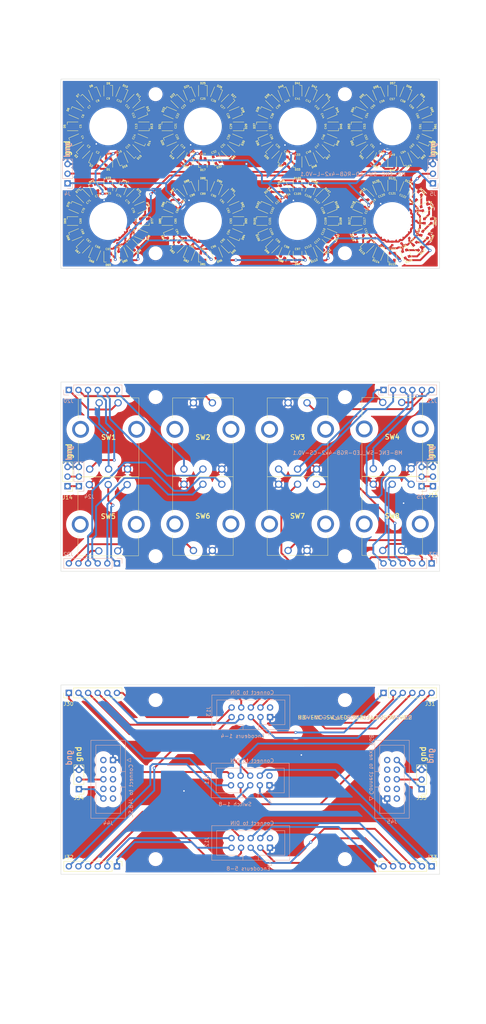
<source format=kicad_pcb>
(kicad_pcb (version 20221018) (generator pcbnew)
  (layers (0 "F.Cu" signal) (31 "B.Cu" signal) (34 "B.Paste" user) (35 "F.Paste" user) (36 "B.SilkS" user "B.Silkscreen") (37 "F.SilkS" user "F.Silkscreen") (38 "B.Mask" user) (39 "F.Mask" user) (44 "Edge.Cuts" user))
  (net 0 "")
  (net 1 "GND")
  (net 2 "+5V")
  (net 3 "C_SW7")
  (net 4 "C_SW8")
  (net 5 "C_ENC3B")
  (net 6 "C_ENC3A")
  (net 7 "C_ENC4B")
  (net 8 "C_ENC4A")
  (net 9 "C_ENC1B")
  (net 10 "C_ENC1A")
  (net 11 "C_ENC2B")
  (net 12 "C_ENC2A")
  (net 13 "C_ENC7B")
  (net 14 "C_ENC7A")
  (net 15 "C_ENC8B")
  (net 16 "C_ENC8A")
  (net 17 "C_ENC5B")
  (net 18 "C_ENC5A")
  (net 19 "C_ENC6B")
  (net 20 "C_ENC6A")
  (net 21 "C_SW5")
  (net 22 "C_SW6")
  (net 23 "C_SW1")
  (net 24 "C_SW2")
  (net 25 "C_SW3")
  (net 26 "C_SW4")
  (net 27 "SW1")
  (net 28 "ENC1A")
  (net 29 "ENC1B")
  (net 30 "SW2")
  (net 31 "ENC2A")
  (net 32 "ENC2B")
  (net 33 "SW3")
  (net 34 "ENC3A")
  (net 35 "ENC3B")
  (net 36 "SW4")
  (net 37 "ENC4A")
  (net 38 "ENC4B")
  (net 39 "GND1")
  (net 40 "Net-(J15-Pin_2)")
  (net 41 "SW5")
  (net 42 "ENC5A")
  (net 43 "ENC5B")
  (net 44 "SW6")
  (net 45 "ENC6A")
  (net 46 "ENC6B")
  (net 47 "SW7")
  (net 48 "ENC7A")
  (net 49 "ENC7B")
  (net 50 "SW8")
  (net 51 "Net-(J14-Pin_2)")
  (net 52 "Net-(J34-Pin_2)")
  (net 53 "Net-(J35-Pin_2)")
  (net 54 "Net-(D1-DO)")
  (net 55 "Net-(D1-DI)")
  (net 56 "Net-(D2-DO)")
  (net 57 "Net-(D3-DO)")
  (net 58 "Net-(D4-DO)")
  (net 59 "Net-(D5-DO)")
  (net 60 "Net-(D6-DO)")
  (net 61 "Net-(D7-DO)")
  (net 62 "Net-(D8-DO)")
  (net 63 "Net-(D10-DI)")
  (net 64 "Net-(D10-DO)")
  (net 65 "Net-(D11-DO)")
  (net 66 "Net-(D12-DO)")
  (net 67 "Net-(D13-DO)")
  (net 68 "Net-(D14-DO)")
  (net 69 "Net-(D15-DO)")
  (net 70 "Net-(D16-DO)")
  (net 71 "Net-(D17-DO)")
  (net 72 "Net-(D18-DO)")
  (net 73 "Net-(D19-DO)")
  (net 74 "Net-(D20-DO)")
  (net 75 "Net-(D21-DO)")
  (net 76 "Net-(D22-DO)")
  (net 77 "Net-(D23-DO)")
  (net 78 "Net-(D24-DO)")
  (net 79 "Net-(D25-DO)")
  (net 80 "Net-(D26-DO)")
  (net 81 "Net-(D27-DO)")
  (net 82 "Net-(D28-DO)")
  (net 83 "Net-(D29-DO)")
  (net 84 "Net-(D30-DO)")
  (net 85 "Net-(D31-DO)")
  (net 86 "Net-(D32-DO)")
  (net 87 "Net-(D33-DO)")
  (net 88 "Net-(D34-DO)")
  (net 89 "Net-(D35-DO)")
  (net 90 "Net-(D36-DO)")
  (net 91 "Net-(D37-DO)")
  (net 92 "Net-(D38-DO)")
  (net 93 "Net-(D39-DO)")
  (net 94 "Net-(D40-DO)")
  (net 95 "Net-(D41-DO)")
  (net 96 "Net-(D42-DO)")
  (net 97 "Net-(D43-DO)")
  (net 98 "Net-(D44-DO)")
  (net 99 "Net-(D45-DO)")
  (net 100 "Net-(D46-DO)")
  (net 101 "Net-(D47-DO)")
  (net 102 "Net-(D48-DO)")
  (net 103 "Net-(D49-DO)")
  (net 104 "Net-(D50-DO)")
  (net 105 "Net-(D51-DO)")
  (net 106 "Net-(D52-DO)")
  (net 107 "Net-(D53-DO)")
  (net 108 "Net-(D54-DO)")
  (net 109 "Net-(D55-DO)")
  (net 110 "Net-(D56-DO)")
  (net 111 "Net-(D57-DO)")
  (net 112 "Net-(D58-DO)")
  (net 113 "Net-(D59-DO)")
  (net 114 "Net-(D60-DO)")
  (net 115 "Net-(D61-DO)")
  (net 116 "Net-(D62-DO)")
  (net 117 "Net-(D63-DO)")
  (net 118 "Net-(D64-DO)")
  (net 119 "Net-(D65-DO)")
  (net 120 "Net-(D66-DO)")
  (net 121 "Net-(D67-DO)")
  (net 122 "Net-(D68-DO)")
  (net 123 "Net-(D69-DO)")
  (net 124 "Net-(D70-DO)")
  (net 125 "Net-(D71-DO)")
  (net 126 "Net-(D72-DO)")
  (net 127 "Net-(D73-DO)")
  (net 128 "Net-(D74-DO)")
  (net 129 "Net-(D75-DO)")
  (net 130 "Net-(D76-DO)")
  (net 131 "Net-(D77-DO)")
  (net 132 "Net-(D78-DO)")
  (net 133 "Net-(D79-DO)")
  (net 134 "Net-(D80-DO)")
  (net 135 "Net-(D81-DO)")
  (net 136 "Net-(D82-DO)")
  (net 137 "Net-(D83-DO)")
  (net 138 "Net-(D84-DO)")
  (net 139 "Net-(D85-DO)")
  (net 140 "Net-(D86-DO)")
  (net 141 "Net-(D87-DO)")
  (net 142 "Net-(D88-DO)")
  (net 143 "Net-(D89-DO)")
  (net 144 "Net-(D90-DO)")
  (net 145 "Net-(D91-DO)")
  (net 146 "Net-(D92-DO)")
  (net 147 "Net-(D93-DO)")
  (net 148 "Net-(D94-DO)")
  (net 149 "Net-(D95-DO)")
  (net 150 "Net-(D96-DO)")
  (net 151 "Net-(D97-DO)")
  (net 152 "Net-(D98-DO)")
  (net 153 "Net-(D100-DI)")
  (net 154 "Net-(D100-DO)")
  (net 155 "Net-(D101-DO)")
  (net 156 "Net-(D102-DO)")
  (net 157 "Net-(D103-DO)")
  (net 158 "Net-(D104-DO)")
  (net 159 "Net-(D105-DO)")
  (net 160 "Net-(D106-DO)")
  (net 161 "Net-(D107-DO)")
  (net 162 "Net-(D108-DO)")
  (net 163 "Net-(D109-DO)")
  (net 164 "Net-(D110-DO)")
  (net 165 "Net-(D111-DO)")
  (net 166 "Net-(D112-DO)")
  (net 167 "Net-(D113-DO)")
  (net 168 "Net-(D114-DO)")
  (net 169 "Net-(D115-DO)")
  (net 170 "Net-(D116-DO)")
  (net 171 "Net-(D117-DO)")
  (net 172 "Net-(D118-DO)")
  (net 173 "Net-(D119-DO)")
  (net 174 "Net-(D120-DO)")
  (net 175 "Net-(D121-DO)")
  (net 176 "Net-(D122-DO)")
  (net 177 "Net-(D123-DO)")
  (net 178 "Net-(D124-DO)")
  (net 179 "Net-(D125-DO)")
  (net 180 "Net-(D126-DO)")
  (net 181 "Net-(D127-DO)")
  (net 182 "Net-(D128-DO)")
  (net 183 "+5VA")
  (net 191 "GNDA")
  (net 192 "+5VD")
  (net 200 "ENC8B")
  (net 201 "ENC8A")
  (net 202 "Net-(J14-Pin_1)")
  (net 203 "Net-(J15-Pin_1)")
  (footprint "ksir 2022:CAPC1005X55N" (layer "F.Cu") (at 168.405217 112.5)
    (fp_text reference "C45")
    (fp_text value "100nf" hide)
  )
  (footprint "ksir 2022:LED_WS2812B-2020_PLCC4_2.0x2.0mm" (layer "F.Cu") (at 166.099221 128.810713 -112.5)
    (fp_text reference "D106")
    (fp_text value "WS2812-2020")
  )
  (footprint "ksir 2022:LED_WS2812B-2020_PLCC4_2.0x2.0mm" (layer "F.Cu") (at 130.849507 144.145276 45)
    (fp_text reference "D83")
    (fp_text value "WS2812-2020")
  )
  (footprint "ksir 2022:CAPC1005X55N" (layer "F.Cu") (at 158.324381 133.324381 135)
    (fp_text reference "C103")
    (fp_text value "100nf" hide)
  )
  (footprint "ksir 2022:CAPC1005X55N" (layer "F.Cu") (at 112.513596 118.39663 -90)
    (fp_text reference "C1")
    (fp_text value "100nf" hide)
  )
  (footprint "ksir 2022:LED_WS2812B-2020_PLCC4_2.0x2.0mm" (layer "F.Cu") (at 191.099221 128.810713 -112.5)
    (fp_text reference "D122")
    (fp_text value "WS2812-2020")
  )
  (footprint "ksir 2022:PEC164120FS0012" (layer "F.Cu") (at 167.5 207 180)
    (fp_text reference "SW7")
    (fp_text value "PEC16-4XXXF-SXXXX" hide)
  )
  (footprint "ksir 2022:LED_WS2812B-2020_PLCC4_2.0x2.0mm" (layer "F.Cu") (at 121.202883 108.892192 -157.5)
    (fp_text reference "D12")
    (fp_text value "WS2812-2020")
  )
  (footprint "ksir 2022:CAPC1005X55N" (layer "F.Cu") (at 189.759829 117.955709 -67.5)
    (fp_text reference "C64")
    (fp_text value "100nf" hide)
  )
  (footprint "ksir 2022:LED_WS2812B-2020_PLCC4_2.0x2.0mm" (layer "F.Cu") (at 103.810713 133.900779 -22.5)
    (fp_text reference "D70")
    (fp_text value "WS2812-2020")
  )
  (footprint "ksir 2022:CAPC1005X55N" (layer "F.Cu") (at 167.955709 114.759829 -22.5)
    (fp_text reference "C46")
    (fp_text value "100nf" hide)
  )
  (footprint "ksir 2022:CAPC1005X55N" (layer "F.Cu") (at 114.759829 132.044291 67.5)
    (fp_text reference "C74")
    (fp_text value "100nf" hide)
  )
  (footprint "ksir 2022:CAPC1005X55N" (layer "F.Cu") (at 108.337977 116.667032 -135)
    (fp_text reference "C3")
    (fp_text value "100nf" hide)
  )
  (footprint "ksir 2022:LED_WS2812B-2020_PLCC4_2.0x2.0mm" (layer "F.Cu") (at 130.849507 105.849507 -45)
    (fp_text reference "D23")
    (fp_text value "WS2812-2020")
  )
  (footprint "ksir 2022:LED_WS2812B-2020_PLCC4_2.0x2.0mm" (layer "F.Cu") (at 121.202883 116.090634 157.5)
    (fp_text reference "D14")
    (fp_text value "WS2812-2020")
  )
  (footprint "MountingHole:MountingHole_3.2mm_M3" (layer "F.Cu") (at 175 184)
    (fp_text reference "H15" hide)
    (fp_text value "MountingHole" hide)
  )
  (footprint "ksir 2022:LED_WS2812B-2020_PLCC4_2.0x2.0mm" (layer "F.Cu") (at 103.108379 112.491413)
    (fp_text reference "D5")
    (fp_text value "WS2812-2020")
  )
  (footprint "ksir 2022:CAPC1005X55N" (layer "F.Cu") (at 192.955709 110.240171 22.5)
    (fp_text reference "C60")
    (fp_text value "100nf" hide)
  )
  (footprint "ksir 2022:LED_WS2812B-2020_PLCC4_2.0x2.0mm" (layer "F.Cu") (at 196.189287 116.099221 157.5)
    (fp_text reference "D62")
    (fp_text value "WS2812-2020")
  )
  (footprint "ksir 2022:CAPC1005X55N" (layer "F.Cu") (at 168.405217 137.5)
    (fp_text reference "C109")
    (fp_text value "100nf" hide)
  )
  (footprint "ksir 2022:LED_WS2812B-2020_PLCC4_2.0x2.0mm" (layer "F.Cu") (at 103.810713 141.099221 22.5)
    (fp_text reference "D68")
    (fp_text value "WS2812-2020")
  )
  (footprint "Connector_PinHeader_2.54mm:PinHeader_1x03_P2.54mm_Vertical" (layer "F.Cu") (at 198.25 207.525 180)
    (fp_text reference "J15")
    (fp_text value "Conn_01x06_Pin")
  )
  (footprint "ksir 2022:LED_WS2812B-2020_PLCC4_2.0x2.0mm" (layer "F.Cu") (at 187.5 103.094783 -90)
    (fp_text reference "D57")
    (fp_text value "WS2812-2020")
  )
  (footprint "ksir 2022:LED_WS2812B-2020_PLCC4_2.0x2.0mm" (layer "F.Cu") (at 137.5 103.094783 -90)
    (fp_text reference "D25")
    (fp_text value "WS2812-2020")
  )
  (footprint "ksir 2022:CAPC1005X55N" (layer "F.Cu") (at 137.5 118.405217 -90)
    (fp_text reference "C17")
    (fp_text value "100nf" hide)
  )
  (footprint "ksir 2022:LED_WS2812B-2020_PLCC4_2.0x2.0mm" (layer "F.Cu") (at 162.5 146.905217 90)
    (fp_text reference "D97")
    (fp_text value "WS2812-2020")
  )
  (footprint "ksir 2022:LED_WS2812B-2020_PLCC4_2.0x2.0mm" (layer "F.Cu") (at 169.150493 119.150493 135)
    (fp_text reference "D47")
    (fp_text value "WS2812-2020")
  )
  (footprint "ksir 2022:LED_WS2812B-2020_PLCC4_2.0x2.0mm" (layer "F.Cu") (at 191.099221 121.189287 112.5)
    (fp_text reference "D64")
    (fp_text value "WS2812-2020")
  )
  (footprint "lib 2022 ksir:Hole_9.5mm" (layer "F.Cu") (at 112.5 137.5)
    (fp_text reference "H9" hide)
    (fp_text value "MountingHole" hide)
  )
  (footprint "ksir 2022:CAPC1005X55N" (layer "F.Cu") (at 142.955709 114.759829 -22.5)
    (fp_text reference "C30")
    (fp_text value "100nf" hide)
  )
  (footprint "ksir 2022:CAPC1005X55N" (layer "F.Cu") (at 158.324381 108.324381 135)
    (fp_text reference "C39")
    (fp_text value "100nf" hide)
  )
  (footprint "Connector_PinHeader_2.54mm:PinHeader_1x06_P2.54mm_Vertical" (layer "F.Cu") (at 185.2 262.1 90)
    (fp_text reference "J31")
    (fp_text value "Conn_01x06_Pin" hide)
  )
  (footprint "ksir 2022:LED_WS2812B-2020_PLCC4_2.0x2.0mm" (layer "F.Cu") (at 183.900779 121.189287 67.5)
    (fp_text reference "D50")
    (fp_text value "WS2812-2020")
  )
  (footprint "ksir 2022:CAPC1005X55N" (layer "F.Cu") (at 116.675619 141.675619 -45)
    (fp_text reference "C79")
    (fp_text value "100nf" hide)
  )
  (footprint "ksir 2022:LED_WS2812B-2020_PLCC4_2.0x2.0mm" (layer "F.Cu") (at 108.914375 121.1807 67.5)
    (fp_text reference "D2")
    (fp_text value "WS2812-2020")
  )
  (footprint "ksir 2022:LED_WS2812B-2020_PLCC4_2.0x2.0mm" (layer "F.Cu") (at 137.5 121.905217 90)
    (fp_text reference "D17")
    (fp_text value "WS2812-2020")
  )
  (footprint "MountingHole:MountingHole_3.2mm_M3" (layer "F.Cu") (at 175 146)
    (fp_text reference "H4" hide)
    (fp_text value "MountingHole" hide)
  )
  (footprint "ksir 2022:CAPC1005X55N" (layer "F.Cu") (at 141.675619 108.324381 45)
    (fp_text reference "C27")
    (fp_text value "100nf" hide)
  )
  (footprint "ksir 2022:LED_WS2812B-2020_PLCC4_2.0x2.0mm" (layer "F.Cu") (at 108.914375 103.802126 -67.5)
    (fp_text reference "D8")
    (fp_text value "WS2812-2020")
  )
  (footprint "ksir 2022:CAPC1005X55N" (layer "F.Cu") (at 110.253767 117.947122 -112.5)
    (fp_text reference "C2")
    (fp_text value "100nf" hide)
  )
  (footprint "ksir 2022:CAPC1005X55N" (layer "F.Cu") (at 117.955709 135.240171 22.5)
    (fp_text reference "C76")
    (fp_text value "100nf" hide)
  )
  (footprint "Connector_PinHeader_2.54mm:PinHeader_1x03_P2.54mm_Vertical" (layer "F.Cu") (at 195.25 287.525 180)
    (fp_text reference "J35")
    (fp_text value "Conn_01x06_Pin" hide)
  )
  (footprint "ksir 2022:CAPC1005X55N" (layer "F.Cu") (at 182.044291 114.759829 -157.5)
    (fp_text reference "C52")
    (fp_text value "100nf" hide)
  )
  (footprint "ksir 2022:CAPC1005X55N" (layer "F.Cu") (at 189.759829 142.955709 -67.5)
    (fp_text reference "C128")
    (fp_text value "100nf" hide)
  )
  (footprint "MountingHole:MountingHole_3.2mm_M3" (layer "F.Cu") (at 125 146)
    (fp_text reference "H3" hide)
    (fp_text value "MountingHole" hide)
  )
  (footprint "ksir 2022:LED_WS2812B-2020_PLCC4_2.0x2.0mm" (layer "F.Cu") (at 153.810713 108.900779 -22.5)
    (fp_text reference "D38")
    (fp_text value "WS2812-2020")
  )
  (footprint "ksir 2022:LED_WS2812B-2020_PLCC4_2.0x2.0mm" (layer "F.Cu") (at 146.905217 112.5 180)
    (fp_text reference "D29")
    (fp_text value "WS2812-2020")
  )
  (footprint "ksir 2022:CAPC1005X55N" (layer "F.Cu") (at 187.5 106.594783 90)
    (fp_text reference "C57")
    (fp_text value "100nf" hide)
  )
  (footprint "ksir 2022:LED_WS2812B-2020_PLCC4_2.0x2.0mm" (layer "F.Cu") (at 178.810713 116.099221 22.5)
    (fp_text reference "D52")
    (fp_text value "WS2812-2020")
  )
  (footprint "ksir 2022:LED_WS2812B-2020_PLCC4_2.0x2.0mm" (layer "F.Cu") (at 196.189287 141.099221 157.5)
    (fp_text reference "D126")
    (fp_text value "WS2812-2020")
  )
  (footprint "ksir 2022:CAPC1005X55N" (layer "F.Cu") (at 139.759829 142.950492 -67.5)
    (fp_text reference "C96")
    (fp_text value "100nf" hide)
  )
  (footprint "ksir 2022:CAPC1005X55N" (layer "F.Cu") (at 191.675619 133.324381 45)
    (fp_text reference "C123")
    (fp_text value "100nf" hide)
  )
  (footprint "ksir 2022:CAPC1005X55N" (layer "F.Cu") (at 167.955709 139.759829 -22.5)
    (fp_text reference "C110")
    (fp_text value "100nf" hide)
  )
  (footprint "ksir 2022:CAPC1005X55N" (layer "F.Cu") (at 141.675619 133.319164 45)
    (fp_text reference "C91")
    (fp_text value "100nf" hide)
  )
  (footprint "ksir 2022:LED_WS2812B-2020_PLCC4_2.0x2.0mm" (layer "F.Cu") (at 153.810713 141.099221 22.5)
    (fp_text reference "D100")
    (fp_text value "WS2812-2020")
  )
  (footprint "ksir 2022:PEC164120FS0012" (layer "F.Cu") (at 117.5 207.1 180)
    (fp_text reference "SW5")
    (fp_text value "PEC16-4XXXF-SXXXX" hide)
  )
  (footprint "MountingHole:MountingHole_3.2mm_M3" (layer "F.Cu") (at 175 226)
    (fp_text reference "H19" hide)
    (fp_text value "MountingHole" hide)
  )
  (footprint "ksir 2022:LED_WS2812B-2020_PLCC4_2.0x2.0mm" (layer "F.Cu") (at 171.189287 116.099221 157.5)
    (fp_text reference "D46")
    (fp_text value "WS2812-2020")
  )
  (footprint "ksir 2022:LED_WS2812B-2020_PLCC4_2.0x2.0mm" (layer "F.Cu") (at 162.5 103.094783 -90)
    (fp_text reference "D41")
    (fp_text value "WS2812-2020")
  )
  (footprint "ksir 2022:CAPC1005X55N" (layer "F.Cu") (at 162.5 143.405217 -90)
    (fp_text reference "C97")
    (fp_text value "100nf" hide)
  )
  (footprint "ksir 2022:CAPC1005X55N" (layer "F.Cu") (at 132.044291 110.240171 157.5)
    (fp_text reference "C22")
    (fp_text value "100nf" hide)
  )
  (footprint "ksir 2022:CAPC1005X55N" (layer "F.Cu") (at 107.057887 110.231584 157.5)
    (fp_text reference "C6")
    (fp_text value "100nf" hide)
  )
  (footprint "ksir 2022:LED_WS2812B-2020_PLCC4_2.0x2.0mm" (layer "F.Cu") (at 144.150493 119.150493 135)
    (fp_text reference "D31")
    (fp_text value "WS2812-2020")
  )
  (footprint "ksir 2022:CAPC1005X55N" (layer "F.Cu") (at 183.324381 133.324381 135)
    (fp_text reference "C119")
    (fp_text value "100nf" hide)
  )
  (footprint "ksir 2022:CAPC1005X55N" (layer "F.Cu") (at 114.773425 107.035704 67.5)
    (fp_text reference "C10")
    (fp_text value "100nf" hide)
  )
  (footprint "ksir 2022:LED_WS2812B-2020_PLCC4_2.0x2.0mm" (layer "F.Cu") (at 153.094783 112.5)
    (fp_text reference "D37")
    (fp_text value "WS2812-2020")
  )
  (footprint "ksir 2022:LED_WS2812B-2020_PLCC4_2.0x2.0mm" (layer "F.Cu") (at 116.112817 121.1807 112.5)
    (fp_text reference "D16")
    (fp_text value "WS2812-2020")
  )
  (footprint "ksir 2022:LED_WS2812B-2020_PLCC4_2.0x2.0mm" (layer "F.Cu") (at 158.900779 128.810713 -67.5)
    (fp_text reference "D104")
    (fp_text value "WS2812-2020")
  )
  (footprint "ksir 2022:CAPC1005X55N" (layer "F.Cu") (at 156.594783 112.5 180)
    (fp_text reference "C37")
    (fp_text value "100nf" hide)
  )
  (footprint "Connector_PinHeader_2.54mm:PinHeader_1x03_P2.54mm_Vertical" (layer "F.Cu") (at 101.75 207.525 180)
    (fp_text reference "J14")
    (fp_text value "Conn_01x06_Pin")
  )
  (footprint "ksir 2022:LED_WS2812B-2020_PLCC4_2.0x2.0mm" (layer "F.Cu") (at 146.189287 133.895562 -157.5)
    (fp_text reference "D92")
    (fp_text value "WS2812-2020")
  )
  (footprint "ksir 2022:CAPC1005X55N" (layer "F.Cu") (at 164.759829 142.955709 -67.5)
    (fp_text reference "C112")
    (fp_text value "100nf" hide)
  )
  (footprint "ksir 2022:CAPC1005X55N" (layer "F.Cu") (at 116.689215 108.315794 45)
    (fp_text reference "C11")
    (fp_text value "100nf" hide)
  )
  (footprint "ksir 2022:LED_WS2812B-2020_PLCC4_2.0x2.0mm" (layer "F.Cu") (at 180.849507 144.150493 45)
    (fp_text reference "D115")
    (fp_text value "WS2812-2020")
  )
  (footprint "ksir 2022:CAPC1005X55N" (layer "F.Cu") (at 106.608379 112.491413 180)
    (fp_text reference "C5")
    (fp_text value "100nf" hide)
  )
  (footprint "ksir 2022:LED_WS2812B-2020_PLCC4_2.0x2.0mm" (layer "F.Cu") (at 153.810713 133.900779 -22.5)
    (fp_text reference "D102")
    (fp_text value "WS2812-2020")
  )
  (footprint "ksir 2022:LED_WS2812B-2020_PLCC4_2.0x2.0mm" (layer "F.Cu") (at 162.5 128.094783 -90)
    (fp_text reference "D105")
    (fp_text value "WS2812-2020")
  )
  (footprint "ksir 2022:LED_WS2812B-2020_PLCC4_2.0x2.0mm" (layer "F.Cu") (at 128.094783 137.494783)
    (fp_text reference "D85")
    (fp_text value "WS2812-2020")
  )
  (footprint "ksir 2022:CAPC1005X55N" (layer "F.Cu") (at 143.405217 137.494783)
    (fp_text reference "C93")
    (fp_text value "100nf" hide)
  )
  (footprint "ksir 2022:CAPC1005X55N" (layer "F.Cu") (at 110.240171 142.955709 -112.5)
    (fp_text reference "C66")
    (fp_text value "100nf" hide)
  )
  (footprint "ksir 2022:CAPC1005X55N" (layer "F.Cu") (at 167.955709 110.240171 22.5)
    (fp_text reference "C44")
    (fp_text value "100nf" hide)
  )
  (footprint "ksir 2022:CAPC1005X55N" (layer "F.Cu") (at 139.759829 107.044291 67.5)
    (fp_text reference "C26")
    (fp_text value "100nf" hide)
  )
  (footprint "ksir 2022:LED_WS2812B-2020_PLCC4_2.0x2.0mm" (layer "F.Cu") (at 194.150493 130.849507 -135)
    (fp_text reference "D123")
    (fp_text value "WS2812-2020")
  )
  (footprint "ksir 2022:CAPC1005X55N" (layer "F.Cu") (at 182.044291 110.240171 157.5)
    (fp_text reference "C54")
    (fp_text value "100nf" hide)
  )
  (footprint "ksir 2022:CAPC1005X55N" (layer "F.Cu") (at 117.969305 110.231584 22.5)
    (fp_text reference "C12")
    (fp_text value "100nf" hide)
  )
  (footprint "ksir 2022:CAPC1005X55N" (layer "F.Cu") (at 183.324381 108.324381 135)
    (fp_text reference "C55")
    (fp_text value "100nf" hide)
  )
  (footprint "ksir 2022:CAPC1005X55N" (layer "F.Cu") (at 157.044291 114.759829 -157.5)
    (fp_text reference "C36")
    (fp_text value "100nf" hide)
  )
  (footprint "ksir 2022:CAPC1005X55N" (layer "F.Cu") (at 141.675619 141.670402 -45)
    (fp_text reference "C95")
    (fp_text value "100nf" hide)
  )
  (footprint "ksir 2022:LED_WS2812B-2020_PLCC4_2.0x2.0mm" (layer "F.Cu") (at 169.150493 144.150493 135)
    (fp_text reference "D111")
    (fp_text value "WS2812-2020")
  )
  (footprint "ksir 2022:LED_WS2812B-2020_PLCC4_2.0x2.0mm" (layer "F.Cu") (at 153.810713 116.099221 22.5)
    (fp_text reference "D36")
    (fp_text value "WS2812-2020")
  )
  (footprint "ksir 2022:LED_WS2812B-2020_PLCC4_2.0x2.0mm" (layer "F.Cu") (at 194.150493 144.150493 135)
    (fp_text reference "D127")
    (fp_text value "WS2812-2020")
  )
  (footprint "ksir 2022:CAPC1005X55N" (layer "F.Cu") (at 189.759829 107.044291 67.5)
    (fp_text reference "C58")
    (fp_text value "100nf" hide)
  )
  (footprint "ksir 2022:CAPC1005X55N" (layer "F.Cu") (at 167.955709 135.240171 22.5)
    (fp_text reference "C108")
    (fp_text value "100nf" hide)
  )
  (footprint "ksir 2022:CAPC1005X55N" (layer "F.Cu") (at 135.240171 107.044291 112.5)
    (fp_text reference "C24")
    (fp_text value "100nf" hide)
  )
  (footprint "ksir 2022:LED_WS2812B-2020_PLCC4_2.0x2.0mm" (layer "F.Cu") (at 171.905217 137.5 180)
    (fp_text reference "D109")
    (fp_text value "WS2812-2020")
  )
  (footprint "ksir 2022:CAPC1005X55N" (layer "F.Cu") (at 158.324381 116.675619 -135)
    (fp_text reference "C35")
    (fp_text value "100nf" hide)
  )
  (footprint "ksir 2022:CAPC1005X55N" (layer "F.Cu") (at 191.675619 141.675619 -45)
    (fp_text reference "C127")
    (fp_text value "100nf" hide)
  )
  (footprint "ksir 2022:CAPC1005X55N" (layer "F.Cu") (at 135.240171 142.950492 -112.5)
    (fp_text reference "C82")
    (fp_text value "100nf" hide)
  )
  (footprint "ksir 2022:CAPC1005X55N" (layer "F.Cu") (at 191.675619 108.324381 45)
    (fp_text reference "C59")
    (fp_text value "100nf" hide)
  )
  (footprint "ksir 2022:LED_WS2812B-2020_PLCC4_2.0x2.0mm" (layer "F.Cu") (at 137.5 128.089566 -90)
    (fp_text reference "D89")
    (fp_text value "WS2812-2020")
  )
  (footprint "ksir 2022:LED_WS2812B-2020_PLCC4_2.0x2.0mm" (layer "F.Cu") (at 196.189287 108.900779 -157.5)
    (fp_text reference "D60")
    (fp_text value "WS2812-2020")
  )
  (footprint "ksir 2022:LED_WS2812B-2020_PLCC4_2.0x2.0mm" (layer "F.Cu") (at 155.849507 105.849507 -45)
    (fp_text reference "D39")
    (fp_text value "WS2812-2020")
  )
  (footprint "ksir 2022:LED_WS2812B-2020_PLCC4_2.0x2.0mm" (layer "F.Cu") (at 128.810713 108.900779 -22.5)
    (fp_text reference "D22")
    (fp_text value "WS2812-2020")
  )
  (footprint "ksir 2022:LED_WS2812B-2020_PLCC4_2.0x2.0mm" (layer "F.Cu") (at 158.900779 146.189287 67.5)
    (fp_text reference "D98")
    (fp_text value "WS2812-2020")
  )
  (footprint "MountingHole:MountingHole_3.2mm_M3" (layer "F.Cu") (at 175 306)
    (fp_text reference "H20" hide)
    (fp_text value "MountingHole" hide)
  )
  (footprint "lib 2022 ksir:Hole_9.5mm" (layer "F.Cu") (at 162.5 137.5)
    (fp_text reference "H11" hide)
    (fp_text value "MountingHole" hide)
  )
  (footprint "ksir 2022:CAPC1005X55N" (layer "F.Cu") (at 137.5 131.589566 90)
    (fp_text reference "C89")
    (fp_text value "100nf" hide)
  )
  (footprint "ksir 2022:CAPC1005X55N" (layer "F.Cu") (at 133.324381 108.324381 135)
    (fp_text reference "C23")
    (fp_text value "100nf" hide)
  )
  (footprint "ksir 2022:CAPC1005X55N" (layer "F.Cu") (at 137.5 106.594783 90)
    (fp_text reference "C25")
    (fp_text value "100nf" hide)
  )
  (footprint "ksir 2022:CAPC1005X55N" (layer "F.Cu") (at 185.240171 107.044291 112.5)
    (fp_text reference "C56")
    (fp_text value "100nf" hide)
  )
  (footprint "ksir 2022:CAPC1005X55N" (layer "F.Cu") (at 139.759829 117.955709 -67.5)
    (fp_text reference "C32")
    (fp_text value "100nf" hide)
  )
  (footprint "ksir 2022:LED_WS2812B-2020_PLCC4_2.0x2.0mm" (layer "F.Cu") (at 194.150493 119.150493 135)
    (fp_text reference "D63")
    (fp_text value "WS2812-2020")
  )
  (footprint "ksir 2022:LED_WS2812B-2020_PLCC4_2.0x2.0mm" (layer "F.Cu") (at 103.824309 116.090634 22.5)
    (fp_text reference "D4")
    (fp_text value "WS2812-2020")
  )
  (footprint "ksir 2022:CAPC1005X55N" (layer "F.Cu") (at 182.044291 135.240171 157.5)
    (fp_text reference "C118")
    (fp_text value "100nf" hide)
  )
  (footprint "Connector_PinHeader_2.54mm:PinHeader_1x03_P2.54mm_Vertical" (layer "F.Cu") (at 104.75 287.525 180)
    (fp_text reference "J34")
    (fp_text value "Conn_01x06_Pin" hide)
  )
  (footprint "ksir 2022:LED_WS2812B-2020_PLCC4_2.0x2.0mm" (layer "F.Cu") (at 141.099221 128.805496 -112.5)
    (fp_text reference "D90")
    (fp_text value "WS2812-2020")
  )
  (footprint "ksir 2022:CAPC1005X55N" (layer "F.Cu") (at 164.759829 107.044291 67.5)
    (fp_text reference "C42")
    (fp_text value "100nf" hide)
  )
  (footprint "ksir 2022:CAPC1005X55N" (layer "F.Cu") (at 118.418813 112.491413)
    (fp_text reference "C13")
    (fp_text value "100nf" hide)
  )
  (footprint "ksir 2022:CAPC1005X55N" (layer "F.Cu") (at 118.405217 137.5)
    (fp_text reference "C77")
    (fp_text value "100nf" hide)
  )
  (footprint "ksir 2022:CAPC1005X55N" (layer "F.Cu") (at 160.240171 142.955709 -112.5)
    (fp_text reference "C98")
    (fp_text value "100nf" hide)
  )
  (footprint "ksir 2022:CAPC1005X55N" (layer "F.Cu") (at 187.5 118.405217 -90)
    (fp_text reference "C49")
    (fp_text value "100nf" hide)
  )
  (footprint "ksir 2022:CAPC1005X55N" (layer "F.Cu") (at 166.675619 116.675619 -45)
    (fp_text reference "C47")
    (fp_text value "100nf" hide)
  )
  (footprint "ksir 2022:LED_WS2812B-2020_PLCC4_2.0x2.0mm" (layer "F.Cu") (at 133.900779 146.18407 67.5)
    (fp_text reference "D82")
    (fp_text value "WS2812-2020")
  )
  (footprint "ksir 2022:CAPC1005X55N" (layer "F.Cu") (at 192.955709 135.240171 22.5)
    (fp_text reference "C124")
    (fp_text value "100nf" hide)
  )
  (footprint "ksir 2022:CAPC1005X55N" (layer "F.Cu") (at 107.044291 139.759829 -157.5)
    (fp_text reference "C68")
    (fp_text value "100nf" hide)
  )
  (footprint "ksir 2022:CAPC1005X55N" (layer "F.Cu") (at 131.594783 137.494783 180)
    (fp_text reference "C85")
    (fp_text value "100nf" hide)
  )
  (footprint "ksir 2022:LED_WS2812B-2020_PLCC4_2.0x2.0mm" (layer "F.Cu") (at 121.905217 137.5 180)
    (fp_text reference "D77")
    (fp_text value "WS2812-2020")
  )
  (footprint "ksir 2022:LED_WS2812B-2020_PLCC4_2.0x2.0mm" (layer "F.Cu") (at 112.513596 121.89663 90)
    (fp_text reference "D1")
    (fp_text value "WS2812-2020")
  )
  (footprint "ksir 2022:LED_WS2812B-2020_PLCC4_2.0x2.0mm" (layer "F.Cu") (at 108.900779 146.189287 67.5)
    (fp_text reference "D66")
    (fp_text value "WS2812-2020")
  )
  (footprint "ksir 2022:LED_WS2812B-2020_PLCC4_2.0x2.0mm" (layer "F.Cu") (at 196.905217 137.5 180)
    (fp_text reference "D125")
    (fp_text value "WS2812-2020")
  )
  (footprint "ksir 2022:CAPC1005X55N" (layer "F.Cu") (at 110.240171 132.044291 112.5)
    (fp_text reference "C72")
    (fp_text value "100nf" hide)
  )
  (footprint "ksir 2022:LED_WS2812B-2020_PLCC4_2.0x2.0mm" (layer "F.Cu") (at 141.099221 103.810713 -112.5)
    (fp_text reference "D26")
    (fp_text value "WS2812-2020")
  )
  (footprint "ksir 2022:CAPC1005X55N" (layer "F.Cu") (at 193.405217 137.5)
    (fp_text reference "C125")
    (fp_text value "100nf" hide)
  )
  (footprint "MountingHole:MountingHole_3.2mm_M3" (layer "F.Cu") (at 175 264)
    (fp_text reference "H16" hide)
    (fp_text value "MountingHole" hide)
  )
  (footprint "ksir 2022:LED_WS2812B-2020_PLCC4_2.0x2.0mm" (layer "F.Cu") (at 105.849507 130.849507 -45)
    (fp_text reference "D71")
    (fp_text value "WS2812-2020")
  )
  (footprint "ksir 2022:CAPC1005X55N" (layer "F.Cu") (at 117.955709 139.759829 -22.5)
    (fp_text reference "C78")
    (fp_text value "100nf" hide)
  )
  (footprint "ksir 2022:LED_WS2812B-2020_PLCC4_2.0x2.0mm" (layer "F.Cu") (at 121.189287 133.900779 -157.5)
    (fp_text reference "D76")
    (fp_text value "WS2812-2020")
  )
  (footprint "ksir 2022:PEC164120FS0012" (layer "F.Cu") (at 182.5 202.9)
    (fp_text reference "SW4")
    (fp_text value "PEC16-4XXXF-SXXXX" hide)
  )
  (footprint "ksir 2022:CAPC1005X55N" (layer "F.Cu") (at 135.240171 117.955709 -112.5)
    (fp_text reference "C18")
    (fp_text value "100nf" hide)
  )
  (footprint "ksir 2022:CAPC1005X55N" (layer "F.Cu") (at 116.675619 133.324381 45)
    (fp_text reference "C75")
    (fp_text value "100nf" hide)
  )
  (footprint "ksir 2022:CAPC1005X55N" (layer "F.Cu") (at 185.240171 132.044291 112.5)
    (fp_text reference "C120")
    (fp_text value "100nf" hide)
  )
  (footprint "ksir 2022:CAPC1005X55N" (layer "F.Cu") (at 142.955709 135.234954 22.5)
    (fp_text reference "C92")
    (fp_text value "100nf" hide)
  )
  (footprint "ksir 2022:CAPC1005X55N" (layer "F.Cu") (at 142.955709 110.240171 22.5)
    (fp_text reference "C28")
    (fp_text value "100nf" hide)
  )
  (footprint "ksir 2022:LED_WS2812B-2020_PLCC4_2.0x2.0mm" (layer "F.Cu") (at 166.099221 103.810713 -112.5)
    (fp_text reference "D42")
    (fp_text value "WS2812-2020")
  )
  (footprint "ksir 2022:CAPC1005X55N" (layer "F.Cu") (at 139.759829 132.039074 67.5)
    (fp_text reference "C90")
    (fp_text value "100nf" hide)
  )
  (footprint "ksir 2022:LED_WS2812B-2020_PLCC4_2.0x2.0mm" (layer "F.Cu") (at 141.099221 121.189287 112.5)
    (fp_text reference "D32")
    (fp_text value "WS2812-2020")
  )
  (footprint "ksir 2022:CAPC1005X55N" (layer "F.Cu") (at 187.5 131.594783 90)
    (fp_text reference "C121")
    (fp_text value "100nf" hide)
  )
  (footprint "ksir 2022:LED_WS2812B-2020_PLCC4_2.0x2.0mm" (layer "F.Cu") (at 116.099221 128.810713 -112.5)
    (fp_text reference "D74")
    (fp_text value "WS2812-2020")
  )
  (footprint "ksir 2022:LED_WS2812B-2020_PLCC4_2.0x2.0mm" (layer "F.Cu") (at 178.094783 112.5)
    (fp_text reference "D53")
    (fp_text value "WS2812-2020")
  )
  (footprint "ksir 2022:CAPC1005X55N" (layer "F.Cu") (at 160.240171 107.044291 112.5)
    (fp_text reference "C40")
    (fp_text value "100nf" hide)
  )
  (footprint "ksir 2022:CAPC1005X55N" (layer "F.Cu") (at 143.405217 112.5)
    (fp_text reference "C29")
    (fp_text value "100nf" hide)
  )
  (footprint "ksir 2022:CAPC1005X55N" (layer "F.Cu") (at 108.324381 141.675619 -135)
    (fp_text reference "C67")
    (fp_text value "100nf" hide)
  )
  (footprint "ksir 2022:CAPC1005X55N" (layer "F.Cu") (at 162.5 106.594783 90)
    (fp_text reference "C41")
    (fp_text value "100nf" hide)
  )
  (footprint "ksir 2022:LED_WS2812B-2020_PLCC4_2.0x2.0mm" (layer "F.Cu") (at 171.189287 133.900779 -157.5)
    (fp_text reference "D108")
    (fp_text value "WS2812-2020")
  )
  (footprint "ksir 2022:LED_WS2812B-2020_PLCC4_2.0x2.0mm" (layer "F.Cu") (at 146.189287 141.094004 157.5)
    (fp_text reference "D94")
    (fp_text value "WS2812-2020")
  )
  (footprint "ksir 2022:LED_WS2812B-2020_PLCC4_2.0x2.0mm" (layer "F.Cu") (at 119.164089 119.141906 135)
    (fp_text reference "D15")
    (fp_text value "WS2812-2020")
  )
  (footprint "ksir 2022:CAPC1005X55N" (layer "F.Cu") (at 112.513596 106.586196 90)
    (fp_text reference "C9")
    (fp_text value "100nf" hide)
  )
  (footprint "ksir 2022:CAPC1005X55N" (layer "F.Cu") (at 107.057887 114.751242 -157.5)
    (fp_text reference "C4")
    (fp_text value "100nf" hide)
  )
  (footprint "ksir 2022:CAPC1005X55N" (layer "F.Cu") (at 157.044291 135.240171 157.5)
    (fp_text reference "C102")
    (fp_text value "100nf" hide)
  )
  (footprint "ksir 2022:CAPC1005X55N" (layer "F.Cu") (at 114.773425 117.947122 -67.5)
    (fp_text reference "C16")
    (fp_text value "100nf" hide)
  )
  (footprint "ksir 2022:LED_WS2812B-2020_PLCC4_2.0x2.0mm" (layer "F.Cu") (at 183.900779 146.189287 67.5)
    (fp_text reference "D114")
    (fp_text value "WS2812-2020")
  )
  (footprint "lib 2022 ksir:Hole_9.5mm" (layer "F.Cu") (at 187.5 112.5)
    (fp_text reference "H8" hide)
    (fp_text value "MountingHole" hide)
  )
  (footprint "ksir 2022:LED_WS2812B-2020_PLCC4_2.0x2.0mm" (layer "F.Cu") (at 130.849507 130.84429 -45)
    (fp_text reference "D87")
    (fp_text value "WS2812-2020")
  )
  (footprint "lib 2022 ksir:Hole_9.5mm" (layer "F.Cu") (at 137.5 112.5)
    (fp_text reference "H6" hide)
    (fp_text value "MountingHole" hide)
  )
  (footprint "ksir 2022:CAPC1005X55N" (layer "F.Cu") (at 112.5 143.405217 -90)
    (fp_text reference "C65")
    (fp_text value "100nf" hide)
  )
  (footprint "ksir 2022:LED_WS2812B-2020_PLCC4_2.0x2.0mm" (layer "F.Cu") (at 105.863103 105.84092 -45)
    (fp_text reference "D7")
    (fp_text value "WS2812-2020")
  )
  (footprint "ksir 2022:LED_WS2812B-2020_PLCC4_2.0x2.0mm" (layer "F.Cu") (at 144.150493 105.849507 -135)
    (fp_text reference "D27")
    (fp_text value "WS2812-2020")
  )
  (footprint "ksir 2022:CAPC1005X55N" (layer "F.Cu") (at 107.044291 135.240171 157.5)
    (fp_text reference "C70")
    (fp_text value "100nf" hide)
  )
  (footprint "ksir 2022:LED_WS2812B-2020_PLCC4_2.0x2.0mm" (layer "F.Cu") (at 103.824309 108.892192 -22.5)
    (fp_text reference "D6")
    (fp_text value "WS2812-2020")
  )
  (footprint "ksir 2022:LED_WS2812B-2020_PLCC4_2.0x2.0mm" (layer "F.Cu") (at 128.810713 116.099221 22.5)
    (fp_text reference "D20")
    (fp_text value "WS2812-2020")
  )
  (footprint "ksir 2022:LED_WS2812B-2020_PLCC4_2.0x2.0mm" (layer "F.Cu") (at 171.905217 112.5 180)
    (fp_text reference "D45")
    (fp_text value "WS2812-2020")
  )
  (footprint "ksir 2022:LED_WS2812B-2020_PLCC4_2.0x2.0mm" (layer "F.Cu") (at 121.189287 141.099221 157.5)
    (fp_text reference "D78")
    (fp_text value "WS2812-2020")
  )
  (footprint "ksir 2022:LED_WS2812B-2020_PLCC4_2.0x2.0mm" (layer "F.Cu") (at 112.513596 103.086196 -90)
    (fp_text reference "D9")
    (fp_text value "WS2812-2020")
  )
  (footprint "ksir 2022:LED_WS2812B-2020_PLCC4_2.0x2.0mm" (layer "F.Cu") (at 112.5 128.094783 -90)
    (fp_text reference "D73")
    (fp_text value "WS2812-2020")
  )
  (footprint "ksir 2022:CAPC1005X55N" (layer "F.Cu") (at 106.594783 137.5 180)
    (fp_text reference "C69")
    (fp_text value "100nf" hide)
  )
  (footprint "ksir 2022:LED_WS2812B-2020_PLCC4_2.0x2.0mm" (layer "F.Cu") (at 183.900779 103.810713 -67.5)
    (fp_text reference "D56")
    (fp_text value "WS2812-2020")
  )
  (footprint "ksir 2022:CAPC1005X55N" (layer "F.Cu") (at 137.5 143.4 -90)
    (fp_text reference "C81")
    (fp_text value "100nf" hide)
  )
  (footprint "ksir 2022:PEC164120FS0012" (layer "F.Cu") (at 157.5 203)
    (fp_text reference "SW3")
    (fp_text value "PEC16-4XXXF-SXXXX" hide)
  )
  (footprint "ksir 2022:LED_WS2812B-2020_PLCC4_2.0x2.0mm" (layer "F.Cu") (at 178.810713 133.900779 -22.5)
    (fp_text reference "D118")
    (fp_text value "WS2812-2020")
  )
  (footprint "MountingHole:MountingHole_3.2mm_M3" (layer "F.Cu") (at 175 104)
    (fp_text reference "H2" hide)
    (fp_text value "MountingHole" hide)
  )
  (footprint "ksir 2022:CAPC1005X55N" (layer "F.Cu") (at 191.675619 116.675619 -45)
    (fp_text reference "C63")
    (fp_text value "100nf" hide)
  )
  (footprint "ksir 2022:CAPC1005X55N" (layer "F.Cu") (at 112.5 131.594783 90)
    (fp_text reference "C73")
    (fp_text value "100nf" hide)
  )
  (footprint "ksir 2022:LED_WS2812B-2020_PLCC4_2.0x2.0mm" (layer "F.Cu") (at 128.810713 141.094004 22.5)
    (fp_text reference "D84")
    (fp_text value "WS2812-2020")
  )
  (footprint "ksir 2022:CAPC1005X55N" (layer "F.Cu") (at 116.689215 116.667032 -45)
    (fp_text reference "C15")
    (fp_text value "100nf" hide)
  )
  (footprint "lib 2022 ksir:Hole_9.5mm" (layer "F.Cu") (at 112.5 112.5)
    (fp_text reference "H5" hide)
    (fp_text value "MountingHole" hide)
  )
  (footprint "ksir 2022:LED_WS2812B-2020_PLCC4_2.0x2.0mm" (layer "F.Cu") (at 128.094783 112.5)
    (fp_text reference "D21")
    (fp_text value "WS2812-2020")
  )
  (footprint "ksir 2022:CAPC1005X55N" (layer "F.Cu") (at 108.324381 133.324381 135)
    (fp_text reference "C71")
    (fp_text value "100nf" hide)
  )
  (footprint "ksir 2022:LED_WS2812B-2020_PLCC4_2.0x2.0mm" (layer "F.Cu") (at 133.900779 121.189287 67.5)
    (fp_text reference "D18")
    (fp_text value "WS2812-2020")
  )
  (footprint "ksir 2022:LED_WS2812B-2020_PLCC4_2.0x2.0mm" (layer "F.Cu") (at 171.189287 108.900779 -157.5)
    (fp_text reference "D44")
    (fp_text value "WS2812-2020")
  )
  (footprint "ksir 2022:CAPC1005X55N" (layer "F.Cu") (at 141.675619 116.675619 -45)
    (fp_text reference "C31")
    (fp_text value "100nf" hide)
  )
  (footprint "ksir 2022:LED_WS2812B-2020_PLCC4_2.0x2.0mm" (layer "F.Cu") (at 194.150493 105.849507 -135)
    (fp_text reference "D59")
    (fp_text value "WS2812-2020")
  )
  (footprint "ksir 2022:LED_WS2812B-2020_PLCC4_2.0x2.0mm" (layer "F.Cu") (at 180.849507 105.849507 -45)
    (fp_text reference "D55")
    (fp_text value "WS2812-2020")
  )
  (footprint "ksir 2022:LED_WS2812B-2020_PLCC4_2.0x2.0mm" (layer "F.Cu") (at 128.810713 133.895562 -22.5)
    (fp_text reference "D86")
    (fp_text value "WS2812-2020")
  )
  (footprint "MountingHole:MountingHole_3.2mm_M3" (layer "F.Cu") (at 125 306)
    (fp_text reference "H18" hide)
    (fp_text value "MountingHole" hide)
  )
  (footprint "ksir 2022:LED_WS2812B-2020_PLCC4_2.0x2.0mm" (layer "F.Cu") (at 155.849507 144.150493 45)
    (fp_text reference "D99")
    (fp_text value "WS2812-2020")
  )
  (footprint "ksir 2022:LED_WS2812B-2020_PLCC4_2.0x2.0mm" (layer "F.Cu") (at 105.863103 119.141906 45)
    (fp_text reference "D3")
    (fp_text value "WS2812-2020")
  )
  (footprint "ksir 2022:LED_WS2812B-2020_PLCC4_2.0x2.0mm" (layer "F.Cu") (at 166.099221 146.189287 112.5)
    (fp_text reference "D112")
    (fp_text value "WS2812-2020")
  )
  (footprint "ksir 2022:CAPC1005X55N" (layer "F.Cu") (at 132.044291 139.754612 -157.5)
    (fp_text reference "C84")
    (fp_text value "100nf" hide)
  )
  (footprint "ksir 2022:CAPC1005X55N" (layer "F.Cu") (at 183.324381 141.675619 -135)
    (fp_text reference "C115")
    (fp_text value "100nf" hide)
  )
  (footprint "MountingHole:MountingHole_3.2mm_M3" (layer "F.Cu") (at 125 264)
    (fp_text reference "H14" hide)
    (fp_text value "MountingHole" hide)
  )
  (footprint "ksir 2022:LED_WS2812B-2020_PLCC4_2.0x2.0mm" (layer "F.Cu") (at 180.849507 130.849507 -45)
    (fp_text reference "D119")
    (fp_text value "WS2812-2020")
  )
  (footprint "ksir 2022:CAPC1005X55N" (layer "F.Cu") (at 189.759829 132.044291 67.5)
    (fp_text reference "C122")
    (fp_text value "100nf" hide)
  )
  (footprint "ksir 2022:PEC164120FS0012" (layer "F.Cu") (at 142.5 207 180)
    (fp_text reference "SW6")
    (fp_text value "PEC16-4XXXF-SXXXX" hide)
  )
  (footprint "ksir 2022:LED_WS2812B-2020_PLCC4_2.0x2.0mm" (layer "F.Cu") (at 191.099221 146.189287 112.5)
    (fp_text reference "D128")
    (fp_text value "WS2812-2020")
  )
  (footprint "ksir 2022:CAPC1005X55N" (layer "F.Cu") (at 117.969305 114.751242 -22.5)
    (fp_text reference "C14")
    (fp_text value "100nf" hide)
  )
  (footprint "lib 2022 ksir:Hole_9.5mm" (layer "F.Cu") (at 187.5 137.5)
    (fp_text reference "H12" hide)
    (fp_text value "MountingHole" hide)
  )
  (footprint "Connector_PinHeader_2.54mm:PinHeader_1x06_P2.54mm_Vertical" (layer "F.Cu") (at 114.8 307.9 -90)
    (fp_text reference "J32")
    (fp_text value "Conn_01x06_Pin" hide)
  )
  (footprint "ksir 2022:LED_WS2812B-2020_PLCC4_2.0x2.0mm" (layer "F.Cu") (at 103.094783 137.5)
    (fp_text reference "D69")
    (fp_text value "WS2812-2020")
  )
  (footprint "ksir 2022:LED_WS2812B-2020_PLCC4_2.0x2.0mm" (layer "F.Cu") (at 162.5 121.905217 90)
    (fp_text reference "D33")
    (fp_text value "WS2812-2020")
  )
  (footprint "MountingHole:MountingHole_3.2mm_M3" (layer "F.Cu") (at 125 104)
    (fp_text reference "H1" hide)
    (fp_text value "MountingHole" hide)
  )
  (footprint "ksir 2022:LED_WS2812B-2020_PLCC4_2.0x2.0mm" (layer "F.Cu") (at 146.189287 108.900779 -157.5)
    (fp_text reference "D28")
    (fp_text value "WS2812-2020")
  )
  (footprint "ksir 2022:LED_WS2812B-2020_PLCC4_2.0x2.0mm" (layer "F.Cu") (at 119.150493 130.849507 -135)
    (fp_text reference "D75")
    (fp_text value "WS2812-2020")
  )
  (footprint "ksir 2022:CAPC1005X55N" (layer "F.Cu") (at 166.675619 133.324381 45)
    (fp_text reference "C107")
    (fp_text value "100nf" hide)
  )
  (footprint "ksir 2022:CAPC1005X55N" (layer "F.Cu") (at 160.240171 117.955709 -112.5)
    (fp_text reference "C34")
    (fp_text value "100nf" hide)
  )
  (footprint "ksir 2022:CAPC1005X55N" (layer "F.Cu") (at 157.044291 110.240171 157.5)
    (fp_text reference "C38")
    (fp_text value "100nf" hide)
  )
  (footprint "ksir 2022:LED_WS2812B-2020_PLCC4_2.0x2.0mm" (layer "F.Cu") (at 183.900779 128.810713 -67.5)
    (fp_text reference "D120")
    (fp_text value "WS2812-2020")
  )
  (footprint "ksir 2022:CAPC1005X55N" (layer "F.Cu") (at 162.5 131.594783 90)
    (fp_text reference "C105")
    (fp_text value "100nf" hide)
  )
  (footprint "ksir 2022:CAPC1005X55N" (layer "F.Cu") (at 162.5 118.405217 -90)
    (fp_text reference "C33")
    (fp_text value "100nf" hide)
  )
  (footprint "ksir 2022:CAPC1005X55N" (layer "F.Cu") (at 183.324381 116.675619 -135)
    (fp_text reference "C51")
    (fp_text value "100nf" hide)
  )
  (footprint "ksir 2022:LED_WS2812B-2020_PLCC4_2.0x2.0mm" (layer "F.Cu") (at 119.150493 144.150493 135)
    (fp_text reference "D79")
    (fp_text value "WS2812-2020")
  )
  (footprint "ksir 2022:CAPC1005X55N" (layer "F.Cu") (at 160.240171 132.044291 112.5)
    (fp_text reference "C104")
    (fp_text value "100nf" hide)
  )
  (footprint "MountingHole:MountingHole_3.2mm_M3" (layer "F.Cu") (at 125 226)
    (fp_text reference "H17" hide)
    (fp_text value "MountingHole" hide)
  )
  (footprint "ksir 2022:CAPC1005X55N" (layer "F.Cu") (at 181.594783 112.5 180)
    (fp_text reference "C53")
    (fp_text value "100nf" hide)
  )
  (footprint "ksir 2022:LED_WS2812B-2020_PLCC4_2.0x2.0mm" (layer "F.Cu") (at 144.150493 144.145276 135)
    (fp_text reference "D95")
    (fp_text value "WS2812-2020")
  )
  (footprint "ksir 2022:CAPC1005X55N" (layer "F.Cu") (at 164.759829 117.955709 -67.5)
    (fp_text reference "C48")
    (fp_text value "100nf" hide)
  )
  (footprint "ksir 2022:LED_WS2812B-2020_PLCC4_2.0x2.0mm" (layer "F.Cu") (at 153.094783 137.5)
    (fp_text reference "D101")
    (fp_text value "WS2812-2020")
  )
  (footprint "ksir 2022:LED_WS2812B-2020_PLCC4_2.0x2.0mm" (layer "F.Cu") (at 133.900779 128.805496 -67.5)
    (fp_text reference "D88")
    (fp_text value "WS2812-2020")
  )
  (footprint "ksir 2022:CAPC1005X55N" (layer "F.Cu") (at 164.759829 132.044291 67.5)
    (fp_text reference "C106")
    (fp_text value "100nf" hide)
  )
  (footprint "ksir 2022:CAPC1005X55N" (layer "F.Cu") (at 133.324381 116.675619 -135)
    (fp_text reference "C19")
    (fp_text value "100nf" hide)
  )
  (footprint "ksir 2022:LED_WS2812B-2020_PLCC4_2.0x2.0mm" (layer "F.Cu") (at 169.150493 105.849507 -135)
    (fp_text reference "D43")
    (fp_text value "WS2812-2020")
  )
  (footprint "ksir 2022:LED_WS2812B-2020_PLCC4_2.0x2.0mm" (layer "F.Cu") (at 116.099221 146.189287 112.5)
    (fp_text reference "D80")
    (fp_text value "WS2812-2020")
  )
  (footprint "Connector_PinHeader_2.54mm:PinHeader_1x06_P2.54mm_Vertical" (layer "F.Cu") (at 102.1 262.1 90)
    (fp_text reference "J30")
    (fp_text value "Conn_01x06_Pin" hide)
  )
  (footprint "ksir 2022:LED_WS2812B-2020_PLCC4_2.0x2.0mm" (layer "F.Cu") (at 116.112817 103.802126 -112.5)
    (fp_text reference "D10")
    (fp_text value "WS2812-2020")
  )
  (footprint "ksir 2022:CAPC1005X55N" (layer "F.Cu") (at 166.675619 141.675619 -45)
    (fp_text reference "C111")
    (fp_text value "100nf" hide)
  )
  (footprint "ksir 2022:LED_WS2812B-2020_PLCC4_2.0x2.0mm" (layer "F.Cu") (at 119.164089 105.84092 -135)
    (fp_text reference "D11")
    (fp_text value "WS2812-2020")
  )
  (footprint "ksir 2022:CAPC1005X55N" (layer "F.Cu") (at 158.324381 141.675619 -135)
    (fp_text reference "C99")
    (fp_text value "100nf" hide)
  )
  (footprint "ksir 2022:CAPC1005X55N" (layer "F.Cu") (at 142.955709 139.754612 -22.5)
    (fp_text reference "C94")
    (fp_text value "100nf" hide)
  )
  (footprint "lib 2022 ksir:Hole_9.5mm" (layer "F.Cu") (at 162.5 112.5)
    (fp_text reference "H7" hide)
    (fp_text value "MountingHole" hide)
  )
  (footprint "ksir 2022:LED_WS2812B-2020_PLCC4_2.0x2.0mm" (layer "F.Cu") (at 178.094783 137.5)
    (fp_text reference "D117")
    (fp_text value "WS2812-2020")
  )
  (footprint "ksir 2022:LED_WS2812B-2020_PLCC4_2.0x2.0mm" (layer "F.Cu") (at 141.099221 146.18407 112.5)
    (fp_text reference "D96")
    (fp_text value "WS2812-2020")
  )
  (footprint "ksir 2022:PEC164120FS0012" (layer "F.Cu") (at 107.6 203)
    (fp_text reference "SW1")
    (fp_text value "PEC16-4XXXF-SXXXX" hide)
  )
  (footprint "ksir 2022:CAPC1005X55N" (layer "F.Cu") (at 182.044291 139.759829 -157.5)
    (fp_text reference "C116")
    (fp_text value "100nf" hide)
  )
  (footprint "ksir 2022:CAPC1005X55N" (layer "F.Cu") (at 181.594783 137.5 180)
    (fp_text reference "C117")
    (fp_text value "100nf" hide)
  )
  (footprint "ksir 2022:LED_WS2812B-2020_PLCC4_2.0x2.0mm" (layer "F.Cu") (at 166.099221 121.189287 112.5)
    (fp_text reference "D48")
    (fp_text value "WS2812-2020")
  )
  (footprint "ksir 2022:PEC164120FS0012" (layer "F.Cu") (at 192.5 207 180)
    (fp_text reference "SW8")
    (fp_text value "PEC16-4XXXF-SXXXX" hide)
  )
  (footprint "ksir 2022:CAPC1005X55N" (layer "F.Cu") (at 133.324381 133.319164 135)
    (fp_text reference "C87")
    (fp_text value "100nf" hide)
  )
  (footprint "ksir 2022:CAPC1005X55N" (layer "F.Cu") (at 185.240171 142.955709 -112.5)
    (fp_text reference "C114")
    (fp_text value "100nf" hide)
  )
  (footprint "ksir 2022:LED_WS2812B-2020_PLCC4_2.0x2.0mm" (layer "F.Cu") (at 155.849507 130.849507 -45)
    (fp_text reference "D103")
    (fp_text value "WS2812-2020")
  )
  (footprint "ksir 2022:LED_WS2812B-2020_PLCC4_2.0x2.0mm" (layer "F.Cu") (at 180.849507 119.150493 45)
    (fp_text reference "D51")
    (fp_text value "WS2812-2020")
  )
  (footprint "ksir 2022:LED_WS2812B-2020_PLCC4_2.0x2.0mm" (layer "F.Cu") (at 137.5 146.9 90)
    (fp_text reference "D81")
    (fp_text value "WS2812-2020")
  )
  (footprint "ksir 2022:LED_WS2812B-2020_PLCC4_2.0x2.0mm" (layer "F.Cu") (at 169.150493 130.849507 -135)
    (fp_text reference "D107")
    (fp_text value "WS2812-2020")
  )
  (footprint "ksir 2022:LED_WS2812B-2020_PLCC4_2.0x2.0mm" (layer "F.Cu") (at 158.900779 121.189287 67.5)
    (fp_text reference "D34")
    (fp_text value "WS2812-2020")
  )
  (footprint "ksir 2022:CAPC1005X55N" (layer "F.Cu") (at 156.594783 137.5 180)
    (fp_text reference "C101")
    (fp_text value "100nf" hide)
  )
  (footprint "ksir 2022:CAPC1005X55N" (layer "F.Cu") (at 108.337977 108.315794 135)
    (fp_text reference "C7")
    (fp_text value "100nf" hide)
  )
  (footprint "ksir 2022:CAPC1005X55N" (layer "F.Cu") (at 132.044291 135.234954 157.5)
    (fp_text reference "C86")
    (fp_text value "100nf" hide)
  )
  (footprint "ksir 2022:LED_WS2812B-2020_PLCC4_2.0x2.0mm" (layer "F.Cu") (at 171.189287 141.099221 157.5)
    (fp_text reference "D110")
    (fp_text value "WS2812-2020")
  )
  (footprint "ksir 2022:LED_WS2812B-2020_PLCC4_2.0x2.0mm" (layer "F.Cu") (at 187.5 128.094783 -90)
    (fp_text reference "D121")
    (fp_text value "WS2812-2020")
  )
  (footprint "lib 2022 ksir:Hole_9.5mm" (layer "F.Cu") (at 137.5 137.5)
    (fp_text reference "H10" hide)
    (fp_text value "MountingHole" hide)
  )
  (footprint "ksir 2022:CAPC1005X55N" (layer "F.Cu") (at 185.240171 117.955709 -112.5)
    (fp_text reference "C50")
    (fp_text value "100nf" hide)
  )
  (footprint "ksir 2022:PEC164120FS0012" (layer "F.Cu") (at 132.5 203)
    (fp_text reference "SW2")
    (fp_text value "PEC16-4XXXF-SXXXX" hide)
  )
  (footprint "MountingHole:MountingHole_3.2mm_M3" (layer "F.Cu") (at 125 184)
    (fp_text reference "H13" hide)
    (fp_text value "MountingHole" hide)
  )
  (footprint "ksir 2022:LED_WS2812B-2020_PLCC4_2.0x2.0mm" (layer "F.Cu") (at 187.5 121.905217 90)
    (fp_text reference "D49")
    (fp_text value "WS2812-2020")
  )
  (footprint "ksir 2022:LED_WS2812B-2020_PLCC4_2.0x2.0mm" (layer "F.Cu") (at 146.189287 116.099221 157.5)
    (fp_text reference "D30")
    (fp_text value "WS2812-2020")
  )
  (footprint "ksir 2022:LED_WS2812B-2020_PLCC4_2.0x2.0mm" (layer "F.Cu") (at 146.905217 137.494783 180)
    (fp_text reference "D93")
    (fp_text value "WS2812-2020")
  )
  (footprint "ksir 2022:LED_WS2812B-2020_PLCC4_2.0x2.0mm" (layer "F.Cu") (at 196.905217 112.5 180)
    (fp_text reference "D61")
    (fp_text value "WS2812-2020")
  )
  (footprint "ksir 2022:LED_WS2812B-2020_PLCC4_2.0x2.0mm" (layer "F.Cu") (at 187.5 146.905217 90)
    (fp_text reference "D113")
    (fp_text value "WS2812-2020")
  )
  (footprint "ksir 2022:CAPC1005X55N" (layer "F.Cu") (at 193.405217 112.5)
    (fp_text reference "C61")
    (fp_text value "100nf" hide)
  )
  (footprint "ksir 2022:LED_WS2812B-2020_PLCC4_2.0x2.0mm" (layer "F.Cu") (at 158.900779 103.810713 -67.5)
    (fp_text reference "D40")
    (fp_text value "WS2812-2020")
  )
  (footprint "ksir 2022:LED_WS2812B-2020_PLCC4_2.0x2.0mm" (layer "F.Cu") (at 178.810713 108.900779 -22.5)
    (fp_text reference "D54")
    (fp_text value "WS2812-2020")
  )
  (footprint "Connector_PinHeader_2.54mm:PinHeader_1x06_P2.54mm_Vertical" (layer "F.Cu") (at 197.9 307.9 -90)
    (fp_text reference "J33")
    (fp_text value "Conn_01x06_Pin" hide)
  )
  (footprint "ksir 2022:LED_WS2812B-2020_PLCC4_2.0x2.0mm" (layer "F.Cu") (at 144.150493 130.84429 -135)
    (fp_text reference "D91")
    (fp_text value "WS2812-2020")
  )
  (footprint "ksir 2022:LED_WS2812B-2020_PLCC4_2.0x2.0mm" (layer "F.Cu") (at 178.810713 141.099221 22.5)
    (fp_text reference "D116")
    (fp_text value "WS2812-2020")
  )
  (footprint "ksir 2022:LED_WS2812B-2020_PLCC4_2.0x2.0mm" (layer "F.Cu") (at 155.849507 119.150493 45)
    (fp_text reference "D35")
    (fp_text value "WS2812-2020")
  )
  (footprint "ksir 2022:CAPC1005X55N" (layer "F.Cu") (at 114.759829 142.955709 -67.5)
    (fp_text reference "C80")
    (fp_text value "100nf" hide)
  )
  (footprint "ksir 2022:LED_WS2812B-2020_PLCC4_2.0x2.0mm" (layer "F.Cu") (at 108.900779 128.810713 -67.5)
    (fp_text reference "D72")
    (fp_text value "WS2812-2020")
  )
  (footprint "ksir 2022:CAPC1005X55N" (layer "F.Cu") (at 192.955709 139.759829 -22.5)
    (fp_text reference "C126")
    (fp_text value "100nf" hide)
  )
  (footprint "ksir 2022:LED_WS2812B-2020_PLCC4_2.0x2.0mm" (layer "F.Cu") (at 121.918813 112.491413 180)
    (fp_text reference "D13")
    (fp_text value "WS2812-2020")
  )
  (footprint "ksir 2022:CAPC1005X55N" (layer "F.Cu") (at 131.594783 112.5 180)
    (fp_text reference "C21")
    (fp_text value "100nf" hide)
  )
  (footprint "ksir 2022:LED_WS2812B-2020_PLCC4_2.0x2.0mm" (layer "F.Cu") (at 133.900779 103.810713 -67.5)
    (fp_text reference "D24")
    (fp_text value "WS2812-2020")
  )
  (footprint "ksir 2022:LED_WS2812B-2020_PLCC4_2.0x2.0mm" (layer "F.Cu") (at 130.849507 119.150493 45)
    (fp_text reference "D19")
    (fp_text value "WS2812-2020")
  )
  (footprint "ksir 2022:CAPC1005X55N" (layer "F.Cu") (at 157.044291 139.759829 -157.5)
    (fp_text reference "C100")
    (fp_text value "100nf" hide)
  )
  (footprint "ksir 2022:CAPC1005X55N" (layer "F.Cu") (at 132.044291 114.759829 -157.5)
    (fp_text reference "C20")
    (fp_text value "100nf" hide)
  )
  (footprint "ksir 2022:LED_WS2812B-2020_PLCC4_2.0x2.0mm" (layer "F.Cu") (at 196.189287 133.900779 -157.5)
    (fp_text reference "D124")
    (fp_text value "WS2812-2020")
  )
  (footprint "ksir 2022:LED_WS2812B-2020_PLCC4_2.0x2.0mm" (layer "F.Cu") (at 112.5 146.905217 90)
    (fp_text reference "D65")
    (fp_text value "WS2812-2020")
  )
  (footprint "ksir 2022:CAPC1005X55N" (layer "F.Cu") (at 166.675619 108.324381 45)
    (fp_text reference "C43")
    (fp_text value "100nf" hide)
  )
  (footprint "ksir 2022:LED_WS2812B-2020_PLCC4_2.0x2.0mm" (layer "F.Cu") (at 105.849507 144.150493 45)
    (fp_text reference "D67")
    (fp_text value "WS2812-2020")
  )
  (footprint "ksir 2022:CAPC1005X55N" (layer "F.Cu") (at 187.5 143.405217 -90)
    (fp_text reference "C113")
    (fp_text value "100nf" hide)
  )
  (footprint "ksir 2022:CAPC1005X55N" (layer "F.Cu") (at 133.324381 141.670402 -135)
    (fp_text reference "C83")
    (fp_text value "100nf" hide)
  )
  (footprint "ksir 2022:CAPC1005X55N" (layer "F.Cu") (at 135.240171 132.039074 112.5)
    (fp_text reference "C88")
    (fp_text value "100nf" hide)
  )
  (footprint "ksir 2022:LED_WS2812B-2020_PLCC4_2.0x2.0mm" (layer "F.Cu") (at 191.099221 103.810713 -112.5)
    (fp_text reference "D58")
    (fp_text value "WS2812-2020")
  )
  (footprint "ksir 2022:CAPC1005X55N" (layer "F.Cu") (at 192.955709 114.759829 -22.5)
    (fp_text reference "C62")
    (fp_text value "100nf" hide)
  )
  (footprint "ksir 2022:CAPC1005X55N" (layer "F.Cu") (at 110.253767 107.035704 112.5)
    (fp_text reference "C8")
    (fp_text value "100nf" hide)
  )
  (footprint "lib 2022 ksir:IDC-Header_2x05_P2.54mm_Vertical_ksr_dIN" (layer "B.Cu") (at 155.2 303 90)
    (fp_text reference "J12")
    (fp_text value "sin_in" hide)
  )
  (footprint "Connector_PinSocket_2.54mm:PinSocket_1x03_P2.54mm_Vertical" (layer "B.Cu") (at 198.25 127.54)
    (fp_text reference "J5")
    (fp_text value "Conn_01x06_Socket" hide)
  )
  (footprint "Connector_PinSocket_2.54mm:PinSocket_1x06_P2.54mm_Vertical" (layer "B.Cu") (at 197.9 227.9 90)
    (fp_text reference "J23")
    (fp_text value "Conn_01x06_Socket" hide)
  )
  (footprint "lib 2022 ksir:IDC-Header_2x05_P2.54mm_Vertical_ksr_dIN" (layer "B.Cu") (at 155.08 286.5 90)
    (fp_text reference "J11")
    (fp_text value "sin_in" hide)
  )
  (footprint "Connector_IDC:IDC-Header_2x05_P2.54mm_Vertical" (layer "B.Cu") (at 113.7525 279.84 180)
    (fp_text reference "J44")
    (fp_text value "IDC-Header_2x05_P2.54mm_Vertical" hide)
  )
  (footprint "lib 2022 ksir:IDC-Header_2x05_P2.54mm_Vertical_ksr_dIN" (layer "B.Cu") (at 155.24 268.5 90)
    (fp_text reference "J13")
    (fp_text value "sin_in" hide)
  )
  (footprint "Connector_IDC:IDC-Header_2x05_P2.54mm_Vertical" (layer "B.Cu") (at 186.1725 290)
    (fp_text reference "J45")
    (fp_text value "IDC-Header_2x05_P2.54mm_Vertical" hide)
  )
  (footprint "Connector_PinSocket_2.54mm:PinSocket_1x03_P2.54mm_Vertical" (layer "B.Cu") (at 195.25 207.525)
    (fp_text reference "J25")
    (fp_text value "Conn_01x06_Socket")
  )
  (footprint "Connector_PinSocket_2.54mm:PinSocket_1x06_P2.54mm_Vertical" (layer "B.Cu") (at 185.2 182.1 -90)
    (fp_text reference "J21")
    (fp_text value "Conn_01x06_Socket" hide)
  )
  (footprint "Connector_PinSocket_2.54mm:PinSocket_1x06_P2.54mm_Vertical" (layer "B.Cu") (at 114.8 227.9 90)
    (fp_text reference "J22")
    (fp_text value "Conn_01x06_Socket" hide)
  )
  (footprint "Connector_PinSocket_2.54mm:PinSocket_1x03_P2.54mm_Vertical" (layer "B.Cu") (at 104.75 207.52)
    (fp_text reference "J24")
    (fp_text value "Conn_01x06_Socket")
  )
  (footprint "Connector_PinSocket_2.54mm:PinSocket_1x06_P2.54mm_Vertical" (layer "B.Cu") (at 102.1 182.1 -90)
    (fp_text reference "J20")
    (fp_text value "Conn_01x06_Socket" hide)
  )
  (footprint "Connector_PinSocket_2.54mm:PinSocket_1x03_P2.54mm_Vertical" (layer "B.Cu") (at 101.75 127.54)
    (fp_text reference "J4")
    (fp_text value "Conn_01x06_Socket" hide)
  )
  (gr_poly (pts (xy 200 150) (xy 100 150) (xy 100 100) (xy 200 100)) (stroke (width 0.1)) (fill none) (layer "Edge.Cuts"))
  (gr_poly (pts (xy 200 310) (xy 100 310) (xy 100 260) (xy 200 260)) (stroke (width 0.1)) (fill none) (layer "Edge.Cuts"))
  (gr_poly (pts (xy 200 230) (xy 100 230) (xy 100 180) (xy 200 180)) (stroke (width 0.1)) (fill none) (layer "Edge.Cuts"))
  (gr_text "Connect to next RGB" (at 182 281 270) (layer "B.SilkS") (effects (font (size 1 1)) (justify mirror)))
  (gr_text "gnd" (at 198.5 196.5 90) (layer "B.SilkS") (effects (font (size 1.5 1.5) (thickness 0.3) bold) (justify left bottom mirror)))
  (gr_text "gnd" (at 103 277 90) (layer "B.SilkS") (effects (font (size 1.5 1.5) (thickness 0.3) bold) (justify left bottom mirror)))
  (gr_text "gnd" (at 199 116.5 90) (layer "B.SilkS") (effects (font (size 1.5 1.5) (thickness 0.3) bold) (justify left bottom mirror)))
  (gr_text "Connect to DIN" (at 150.5 262) (layer "B.SilkS") (effects (font (size 1 1)) (justify mirror)))
  (gr_text "gnd" (at 103 196.5 90) (layer "B.SilkS") (effects (font (size 1.5 1.5) (thickness 0.3) bold) (justify left bottom mirror)))
  (gr_text "Connect to DIN" (at 150.5 296.5) (layer "B.SilkS") (effects (font (size 1 1)) (justify mirror)))
  (gr_text "Connect to DIN" (at 150.5 280) (layer "B.SilkS") (effects (font (size 1 1)) (justify mirror)))
  (gr_text "gnd" (at 102.5 116.5 90) (layer "B.SilkS") (effects (font (size 1.5 1.5) (thickness 0.3) bold) (justify left bottom mirror)))
  (gr_text "MB-ENC-SW_LED-RGB-4x2-CON-V0.2" (at 177.7 268.6) (layer "B.SilkS") (effects (font (size 1 1)) (justify mirror)))
  (gr_text "MB-ENC-SW_LED-RGB-4x2-CS-V0.1" (at 175.7 198.7) (layer "B.SilkS") (effects (font (size 1 1)) (justify mirror)))
  (gr_text "MB-ENC-SW_LED-RGB-4x2-L-V0.1" (at 177.1 125.1) (layer "B.SilkS") (effects (font (size 1 1)) (justify mirror)))
  (gr_text "gnd" (at 198.5 276.5 90) (layer "B.SilkS") (effects (font (size 1.5 1.5) (thickness 0.3) bold) (justify left bottom mirror)))
  (gr_text "gnd" (at 102.5 120.5 90) (layer "F.SilkS") (effects (font (size 1.5 1.5) (thickness 0.3) bold) (justify left bottom)))
  (gr_text "gnd" (at 198.5 200.5 90) (layer "F.SilkS") (effects (font (size 1.5 1.5) (thickness 0.3) bold) (justify left bottom)))
  (gr_text "gnd" (at 103 200.5 90) (layer "F.SilkS") (effects (font (size 1.5 1.5) (thickness 0.3) bold) (justify left bottom)))
  (gr_text "gnd" (at 196.5 280.5 90) (layer "F.SilkS") (effects (font (size 1.5 1.5) (thickness 0.3) bold) (justify left bottom)))
  (gr_text "gnd" (at 199 120.5 90) (layer "F.SilkS") (effects (font (size 1.5 1.5) (thickness 0.3) bold) (justify left bottom)))
  (gr_text "gnd" (at 105.5 280.5 90) (layer "F.SilkS") (effects (font (size 1.5 1.5) (thickness 0.3) bold) (justify left bottom)))
  (gr_text "MB-ENC-SW_LED-RGB-4x2-CON-V0.2" (at 177.6 268.6) (layer "F.SilkS") (effects (font (size 1 1))))
  (target plus (at 112.513596 112.491413) (size 5) (width 0.1) (layer "Edge.Cuts"))
  (target plus (at 187.5 112.5) (size 5) (width 0.1) (layer "Edge.Cuts"))
  (target plus (at 137.5 112.5) (size 5) (width 0.1) (layer "Edge.Cuts"))
  (target plus (at 162.5 112.5) (size 5) (width 0.1) (layer "Edge.Cuts"))
  (target plus (at 187.5 137.5) (size 5) (width 0.1) (layer "Edge.Cuts"))
  (target plus (at 112.5 137.5) (size 5) (width 0.1) (layer "Edge.Cuts"))
  (target plus (at 162.5 137.5) (size 5) (width 0.1) (layer "Edge.Cuts"))
  (target plus (at 137.5 137.494783) (size 5) (width 0.1) (layer "Edge.Cuts"))
  (segment (start 117.94 137.494783) (end 117.945217 137.5) (width 0.5) (layer "F.Cu") (net 1))
  (segment (start 126.329783 138.044783) (end 126.279783 137.994783) (width 0.5) (layer "F.Cu") (net 1))
  (segment (start 166.35035 133.64965) (end 165.231508 132.530808) (width 0.5) (layer "F.Cu") (net 1))
  (segment (start 196.824161 133.04249) (end 197.65338 133.04249) (width 0.5) (layer "F.Cu") (net 1))
  (segment (start 154.202382 105.591413) (end 154.813596 105.591413) (width 0.5) (layer "F.Cu") (net 1))
  (segment (start 128.175839 141.952293) (end 127.34662 141.952293) (width 0.5) (layer "F.Cu") (net 1))
  (segment (start 107.068379 112.491413) (end 107.068379 110.882429) (width 0.5) (layer "F.Cu") (net 1))
  (segment (start 113.05 148.520217) (end 112.85 148.720217) (width 0.5) (layer "F.Cu") (net 1))
  (segment (start 184.058757 147.245113) (end 183.472412 147.831458) (width 0.5) (layer "F.Cu") (net 1))
  (segment (start 103.189435 116.948923) (end 103.189435 119.317879) (width 0.5) (layer "F.Cu") (net 1))
  (segment (start 158.591158 108.64965) (end 157.469276 109.771532) (width 0.5) (layer "F.Cu") (net 1))
  (segment (start 116.519045 116.341763) (end 117.54432 115.316488) (width 0.5) (layer "F.Cu") (net 1))
  (segment (start 110.416205 132.469276) (end 110.416205 132.463374) (width 0.5) (layer "F.Cu") (net 1))
  (segment (start 154.533562 120.453562) (end 153.175839 119.095839) (width 0.5) (layer "F.Cu") (net 1))
  (segment (start 173.720217 139.466139) (end 172.245113 140.941243) (width 0.5) (layer "F.Cu") (net 1))
  (segment (start 116.363946 108.641063) (end 116.560255 108.641063) (width 0.5) (layer "F.Cu") (net 1))
  (segment (start 166.95751 146.824161) (end 169.043624 146.824161) (width 0.5) (layer "F.Cu") (net 1))
  (segment (start 140.166725 132.460808) (end 139.587046 132.460808) (width 0.5) (layer "F.Cu") (net 1))
  (segment (start 165.231508 132.530808) (end 164.645327 132.530808) (width 0.5) (layer "F.Cu") (net 1))
  (segment (start 158.64965 116.35035) (end 157.469276 115.169976) (width 0.5) (layer "F.Cu") (net 1))
  (segment (start 195.453562 120.636438) (end 194.265839 121.824161) (width 0.5) (layer "F.Cu") (net 1))
  (segment (start 107.469276 140.190084) (end 107.469276 139.583795) (width 0.5) (layer "F.Cu") (net 1))
  (segment (start 154.546438 130.324255) (end 154.546438 129.573562) (width 0.5) (layer "F.Cu") (net 1))
  (segment (start 101.279783 138) (end 101.279783 135.533861) (width 0.5) (layer "F.Cu") (net 1))
  (segment (start 167.94 137.494783) (end 167.945217 137.5) (width 0.5) (layer "F.Cu") (net 1))
  (segment (start 183.689542 141.35035) (end 184.869916 142.530724) (width 0.5) (layer "F.Cu") (net 1))
  (segment (start 139.128494 142.980808) (end 137.540808 142.980808) (width 0.5) (layer "F.Cu") (net 1))
  (segment (start 110.416205 132.463374) (end 110.868771 132.010808) (width 0.5) (layer "F.Cu") (net 1))
  (segment (start 128.175839 119.055839) (end 128.175839 116.95751) (width 0.5) (layer "F.Cu") (net 1))
  (segment (start 117.530724 135.416205) (end 117.94 135.825481) (width 0.5) (layer "F.Cu") (net 1))
  (segment (start 183.64035 116.35035) (end 182.469276 115.179276) (width 0.5) (layer "F.Cu") (net 1))
  (segment (start 155.591413 145.851413) (end 155.591413 145.186404) (width 0.5) (layer "F.Cu") (net 1))
  (segment (start 184.830024 117.530724) (end 185 117.530724) (width 0.5) (layer "F.Cu") (net 1))
  (segment (start 192.43 140.2707) (end 192.43 139.684519) (width 0.5) (layer "F.Cu") (net 1))
  (segment (start 169.043624 121.824161) (end 166.95751 121.824161) (width 0.5) (layer "F.Cu") (net 1))
  (segment (start 138.05 147.815) (end 138.05 148.515) (width 0.5) (layer "F.Cu") (net 1))
  (segment (start 151.279783 113) (end 151.279783 110.533861) (width 0.5) (layer "F.Cu") (net 1))
  (segment (start 133.64965 133.644433) (end 133.576375 133.644433) (width 0.5) (layer "F.Cu") (net 1))
  (segment (start 145.476438 104.546438) (end 146.824161 105.894161) (width 0.5) (layer "F.Cu") (net 1))
  (segment (start 104.827192 105.582826) (end 104.560034 105.315668) (width 0.5) (layer "F.Cu") (net 1))
  (segment (start 107.54319 110.407618) (end 107.578698 110.407618) (width 0.5) (layer "F.Cu") (net 1))
  (segment (start 108.472412 147.831458) (end 107.611458 147.831458) (width 0.5) (layer "F.Cu") (net 1))
  (segment (start 194.265839 121.824161) (end 191.95751 121.824161) (width 0.5) (layer "F.Cu") (net 1))
  (segment (start 162.545591 117.990808) (end 162.5 117.945217) (width 0.5) (layer "F.Cu") (net 1))
  (segment (start 148.720217 112) (end 148.720217 114.466139) (width 0.5) (layer "F.Cu") (net 1))
  (segment (start 144.408587 129.808379) (end 144.675745 129.541221) (width 0.5) (layer "F.Cu") (net 1))
  (segment (start 198.520217 136.95) (end 198.720217 137.15) (width 0.5) (layer "F.Cu") (net 1))
  (segment (start 171.824161 105.956376) (end 171.824161 108.04249) (width 0.5) (layer "F.Cu") (net 1))
  (segment (start 127.168542 107.611458) (end 129.188587 105.591413) (width 0.5) (layer "F.Cu") (net 1))
  (segment (start 155.324255 120.453562) (end 154.533562 120.453562) (width 0.5) (layer "F.Cu") (net 1))
  (segment (start 173.720217 114.466139) (end 172.245113 115.941243) (width 0.5) (layer "F.Cu") (net 1))
  (segment (start 142.945217 135.976025) (end 142.434898 135.465706) (width 0.5) (layer "F.Cu") (net 1))
  (segment (start 197.831458 142.378542) (end 195.801413 144.408587) (width 0.5) (layer "F.Cu") (net 1))
  (segment (start 192.9 112.454783) (end 192.945217 112.5) (width 0.5) (layer "F.Cu") (net 1))
  (segment (start 160.830698 132.054783) (end 162.5 132.054783) (width 0.5) (layer "F.Cu") (net 1))
  (segment (start 167.5 139.614519) (end 167.530724 139.583795) (width 0.5) (layer "F.Cu") (net 1))
  (segment (start 142.374747 127.163325) (end 144.408587 129.197165) (width 0.5) (layer "F.Cu") (net 1))
  (segment (start 152.34662 116.95751) (end 151.74759 116.35848) (width 0.5) (layer "F.Cu") (net 1))
  (segment (start 164.466139 101.279783) (end 165.941243 102.754887) (width 0.5) (layer "F.Cu") (net 1))
  (segment (start 194.675745 129.546438) (end 195.414223 129.546438) (width 0.5) (layer "F.Cu") (net 1))
  (segment (start 122.820217 136.95) (end 123.670217 136.95) (width 0.5) (layer "F.Cu") (net 1))
  (segment (start 133.880447 116.581147) (end 133.880447 117.001255) (width 0.5) (layer "F.Cu") (net 1))
  (segment (start 140.941243 102.754887) (end 141.527588 102.168542) (width 0.5) (layer "F.Cu") (net 1))
  (segment (start 160.533861 123.720217) (end 162.85 123.720217) (width 0.5) (layer "F.Cu") (net 1))
  (segment (start 130.591413 145.792401) (end 130.591413 145.181187) (width 0.5) (layer "F.Cu") (net 1))
  (segment (start 192.945217 135.824796) (end 192.536626 135.416205) (width 0.5) (layer "F.Cu") (net 1))
  (segment (start 116.35035 141.35035) (end 116.370458 141.35035) (width 0.5) (layer "F.Cu") (net 1))
  (segment (start 145.453562 120.414223) (end 144.043624 121.824161) (width 0.5) (layer "F.Cu") (net 1))
  (segment (start 189.173711 142.940808) (end 187.504409 142.940808) (width 0.5) (layer "F.Cu") (net 1))
  (segment (start 180.956376 103.175839) (end 183.04249 103.175839) (width 0.5) (layer "F.Cu") (net 1))
  (segment (start 194.075839 146.824161) (end 191.95751 146.824161) (width 0.5) (layer "F.Cu") (net 1))
  (segment (start 123.266006 108.632933) (end 123.266006 111.50922) (width 0.5) (layer "F.Cu") (net 1))
  (segment (start 141.35035 116.35035) (end 142.53 115.1707) (width 0.5) (layer "F.Cu") (net 1))
  (segment (start 133.64965 133.644433) (end 133.64965 133.591158) (width 0.5) (layer "F.Cu") (net 1))
  (segment (start 104.813596 130.591413) (end 104.546438 130.324255) (width 0.5) (layer "F.Cu") (net 1))
  (segment (start 103.175839 144.045839) (end 103.175839 141.95751) (width 0.5) (layer "F.Cu") (net 1))
  (segment (start 159.058757 122.245113) (end 158.472412 122.831458) (width 0.5) (layer "F.Cu") (net 1))
  (segment (start 167.945217 137.5) (end 167.945217 139.115591) (width 0.5) (layer "F.Cu") (net 1))
  (segment (start 158.64965 141.460458) (end 159.72409 142.534898) (width 0.5) (layer "F.Cu") (net 1))
  (segment (start 192.98 137.534783) (end 192.945217 137.5) (width 0.5) (layer "F.Cu") (net 1))
  (segment (start 162.5 107.054783) (end 162.486025 107.040808) (width 0.5) (layer "F.Cu") (net 1))
  (segment (start 176.479783 113.05) (end 176.279783 112.85) (width 0.5) (layer "F.Cu") (net 1))
  (segment (start 142.530724 140.220084) (end 142.530724 139.578578) (width 0.5) (layer "F.Cu") (net 1))
  (segment (start 123.266006 111.50922) (end 122.833813 111.941413) (width 0.5) (layer "F.Cu") (net 1))
  (segment (start 176.279783 112.85) (end 176.279783 110.533861) (width 0.5) (layer "F.Cu") (net 1))
  (segment (start 184.834198 132.465102) (end 185.412031 132.465102) (width 0.5) (layer "F.Cu") (net 1))
  (segment (start 167.530724 115.270084) (end 167.530724 114.583795) (width 0.5) (layer "F.Cu") (net 1))
  (segment (start 194.408587 129.202382) (end 194.408587 129.813596) (width 0.5) (layer "F.Cu") (net 1))
  (segment (start 122.833813 111.941413) (end 123.533813 111.941413) (width 0.5) (layer "F.Cu") (net 1))
  (segment (start 129.546438 130.319038) (end 129.546438 129.58056) (width 0.5) (layer "F.Cu") (net 1))
  (segment (start 133.880447 117.001255) (end 134.31409 117.434898) (width 0.5) (layer "F.Cu") (net 1))
  (segment (start 145.978587 119.408587) (end 145.186404 119.408587) (width 0.5) (layer "F.Cu") (net 1))
  (segment (start 130.591413 120.186404) (end 130.324255 120.453562) (width 0.5) (layer "F.Cu") (net 1))
  (segment (start 194.408587 104.198587) (end 194.408587 104.813596) (width 0.5) (layer "F.Cu") (net 1))
  (segment (start 166.418842 133.64965) (end 167.530724 134.761532) (width 0.5) (layer "F.Cu") (net 1))
  (segment (start 110.876289 142.990808) (end 112.454409 142.990808) (width 0.5) (layer "F.Cu") (net 1))
  (segment (start 102.193379 113.041413) (end 101.561186 113.673606) (width 0.5) (layer "F.Cu") (net 1))
  (segment (start 147.831458 141.522371) (end 147.831458 142.36953) (width 0.5) (layer "F.Cu") (net 1))
  (segment (start 161.95 126.479783) (end 162.15 126.279783) (width 0.5) (layer "F.Cu") (net 1))
  (segment (start 155.591413 120.186404) (end 155.324255 120.453562) (width 0.5) (layer "F.Cu") (net 1))
  (segment (start 158.599542 141.35035) (end 157.469276 140.220084) (width 0.5) (layer "F.Cu") (net 1))
  (segment (start 196.824161 105.956376) (end 196.824161 108.04249) (width 0.5) (layer "F.Cu") (net 1))
  (segment (start 171.824161 108.04249) (end 172.65338 108.04249) (width 0.5) (layer "F.Cu") (net 1))
  (segment (start 197.831458 117.428542) (end 195.851413 119.408587) (width 0.5) (layer "F.Cu") (net 1))
  (segment (start 132.625253 122.831458) (end 130.591413 120.797618) (width 0.5) (layer "F.Cu") (net 1))
  (segment (start 155.591413 145.186404) (end 155.324255 145.453562) (width 0.5) (layer "F.Cu") (net 1))
  (segment (start 109.808492 132.490808) (end 110.394673 132.490808) (width 0.5) (layer "F.Cu") (net 1))
  (segment (start 194.675745 104.546438) (end 195.414223 104.546438) (width 0.5) (layer "F.Cu") (net 1))
  (segment (start 172.820217 111.95) (end 173.670217 111.95) (width 0.5) (layer "F.Cu") (net 1))
  (segment (start 152.179783 138.05) (end 151.329783 138.05) (width 0.5) (layer "F.Cu") (net 1))
  (segment (start 130.956376 103.175839) (end 133.04249 103.175839) (width 0.5) (layer "F.Cu") (net 1))
  (segment (start 101.74759 138.482193) (end 102.179783 138.05) (width 0.5) (layer "F.Cu") (net 1))
  (segment (start 108.64965 133.64965) (end 108.601158 133.64965) (width 0.5) (layer "F.Cu") (net 1))
  (segment (start 141.35035 108.64965) (end 141.35035 108.591158) (width 0.5) (layer "F.Cu") (net 1))
  (segment (start 151.74759 116.35848) (end 151.74759 113.482193) (width 0.5) (layer "F.Cu") (net 1))
  (segment (start 180.956376 128.175839) (end 183.04249 128.175839) (width 0.5) (layer "F.Cu") (net 1))
  (segment (start 189.169302 117.945217) (end 189.583795 117.530724) (width 0.5) (layer "F.Cu") (net 1))
  (segment (start 145.453562 145.409006) (end 145.453562 144.670528) (width 0.5) (layer "F.Cu") (net 1))
  (segment (start 180.324255 145.453562) (end 179.533562 145.453562) (width 0.5) (layer "F.Cu") (net 1))
  (segment (start 169.408587 104.813596) (end 169.675745 104.546438) (width 0.5) (layer "F.Cu") (net 1))
  (segment (start 132.054783 139.169987) (end 132.054783 137.494783) (width 0.5) (layer "F.Cu") (net 1))
  (segment (start 195.414223 129.546438) (end 196.824161 130.956376) (width 0.5) (layer "F.Cu") (net 1))
  (segment (start 135.533861 123.720217) (end 137.85 123.720217) (width 0.5) (layer "F.Cu") (net 1))
  (segment (start 119.675745 129.546438) (end 120.526438 129.546438) (width 0.5) (layer "F.Cu") (net 1))
  (segment (start 183.64965 116.35035) (end 184.830024 117.530724) (width 0.5) (layer "F.Cu") (net 1))
  (segment (start 134.859896 147.239896) (end 134.058757 147.239896) (width 0.5) (layer "F.Cu") (net 1))
  (segment (start 167.945217 114.125591) (end 167.487013 114.583795) (width 0.5) (layer "F.Cu") (net 1))
  (segment (start 182.054783 137.5) (end 182.054783 135.876025) (width 0.5) (layer "F.Cu") (net 1))
  (segment (start 127.179783 113.05) (end 126.329783 113.05) (width 0.5) (layer "F.Cu") (net 1))
  (segment (start 114.037885 142.980808) (end 114.583795 142.434898) (width 0.5) (layer "F.Cu") (net 1))
  (segment (start 137 101.279783) (end 139.466139 101.279783) (width 0.5) (layer "F.Cu") (net 1))
  (segment (start 170.453562 145.414223) (end 170.453562 144.675745) (width 0.5) (layer "F.Cu") (net 1))
  (segment (start 189.614519 107.5) (end 189.583795 107.469276) (width 0.5) (layer "F.Cu") (net 1))
  (segment (start 183.04249 128.175839) (end 183.04249 127.34662) (width 0.5) (layer "F.Cu") (net 1))
  (segment (start 116.95751 146.824161) (end 119.043624 146.824161) (width 0.5) (layer "F.Cu") (net 1))
  (segment (start 132.054783 110.926524) (end 132.565102 110.416205) (width 0.5) (layer "F.Cu") (net 1))
  (segment (start 173.25241 136.517807) (end 172.820217 136.95) (width 0.5) (layer "F.Cu") (net 1))
  (segment (start 114.479735 101.271196) (end 115.954839 102.7463) (width 0.5) (layer "F.Cu") (net 1))
  (segment (start 102.998405 117.139953) (end 103.189435 116.948923) (width 0.5) (layer "F.Cu") (net 1))
  (segment (start 160.87 117.990808) (end 162.454409 117.990808) (width 0.5) (layer "F.Cu") (net 1))
  (segment (start 117.44 135.325481) (end 117.530724 135.416205) (width 0.5) (layer "F.Cu") (net 1))
  (segment (start 129.202382 130.586196) (end 129.813596 130.586196) (width 0.5) (layer "F.Cu") (net 1))
  (segment (start 164.129613 117.990808) (end 162.545591 117.990808) (width 0.5) (layer "F.Cu") (net 1))
  (segment (start 143.01 112.564783) (end 142.945217 112.5) (width 0.5) (layer "F.Cu") (net 1))
  (segment (start 152.168542 107.625253) (end 154.202382 105.591413) (width 0.5) (layer "F.Cu") (net 1))
  (segment (start 167.945217 139.115591) (end 167.477013 139.583795) (width 0.5) (layer "F.Cu") (net 1))
  (segment (start 118.05 112.5826) (end 117.958813 112.491413) (width 0.5) (layer "F.Cu") (net 1))
  (segment (start 191.35035 141.35035) (end 192.43 140.2707) (width 0.5) (layer "F.Cu") (net 1))
  (segment (start 185.416205 117.530724) (end 185.416205 117.434898) (width 0.5) (layer "F.Cu") (net 1))
  (segment (start 158.472412 122.831458) (end 157.625253 122.831458) (width 0.5) (layer "F.Cu") (net 1))
  (segment (start 177.754887 109.058757) (end 177.168542 108.472412) (width 0.5) (layer "F.Cu") (net 1))
  (segment (start 190.2007 107.5) (end 189.614519 107.5) (width 0.5) (layer "F.Cu") (net 1))
  (segment (start 107.611458 147.831458) (end 105.591413 145.811413) (width 0.5) (layer "F.Cu") (net 1))
  (segment (start 123.733813 114.457552) (end 122.258709 115.932656) (width 0.5) (layer "F.Cu") (net 1))
  (segment (start 173.25241 133.64152) (end 173.25241 136.517807) (width 0.5) (layer "F.Cu") (net 1))
  (segment (start 117.54432 110.407618) (end 118.1 110.963298) (width 0.5) (layer "F.Cu") (net 1))
  (segment (start 108.663246 116.341763) (end 108.470955 116.341763) (width 0.5) (layer "F.Cu") (net 1))
  (segment (start 185.412031 132.465102) (end 185.416205 132.469276) (width 0.5) (layer "F.Cu") (net 1))
  (segment (start 133.04249 127.341403) (end 133.64152 126.742373) (width 0.5) (layer "F.Cu") (net 1))
  (segment (start 157.565102 110.455706) (end 157.565102 110.416205) (width 0.5) (layer "F.Cu") (net 1))
  (segment (start 183.04249 103.175839) (end 183.04249 102.34662) (width 0.5) (layer "F.Cu") (net 1))
  (segment (start 198.720217 139.466139) (end 197.245113 140.941243) (width 0.5) (layer "F.Cu") (net 1))
  (segment (start 179.546438 130.324255) (end 179.546438 129.585777) (width 0.5) (layer "F.Cu") (net 1))
  (segment (start 148.25241 108.64152) (end 148.25241 111.517807) (width 0.5) (layer "F.Cu") (net 1))
  (segment (start 198.25241 136.517807) (end 197.820217 136.95) (width 0.5) (layer "F.Cu") (net 1))
  (segment (start 157.054783 114.175591) (end 157.054783 112.5) (width 0.5) (layer "F.Cu") (net 1))
  (segment (start 162.5 132.054783) (end 164.113975 132.054783) (width 0.5) (layer "F.Cu") (net 1))
  (segment (start 122.831458 141.527588) (end 122.831458 142.374747) (width 0.5) (layer "F.Cu") (net 1))
  (segment (start 109.840119 107.460689) (end 110.429801 107.460689) (width 0.5) (layer "F.Cu") (net 1))
  (segment (start 116.35035 133.581158) (end 115.238468 132.469276) (width 0.5) (layer "F.Cu") (net 1))
  (segment (start 154.585777 145.453562) (end 153.175839 144.043624) (width 0.5) (layer "F.Cu") (net 1))
  (segment (start 166.35035 116.35035) (end 165.165802 117.534898) (width 0.5) (layer "F.Cu") (net 1))
  (segment (start 142.945217 110.886025) (end 142.475397 110.416205) (width 0.5) (layer "F.Cu") (net 1))
  (segment (start 186.490217 101.72) (end 186.95 102.179783) (width 0.5) (layer "F.Cu") (net 1))
  (segment (start 133.04249 102.34662) (end 133.64911 101.74) (width 0.5) (layer "F.Cu") (net 1))
  (segment (start 142.945217 137.494783) (end 142.945217 135.976025) (width 0.5) (layer "F.Cu") (net 1))
  (segment (start 157.462987 114.583795) (end 157.054783 114.175591) (width 0.5) (layer "F.Cu") (net 1))
  (segment (start 115.376436 117.522137) (end 114.597391 117.522137) (width 0.5) (layer "F.Cu") (net 1))
  (segment (start 140.229892 117.470808) (end 139.643711 117.470808) (width 0.5) (layer "F.Cu") (net 1))
  (segment (start 108.55 123.18) (end 109.072353 122.657647) (width 0.5) (layer "F.Cu") (net 1))
  (segment (start 173.720217 112) (end 173.720217 114.466139) (width 0.5) (layer "F.Cu") (net 1))
  (segment (start 120.453562 144.675745) (end 120.186404 144.408587) (width 0.5) (layer "F.Cu") (net 1))
  (segment (start 165.941243 102.754887) (end 166.527588 102.168542) (width 0.5) (layer "F.Cu") (net 1))
  (segment (start 191.527588 127.168542) (end 192.374747 127.168542) (width 0.5) (layer "F.Cu") (net 1))
  (segment (start 110.878472 117.970808) (end 110.429801 117.522137) (width 0.5) (layer "F.Cu") (net 1))
  (segment (start 103.189435 119.317879) (end 104.516531 120.644975) (width 0.5) (layer "F.Cu") (net 1))
  (segment (start 187.5 142.945217) (end 185.954409 142.945217) (width 0.5) (layer "F.Cu") (net 1))
  (segment (start 192.9 112.545217) (end 192.945217 112.5) (width 0.5) (layer "F.Cu") (net 1))
  (segment (start 108.64965 141.35035) (end 108.629542 141.35035) (width 0.5) (layer "F.Cu") (net 1))
  (segment (start 170.453562 144.675745) (end 170.186404 144.408587) (width 0.5) (layer "F.Cu") (net 1))
  (segment (start 185.785481 107.1) (end 187.454783 107.1) (width 0.5) (layer "F.Cu") (net 1))
  (segment (start 173.25241 108.64152) (end 173.25241 111.517807) (width 0.5) (layer "F.Cu") (net 1))
  (segment (start 187.5 117.945217) (end 189.169302 117.945217) (width 0.5) (layer "F.Cu") (net 1))
  (segment (start 190.181508 132.480808) (end 189.595327 132.480808) (width 0.5) (layer "F.Cu") (net 1))
  (segment (start 171.824161 133.04249) (end 172.65338 133.04249) (width 0.5) (layer "F.Cu") (net 1))
  (segment (start 190.140084 142.530724) (end 189.583795 142.530724) (width 0.5) (layer "F.Cu") (net 1))
  (segment (start 160.412031 107.465102) (end 160.416205 107.469276) (width 0.5) (layer "F.Cu") (net 1))
  (segment (start 157.054783 112.5) (end 157.054783 110.966025) (width 0.5) (layer "F.Cu") (net 1))
  (segment (start 129.585777 145.448345) (end 128.175839 144.038407) (width 0.5) (layer "F.Cu") (net 1))
  (segment (start 160.44409 142.434898) (end 160.416205 142.434898) (width 0.5) (layer "F.Cu") (net 1))
  (segment (start 189.583795 142.530724) (end 189.173711 142.940808) (width 0.5) (layer "F.Cu") (net 1))
  (segment (start 101.293379 112.991413) (end 101.293379 110.525274) (width 0.5) (layer "F.Cu") (net 1))
  (segment (start 180.324255 120.453562) (end 179.563562 120.453562) (width 0.5) (layer "F.Cu") (net 1))
  (segment (start 105.922748 103.167252) (end 108.056086 103.167252) (width 0.5) (layer "F.Cu") (net 1))
  (segment (start 130.324255 120.453562) (end 129.573562 120.453562) (width 0.5) (layer "F.Cu") (net 1))
  (segment (start 140.215301 142.525507) (end 139.583795 142.525507) (width 0.5) (layer "F.Cu") (net 1))
  (segment (start 183.64965 108.64965) (end 184.7993 107.5) (width 0.5) (layer "F.Cu") (net 1))
  (segment (start 134.058757 122.245113) (end 133.472412 122.831458) (width 0.5) (layer "F.Cu") (net 1))
  (segment (start 141.35035 141.390458) (end 140.215301 142.525507) (width 0.5) (layer "F.Cu") (net 1))
  (segment (start 182.514603 135.416205) (end 182.565102 135.416205) (width 0.5) (layer "F.Cu") (net 1))
  (segment (start 107.068379 110.882429) (end 107.54319 110.407618) (width 0.5) (layer "F.Cu") (net 1))
  (segment (start 157.625253 122.831458) (end 155.591413 120.797618) (width 0.5) (layer "F.Cu") (net 1))
  (segment (start 136.95 127.174566) (end 136.95 126.474566) (width 0.5) (layer "F.Cu") (net 1))
  (segment (start 102.182138 108.463825) (end 102.182138 107.616666) (width 0.5) (layer "F.Cu") (net 1))
  (segment (start 116.363946 116.534627) (end 115.376436 117.522137) (width 0.5) (layer "F.Cu") (net 1))
  (segment (start 197.245113 140.941243) (end 197.831458 141.527588) (width 0.5) (layer "F.Cu") (net 1))
  (segment (start 116.363946 116.341763) (end 116.519045 116.341763) (width 0.5) (layer "F.Cu") (net 1))
  (segment (start 172.831458 142.374747) (end 172.831458 141.527588) (width 0.5) (layer "F.Cu") (net 1))
  (segment (start 111.963596 101.321196) (end 112.013596 101.271196) (width 0.5) (layer "F.Cu") (net 1))
  (segment (start 188.05 123.520217) (end 188.05 122.820217) (width 0.5) (layer "F.Cu") (net 1))
  (segment (start 164.583795 142.530724) (end 164.583795 142.536626) (width 0.5) (layer "F.Cu") (net 1))
  (segment (start 112.013596 101.271196) (end 114.479735 101.271196) (width 0.5) (layer "F.Cu") (net 1))
  (segment (start 157.054783 135.906025) (end 157.544603 135.416205) (width 0.5) (layer "F.Cu") (net 1))
  (segment (start 119.05722 121.815574) (end 116.971106 121.815574) (width 0.5) (layer "F.Cu") (net 1))
  (segment (start 176.74759 138.482193) (end 177.179783 138.05) (width 0.5) (layer "F.Cu") (net 1))
  (segment (start 157.02 139.134519) (end 157.02 137.534783) (width 0.5) (layer "F.Cu") (net 1))
  (segment (start 158.64965 133.581158) (end 159.761532 132.469276) (width 0.5) (layer "F.Cu") (net 1))
  (segment (start 121.837757 108.033903) (end 122.666976 108.033903) (width 0.5) (layer "F.Cu") (net 1))
  (segment (start 135.416205 107.469276) (end 135.824673 107.060808) (width 0.5) (layer "F.Cu") (net 1))
  (segment (start 159.058757 147.245113) (end 160.533861 148.720217) (width 0.5) (layer "F.Cu") (net 1))
  (segment (start 109.072353 122.657647) (end 109.072353 122.236526) (width 0.5) (layer "F.Cu") (net 1))
  (segment (start 137.15 126.274566) (end 139.466139 126.274566) (width 0.5) (layer "F.Cu") (net 1))
  (segment (start 142.45223 139.578578) (end 142.434898 139.578578) (width 0.5) (layer "F.Cu") (net 1))
  (segment (start 107.068379 112.491413) (end 107.07 112.493034) (width 0.5) (layer "F.Cu") (net 1))
  (segment (start 134.780923 132.459885) (end 135.412031 132.459885) (width 0.5) (layer "F.Cu") (net 1))
  (segment (start 112.85 148.720217) (end 110.533861 148.720217) (width 0.5) (layer "F.Cu") (net 1))
  (segment (start 142.378542 102.168542) (end 144.408587 104.198587) (width 0.5) (layer "F.Cu") (net 1))
  (segment (start 197.65338 133.04249) (end 198.25241 133.64152) (width 0.5) (layer "F.Cu") (net 1))
  (segment (start 116.133149 108.113957) (end 115.479881 107.460689) (width 0.5) (layer "F.Cu") (net 1))
  (segment (start 183.04249 102.34662) (end 183.66911 101.72) (width 0.5) (layer "F.Cu") (net 1))
  (segment (start 195.801413 144.408587) (end 195.186404 144.408587) (width 0.5) (layer "F.Cu") (net 1))
  (segment (start 183.64965 133.64965) (end 184.834198 132.465102) (width 0.5) (layer "F.Cu") (net 1))
  (segment (start 104.560034 105.315668) (end 104.560034 104.529966) (width 0.5) (layer "F.Cu") (net 1))
  (segment (start 187.5 117.945217) (end 185.830698 117.945217) (width 0.5) (layer "F.Cu") (net 1))
  (segment (start 181.96 112.594783) (end 181.96 114.03) (width 0.5) (layer "F.Cu") (net 1))
  (segment (start 184.869916 142.530724) (end 185.416205 142.530724) (width 0.5) (layer "F.Cu") (net 1))
  (segment (start 155.956376 103.175839) (end 158.04249 103.175839) (width 0.5) (layer "F.Cu") (net 1))
  (segment (start 155.591413 120.797618) (end 155.591413 120.186404) (width 0.5) (layer "F.Cu") (net 1))
  (segment (start 108.64965 133.64965) (end 109.808492 132.490808) (width 0.5) (layer "F.Cu") (net 1))
  (segment (start 187.504409 142.940808) (end 187.5 142.945217) (width 0.5) (layer "F.Cu") (net 1))
  (segment (start 126.329783 113.05) (end 126.279783 113) (width 0.5) (layer "F.Cu") (net 1))
  (segment (start 192.534898 110.412031) (end 192.530724 110.416205) (width 0.5) (layer "F.Cu") (net 1))
  (segment (start 123.670217 136.95) (end 123.720217 137) (width 0.5) (layer "F.Cu") (net 1))
  (segment (start 127.754887 109.058757) (end 127.168542 108.472412) (width 0.5) (layer "F.Cu") (net 1))
  (segment (start 122.666976 108.033903) (end 123.266006 108.632933) (width 0.5) (layer "F.Cu") (net 1))
  (segment (start 102.5 122.42) (end 105.59 122.42) (width 0.5) (layer "F.Cu") (net 1))
  (segment (start 182.054783 137.5) (end 182.054783 139.035591) (width 0.5) (layer "F.Cu") (net 1))
  (segment (start 170.414223 104.546438) (end 171.824161 105.956376) (width 0.5) (layer "F.Cu") (net 1))
  (segment (start 152.754887 134.058757) (end 152.168542 133.472412) (width 0.5) (layer "F.Cu") (net 1))
  (segment (start 173.670217 111.95) (end 173.720217 112) (width 0.5) (layer "F.Cu") (net 1))
  (segment (start 177.168542 108.472412) (end 177.168542 107.531458) (width 0.5) (layer "F.Cu") (net 1))
  (segment (start 127.34662 116.95751) (end 126.74759 116.35848) (width 0.5) (layer "F.Cu") (net 1))
  (segment (start 107.06 135.825481) (end 107.06 137.494783) (width 0.5) (layer "F.Cu") (net 1))
  (segment (start 116.560255 108.641063) (end 117.54432 109.625128) (width 0.5) (layer "F.Cu") (net 1))
  (segment (start 192.530724 134.801532) (end 192.530724 135.416205) (width 0.5) (layer "F.Cu") (net 1))
  (segment (start 137.429192 143.010808) (end 135.997332 143.010808) (width 0.5) (layer "F.Cu") (net 1))
  (segment (start 112.454409 142.990808) (end 112.5 142.945217) (width 0.5) (layer "F.Cu") (net 1))
  (segment (start 110.394673 132.490808) (end 110.416205 132.469276) (width 0.5) (layer "F.Cu") (net 1))
  (segment (start 162.5 142.945217) (end 160.954409 142.945217) (width 0.5) (layer "F.Cu") (net 1))
  (segment (start 160.305481 117.42) (end 159.17 117.42) (width 0.5) (layer "F.Cu") (net 1))
  (segment (start 137.85 123.720217) (end 138.05 123.520217) (width 0.5) (layer "F.Cu") (net 1))
  (segment (start 129.546438 129.58056) (end 130.956376 128.170622) (width 0.5) (layer "F.Cu") (net 1))
  (segment (start 151.74759 113.482193) (end 152.179783 113.05) (width 0.5) (layer "F.Cu") (net 1))
  (segment (start 166.527588 102.168542) (end 167.374747 102.168542) (width 0.5) (layer "F.Cu") (net 1))
  (segment (start 179.563562 120.453562) (end 178.175839 119.065839) (width 0.5) (layer "F.Cu") (net 1))
  (segment (start 141.35035 141.345133) (end 141.35035 141.390458) (width 0.5) (layer "F.Cu") (net 1))
  (segment (start 147.245113 115.941243) (end 147.831458 116.527588) (width 0.5) (layer "F.Cu") (net 1))
  (segment (start 107.469276 134.781532) (end 107.469276 135.416205) (width 0.5) (layer "F.Cu") (net 1))
  (segment (start 110.429801 117.522137) (end 109.751329 117.522137) (width 0.5) (layer "F.Cu") (net 1))
  (segment (start 148.720217 114.466139) (end 147.245113 115.941243) (width 0.5) (layer "F.Cu") (net 1))
  (segment (start 170.453562 120.414223) (end 169.043624 121.824161) (width 0.5) (layer "F.Cu") (net 1))
  (segment (start 120.2 119.4) (end 120.467158 119.667158) (width 0.5) (layer "F.Cu") (net 1))
  (segment (start 127.168542 108.472412) (end 127.168542 107.611458) (width 0.5) (layer "F.Cu") (net 1))
  (segment (start 122.845054 117.374946) (end 120.82 119.4) (width 0.5) (layer "F.Cu") (net 1))
  (segment (start 118.1 112.350226) (end 117.958813 112.491413) (width 0.5) (layer "F.Cu") (net 1))
  (segment (start 187 101.279783) (end 189.466139 101.279783) (width 0.5) (layer "F.Cu") (net 1))
  (segment (start 179.533562 145.453562) (end 178.175839 144.095839) (width 0.5) (layer "F.Cu") (net 1))
  (segment (start 108.629542 141.35035) (end 107.469276 140.190084) (width 0.5) (layer "F.Cu") (net 1))
  (segment (start 117.530724 139.583795) (end 117.98 139.134519) (width 0.5) (layer "F.Cu") (net 1))
  (segment (start 164.073476 107.054783) (end 164.483795 107.465102) (width 0.5) (layer "F.Cu") (net 1))
  (segment (start 126.74759 141.353263) (end 126.74759 138.476976) (width 0.5) (layer "F.Cu") (net 1))
  (segment (start 135.394673 107.490808) (end 135.416205 107.469276) (width 0.5) (layer "F.Cu") (net 1))
  (segment (start 140.228468 107.469276) (end 139.583795 107.469276) (width 0.5) (layer "F.Cu") (net 1))
  (segment (start 197.820217 111.95) (end 198.520217 111.95) (width 0.5) (layer "F.Cu") (net 1))
  (segment (start 126.279783 137.994783) (end 126.279783 135.528644) (width 0.5) (layer "F.Cu") (net 1))
  (segment (start 182.513795 114.583795) (end 182.565102 114.583795) (width 0.5) (layer "F.Cu") (net 1))
  (segment (start 119.408587 129.813596) (end 119.675745 129.546438) (width 0.5) (layer "F.Cu") (net 1))
  (segment (start 195.851413 119.408587) (end 195.186404 119.408587) (width 0.5) (layer "F.Cu") (net 1))
  (segment (start 101.561186 113.673606) (end 101.561186 116.432735) (width 0.5) (layer "F.Cu") (net 1))
  (segment (start 186.95 126.329783) (end 187 126.279783) (width 0.5) (layer "F.Cu") (net 1))
  (segment (start 162.85 123.720217) (end 163.05 123.520217) (width 0.5) (layer "F.Cu") (net 1))
  (segment (start 192.374747 127.168542) (end 194.408587 129.202382) (width 0.5) (layer "F.Cu") (net 1))
  (segment (start 167.374747 102.168542) (end 169.408587 104.202382) (width 0.5) (layer "F.Cu") (net 1))
  (segment (start 146.824161 105.894161) (end 146.824161 108.04249) (width 0.5) (layer "F.Cu") (net 1))
  (segment (start 167.5 140.2007) (end 167.5 139.614519) (width 0.5) (layer "F.Cu") (net 1))
  (segment (start 177.34662 141.95751) (end 176.74759 141.35848) (width 0.5) (layer "F.Cu") (net 1))
  (segment (start 182.469276 115.179276) (end 182.469276 114.583795) (width 0.5) (layer "F.Cu") (net 1))
  (segment (start 132.625253 147.826241) (end 130.591413 145.792401) (width 0.5) (layer "F.Cu") (net 1))
  (segment (start 117.54432 109.625128) (end 117.54432 110.407618) (width 0.5) (layer "F.Cu") (net 1))
  (segment (start 108.659745 108.641063) (end 107.482872 109.817936) (width 0.5) (layer "F.Cu") (net 1))
  (segment (start 166.450458 116.35035) (end 167.530724 115.270084) (width 0.5) (layer "F.Cu") (net 1))
  (segment (start 187.493975 132.060808) (end 187.5 132.054783) (width 0.5) (layer "F.Cu") (net 1))
  (segment (start 158.04249 128.175839) (end 158.04249 127.34662) (width 0.5) (layer "F.Cu") (net 1))
  (segment (start 169.043624 146.824161) (end 170.453562 145.414223) (width 0.5) (layer "F.Cu") (net 1))
  (segment (start 114.023975 132.054783) (end 114.534294 132.565102) (width 0.5) (layer "F.Cu") (net 1))
  (segment (start 139.643711 117.470808) (end 139.583795 117.530724) (width 0.5) (layer "F.Cu") (net 1))
  (segment (start 148.73 137.154566) (end 148.73 139.451139) (width 0.5) (layer "F.Cu") (net 1))
  (segment (start 185.533861 123.720217) (end 187.85 123.720217) (width 0.5) (layer "F.Cu") (net 1))
  (segment (start 191.35035 133.64965) (end 191.378842 133.64965) (width 0.5) (layer "F.Cu") (net 1))
  (segment (start 148.25241 111.517807) (end 147.820217 111.95) (width 0.5) (layer "F.Cu") (net 1))
  (segment (start 182.52 135.365481) (end 182.469276 135.416205) (width 0.5) (layer "F.Cu") (net 1))
  (segment (start 184.7993 107.5) (end 185.385481 107.5) (width 0.5) (layer "F.Cu") (net 1))
  (segment (start 102.182138 107.616666) (end 104.215978 105.582826) (width 0.5) (layer "F.Cu") (net 1))
  (segment (start 172.245113 115.941243) (end 172.831458 116.527588) (width 0.5) (layer "F.Cu") (net 1))
  (segment (start 136.95 101.329783) (end 137 101.279783) (width 0.5) (layer "F.Cu") (net 1))
  (segment (start 158.04249 102.34662) (end 158.90911 101.48) (width 0.5) (layer "F.Cu") (net 1))
  (segment (start 194.408587 104.813596) (end 194.675745 104.546438) (width 0.5) (layer "F.Cu") (net 1))
  (segment (start 134.269077 132.459885) (end 133.83 132.020808) (width 0.5) (layer "F.Cu") (net 1))
  (segment (start 189.466139 126.279783) (end 190.941243 127.754887) (width 0.5) (layer "F.Cu") (net 1))
  (segment (start 158.472412 147.831458) (end 157.571458 147.831458) (width 0.5) (layer "F.Cu") (net 1))
  (segment (start 145.797618 119.408587) (end 145.186404 119.408587) (width 0.5) (layer "F.Cu") (net 1))
  (segment (start 157.469276 109.771532) (end 157.469276 110.416205) (width 0.5) (layer "F.Cu") (net 1))
  (segment (start 151.279783 110.533861) (end 152.754887 109.058757) (width 0.5) (layer "F.Cu") (net 1))
  (segment (start 119.043624 146.824161) (end 120.453562 145.414223) (width 0.5) (layer "F.Cu") (net 1))
  (segment (start 139.466139 101.279783) (end 140.941243 102.754887) (width 0.5) (layer "F.Cu") (net 1))
  (segment (start 107.578698 115.449506) (end 107.578698 114.575208) (width 0.5) (layer "F.Cu") (net 1))
  (segment (start 129.813596 105.591413) (end 129.546438 105.324255) (width 0.5) (layer "F.Cu") (net 1))
  (segment (start 126.279783 135.528644) (end 127.754887 134.05354) (width 0.5) (layer "F.Cu") (net 1))
  (segment (start 164.466139 126.279783) (end 165.941243 127.754887) (width 0.5) (layer "F.Cu") (net 1))
  (segment (start 167.945217 112.5) (end 167.945217 114.125591) (width 0.5) (layer "F.Cu") (net 1))
  (segment (start 146.824161 130.951159) (end 146.824161 133.037273) (width 0.5) (layer "F.Cu") (net 1))
  (segment (start 115.954839 102.7463) (end 116.541184 102.159955) (width 0.5) (layer "F.Cu") (net 1))
  (segment (start 152.34662 141.95751) (end 151.74 141.35089) (width 0.5) (layer "F.Cu") (net 1))
  (segment (start 181.96 114.03) (end 182.513795 114.583795) (width 0.5) (layer "F.Cu") (net 1))
  (segment (start 123.720217 137) (end 123.720217 139.466139) (width 0.5) (layer "F.Cu") (net 1))
  (segment (start 194.408587 129.813596) (end 194.675745 129.546438) (width 0.5) (layer "F.Cu") (net 1))
  (segment (start 183.472412 122.831458) (end 182.561458 122.831458) (width 0.5) (layer "F.Cu") (net 1))
  (segment (start 107.469276 135.416205) (end 107.06 135.825481) (width 0.5) (layer "F.Cu") (net 1))
  (segment (start 192.530724 139.583795) (end 192.98 139.134519) (width 0.5) (layer "F.Cu") (net 1))
  (segment (start 120.526438 129.546438) (end 121.824161 130.844161) (width 0.5) (layer "F.Cu") (net 1))
  (segment (start 166.527588 127.168542) (end 167.374747 127.168542) (width 0.5) (layer "F.Cu") (net 1))
  (segment (start 187.454783 107.1) (end 187.5 107.054783) (width 0.5) (layer "F.Cu") (net 1))
  (segment (start 169.408587 129.813596) (end 169.675745 129.546438) (width 0.5) (layer "F.Cu") (net 1))
  (segment (start 122.258709 115.932656) (end 122.845054 116.519001) (width 0.5) (layer "F.Cu") (net 1))
  (segment (start 185 117.530724) (end 185.416205 117.530724) (width 0.5) (layer "F.Cu") (net 1))
  (segment (start 132.469276 134.751532) (end 132.469276 135.410988) (width 0.5) (layer "F.Cu") (net 1))
  (segment (start 164.175204 142.945217) (end 162.5 142.945217) (width 0.5) (layer "F.Cu") (net 1))
  (segment (start 133.64965 108.64965) (end 134.808492 107.490808) (width 0.5) (layer "F.Cu") (net 1))
  (segment (start 105.605009 122.404991) (end 105.605009 120.177817) (width 0.5) (layer "F.Cu") (net 1))
  (segment (start 102.179783 138.05) (end 101.329783 138.05) (width 0.5) (layer "F.Cu") (net 1))
  (segment (start 142.53 115.1707) (end 142.53 114.584519) (width 0.5) (layer "F.Cu") (net 1))
  (segment (start 120.82 119.4) (end 120.2 119.4) (width 0.5) (layer "F.Cu") (net 1))
  (segment (start 148.520217 136.944783) (end 148.73 137.154566) (width 0.5) (layer "F.Cu") (net 1))
  (segment (start 197.831458 116.527588) (end 197.831458 117.428542) (width 0.5) (layer "F.Cu") (net 1))
  (segment (start 179.813596 130.591413) (end 179.546438 130.324255) (width 0.5) (layer "F.Cu") (net 1))
  (segment (start 154.546438 129.573562) (end 155.944161 128.175839) (width 0.5) (layer "F.Cu") (net 1))
  (segment (start 117.530724 140.190084) (end 117.530724 139.583795) (width 0.5) (layer "F.Cu") (net 1))
  (segment (start 112.5 132.054783) (end 114.023975 132.054783) (width 0.5) (layer "F.Cu") (net 1))
  (segment (start 132.469276 115.400084) (end 132.469276 114.583795) (width 0.5) (layer "F.Cu") (net 1))
  (segment (start 148.670217 111.95) (end 148.720217 112) (width 0.5) (layer "F.Cu") (net 1))
  (segment (start 123.25241 136.517807) (end 122.820217 136.95) (width 0.5) (layer "F.Cu") (net 1))
  (segment (start 165.165802 107.465102) (end 166.35035 108.64965) (width 0.5) (layer "F.Cu") (net 1))
  (segment (start 120.797618 144.408587) (end 120.186404 144.408587) (width 0.5) (layer "F.Cu") (net 1))
  (segment (start 153.175839 141.95751) (end 152.34662 141.95751) (width 0.5) (layer "F.Cu") (net 1))
  (segment (start 185.954409 142.945217) (end 185.44409 142.434898) (width 0.5) (layer "F.Cu") (net 1))
  (segment (start 141.35035 116.35035) (end 140.229892 117.470808) (width 0.5) (layer "F.Cu") (net 1))
  (segment (start 182.054783 112.5) (end 182.02 112.465217) (width 0.5) (layer "F.Cu") (net 1))
  (segment (start 167.374747 127.168542) (end 169.408587 129.202382) (width 0.5) (layer "F.Cu") (net 1))
  (segment (start 107.02 137.534783) (end 107.054783 137.5) (width 0.5) (layer "F.Cu") (net 1))
  (segment (start 110.412031 142.534898) (end 110.416205 142.530724) (width 0.5) (layer "F.Cu") (net 1))
  (segment (start 142.945217 139.085591) (end 142.45223 139.578578) (width 0.5) (layer "F.Cu") (net 1))
  (segment (start 107.07 112.493034) (end 107.07 114.162336) (width 0.5) (layer "F.Cu") (net 1))
  (segment (start 159.761532 132.469276) (end 160.416205 132.469276) (width 0.5) (layer "F.Cu") (net 1))
  (segment (start 172.831458 141.527588) (end 172.245113 140.941243) (width 0.5) (layer "F.Cu") (net 1))
  (segment (start 127.179783 138.044783) (end 126.329783 138.044783) (width 0.5) (layer "F.Cu") (net 1))
  (segment (start 141.35035 133.644433) (end 140.166725 132.460808) (width 0.5) (layer "F.Cu") (net 1))
  (segment (start 192.9 110.785481) (end 192.9 112.454783) (width 0.5) (layer "F.Cu") (net 1))
  (segment (start 161.517807 126.74759) (end 161.95 127.179783) (width 0.5) (layer "F.Cu") (net 1))
  (segment (start 190.941243 102.754887) (end 191.527588 102.168542) (width 0.5) (layer "F.Cu") (net 1))
  (segment (start 147.831458 116.527588) (end 147.831458 117.374747) (width 0.5) (layer "F.Cu") (net 1))
  (segment (start 133.472412 122.831458) (end 132.625253 122.831458) (width 0.5) (layer "F.Cu") (net 1))
  (segment (start 145.453562 144.670528) (end 145.186404 144.40337) (width 0.5) (layer "F.Cu") (net 1))
  (segment (start 126.74759 138.476976) (end 127.179783 138.044783) (width 0.5) (layer "F.Cu") (net 1))
  (segment (start 160.533861 148.720217) (end 162.549783 148.720217) (width 0.5) (layer "F.Cu") (net 1))
  (segment (start 189.583795 117.530724) (end 189.583795 117.434898) (width 0.5) (layer "F.Cu") (net 1))
  (segment (start 132.469276 139.578578) (end 132.463374 139.578578) (width 0.5) (layer "F.Cu") (net 1))
  (segment (start 105.591413 145.811413) (end 105.591413 145.186404) (width 0.5) (layer "F.Cu") (net 1))
  (segment (start 132.463374 139.578578) (end 132.054783 139.169987) (width 0.5) (layer "F.Cu") (net 1))
  (segment (start 172.831458 117.374747) (end 170.797618 119.408587) (width 0.5) (layer "F.Cu") (net 1))
  (segment (start 102.768483 109.05017) (end 102.182138 108.463825) (width 0.5) (layer "F.Cu") (net 1))
  (segment (start 137.5 107.054783) (end 139.163975 107.054783) (width 0.5) (layer "F.Cu") (net 1))
  (segment (start 151.23 137.950217) (end 151.23 135.583644) (width 0.5) (layer "F.Cu") (net 1))
  (segment (start 153.175839 119.095839) (end 153.175839 116.95751) (width 0.5) (layer "F.Cu") (net 1))
  (segment (start 116.363946 108.641063) (end 116.133149 108.410266) (width 0.5) (layer "F.Cu") (net 1))
  (segment (start 137.364409 118.080808) (end 137.5 117.945217) (width 0.5) (layer "F.Cu") (net 1))
  (segment (start 104.546438 129.585777) (end 105.956376 128.175839) (width 0.5) (layer "F.Cu") (net 1))
  (segment (start 130.591413 145.181187) (end 130.324255 145.448345) (width 0.5) (layer "F.Cu") (net 1))
  (segment (start 110.868771 132.010808) (end 112.456025 132.010808) (width 0.5) (layer "F.Cu") (net 1))
  (segment (start 128.175839 144.038407) (end 128.175839 141.952293) (width 0.5) (layer "F.Cu") (net 1))
  (segment (start 198.25241 133.64152) (end 198.25241 136.517807) (width 0.5) (layer "F.Cu") (net 1))
  (segment (start 117.98 139.134519) (end 117.98 137.534783) (width 0.5) (layer "F.Cu") (net 1))
  (segment (start 144.043624 121.824161) (end 141.95751 121.824161) (width 0.5) (layer "F.Cu") (net 1))
  (segment (start 120.453562 145.414223) (end 120.453562 144.675745) (width 0.5) (layer "F.Cu") (net 1))
  (segment (start 173.25241 111.517807) (end 172.820217 111.95) (width 0.5) (layer "F.Cu") (net 1))
  (segment (start 164.583795 132.524603) (end 164.583795 132.565102) (width 0.5) (layer "F.Cu") (net 1))
  (segment (start 198.720217 112.15) (end 198.720217 114.466139) (width 0.5) (layer "F.Cu") (net 1))
  (segment (start 170.453562 119.675745) (end 170.453562 120.414223) (width 0.5) (layer "F.Cu") (net 1))
  (segment (start 179.546438 129.585777) (end 180.956376 128.175839) (width 0.5) (layer "F.Cu") (net 1))
  (segment (start 132.054783 135.836025) (end 132.47982 135.410988) (width 0.5) (layer "F.Cu") (net 1))
  (segment (start 195.453562 145.446438) (end 194.075839 146.824161) (width 0.5) (layer "F.Cu") (net 1))
  (segment (start 182.561458 122.831458) (end 180.591413 120.861413) (width 0.5) (layer "F.Cu") (net 1))
  (segment (start 158.64965 133.64965) (end 158.581158 133.64965) (width 0.5) (layer "F.Cu") (net 1))
  (segment (start 157.054783 137.5) (end 157.054783 135.906025) (width 0.5) (layer "F.Cu") (net 1))
  (segment (start 189.214519 107.1) (end 187.545217 107.1) (width 0.5) (layer "F.Cu") (net 1))
  (segment (start 160.940499 107.040808) (end 160.416205 107.565102) (width 0.5) (layer "F.Cu") (net 1))
  (segment (start 133.64965 116.35035) (end 133.880447 116.581147) (width 0.5) (layer "F.Cu") (net 1))
  (segment (start 166.408842 108.64965) (end 167.530724 109.771532) (width 0.5) (layer "F.Cu") (net 1))
  (segment (start 145.797618 144.40337) (end 145.186404 144.40337) (width 0.5) (layer "F.Cu") (net 1))
  (segment (start 162.15 101.279783) (end 164.466139 101.279783) (width 0.5) (layer "F.Cu") (net 1))
  (segment (start 123.25241 133.64152) (end 123.25241 136.517807) (width 0.5) (layer "F.Cu") (net 1))
  (segment (start 127.168542 132.620036) (end 129.202382 130.586196) (width 0.5) (layer "F.Cu") (net 1))
  (segment (start 105.59 122.42) (end 106.35 123.18) (width 0.5) (layer "F.Cu") (net 1))
  (segment (start 152.754887 109.058757) (end 152.168542 108.472412) (width 0.5) (layer "F.Cu") (net 1))
  (segment (start 135.997332 143.010808) (end 135.416205 142.429681) (width 0.5) (layer "F.Cu") (net 1))
  (segment (start 182.625253 147.831458) (end 180.591413 145.797618) (width 0.5) (layer "F.Cu") (net 1))
  (segment (start 142.530724 109.781532) (end 142.530724 110.416205) (width 0.5) (layer "F.Cu") (net 1))
  (segment (start 107.482872 109.817936) (end 107.482872 110.407618) (width 0.5) (layer "F.Cu") (net 1))
  (segment (start 142.536626 114.583795) (end 143.01 114.110421) (width 0.5) (layer "F.Cu") (net 1))
  (segment (start 147.831458 142.36953) (end 145.797618 144.40337) (width 0.5) (layer "F.Cu") (net 1))
  (segment (start 191.44965 116.35035) (end 192.530724 115.269276) (width 0.5) (layer "F.Cu") (net 1))
  (segment (start 102.193379 113.041413) (end 101.343379 113.041413) (width 0.5) (layer "F.Cu") (net 1))
  (segment (start 184.058757 122.245113) (end 183.472412 122.831458) (width 0.5) (layer "F.Cu") (net 1))
  (segment (start 192.43 139.684519) (end 192.530724 139.583795) (width 0.5) (layer "F.Cu") (net 1))
  (segment (start 176.74759 141.35848) (end 176.74759 138.482193) (width 0.5) (layer "F.Cu") (net 1))
  (segment (start 117.54432 114.575208) (end 118.05 114.069528) (width 0.5) (layer "F.Cu") (net 1))
  (segment (start 137.5 142.94) (end 137.429192 143.010808) (width 0.5) (layer "F.Cu") (net 1))
  (segment (start 186.95 102.179783) (end 186.95 101.329783) (width 0.5) (layer "F.Cu") (net 1))
  (segment (start 189.583795 107.469276) (end 189.214519 107.1) (width 0.5) (layer "F.Cu") (net 1))
  (segment (start 141.35035 108.591158) (end 140.228468 107.469276) (width 0.5) (layer "F.Cu") (net 1))
  (segment (start 120.467158 119.667158) (end 120.467158 120.405636) (width 0.5) (layer "F.Cu") (net 1))
  (segment (start 135.966289 118.080808) (end 137.364409 118.080808) (width 0.5) (layer "F.Cu") (net 1))
  (segment (start 141.35035 133.644433) (end 142.53 134.824083) (width 0.5) (layer "F.Cu") (net 1))
  (segment (start 111.531403 101.739003) (end 111.963596 102.171196) (width 0.5) (layer "F.Cu") (net 1))
  (segment (start 183.66911 101.72) (end 186.490217 101.72) (width 0.5) (layer "F.Cu") (net 1))
  (segment (start 173.670217 136.95) (end 173.720217 137) (width 0.5) (layer "F.Cu") (net 1))
  (segment (start 163.05 148.22) (end 163.05 147.820217) (width 0.5) (layer "F.Cu") (net 1))
  (segment (start 141.35035 108.64965) (end 141.398842 108.64965) (width 0.5) (layer "F.Cu") (net 1))
  (segment (start 148.25241 133.636303) (end 148.25241 136.51259) (width 0.5) (layer "F.Cu") (net 1))
  (segment (start 158.64965 108.64965) (end 158.64965 108.571158) (width 0.5) (layer "F.Cu") (net 1))
  (segment (start 176.279783 138) (end 176.279783 135.533861) (width 0.5) (layer "F.Cu") (net 1))
  (segment (start 184.058757 147.245113) (end 185.533861 148.720217) (width 0.5) (layer "F.Cu") (net 1))
  (segment (start 142.945217 112.5) (end 142.945217 110.886025) (width 0.5) (layer "F.Cu") (net 1))
  (segment (start 112.578984 106.980808) (end 112.513596 107.046196) (width 0.5) (layer "F.Cu") (net 1))
  (segment (start 108.056086 103.167252) (end 108.056086 102.338033) (width 0.5) (layer "F.Cu") (net 1))
  (segment (start 116.527588 127.168542) (end 117.378542 127.168542) (width 0.5) (layer "F.Cu") (net 1))
  (segment (start 189.614519 117.5) (end 189.583795 117.530724) (width 0.5) (layer "F.Cu") (net 1))
  (segment (start 160.416205 117.537013) (end 160.87 117.990808) (width 0.5) (layer "F.Cu") (net 1))
  (segment (start 176.279783 110.533861) (end 177.754887 109.058757) (width 0.5) (layer "F.Cu") (net 1))
  (segment (start 148.25241 136.51259) (end 147.820217 136.944783) (width 0.5) (layer "F.Cu") (net 1))
  (segment (start 166.35035 133.64965) (end 166.418842 133.64965) (width 0.5) (layer "F.Cu") (net 1))
  (segment (start 106.35 123.18) (end 108.55 123.18) (width 0.5) (layer "F.Cu") (net 1))
  (segment (start 192.536626 135.416205) (end 192.434898 135.416205) (width 0.5) (layer "F.Cu") (net 1))
  (segment (start 107.06 137.494783) (end 107.054783 137.5) (width 0.5) (layer "F.Cu") (net 1))
  (segment (start 139.583795 132.494603) (end 139.583795 132.559885) (width 0.5) (layer "F.Cu") (net 1))
  (segment (start 142.434898 135.465706) (end 142.434898 135.410988) (width 0.5) (layer "F.Cu") (net 1))
  (segment (start 192.530724 114.583795) (end 192.9 114.214519) (width 0.5) (layer "F.Cu") (net 1))
  (segment (start 187.5 132.054783) (end 189.093975 132.054783) (width 0.5) (layer "F.Cu") (net 1))
  (segment (start 101.293379 110.525274) (end 102.768483 109.05017) (width 0.5) (layer "F.Cu") (net 1))
  (segment (start 162.15 126.279783) (end 164.466139 126.279783) (width 0.5) (layer "F.Cu") (net 1))
  (segment (start 179.813596 105.591413) (end 179.546438 105.324255) (width 0.5) (layer "F.Cu") (net 1))
  (segment (start 139.466139 126.274566) (end 140.941243 127.74967) (width 0.5) (layer "F.Cu") (net 1))
  (segment (start 116.363946 116.341763) (end 116.363946 116.534627) (width 0.5) (layer "F.Cu") (net 1))
  (segment (start 189.466139 101.279783) (end 190.941243 102.754887) (width 0.5) (layer "F.Cu") (net 1))
  (segment (start 158.04249 103.175839) (end 158.04249 102.34662) (width 0.5) (layer "F.Cu") (net 1))
  (segment (start 131.99 112.564783) (end 132.054783 112.5) (width 0.5) (layer "F.Cu") (net 1))
  (segment (start 132.56 110.325481) (end 132.469276 110.416205) (width 0.5) (layer "F.Cu") (net 1))
  (segment (start 182.565102 139.54591) (end 182.565102 139.583795) (width 0.5) (layer "F.Cu") (net 1))
  (segment (start 112.513596 117.93663) (end 112.479418 117.970808) (width 0.5) (layer "F.Cu") (net 1))
  (segment (start 158.64965 141.35035) (end 158.599542 141.35035) (width 0.5) (layer "F.Cu") (net 1))
  (segment (start 117.98 137.534783) (end 117.945217 137.5) (width 0.5) (layer "F.Cu") (net 1))
  (segment (start 127.168542 133.467195) (end 127.168542 132.620036) (width 0.5) (layer "F.Cu") (net 1))
  (segment (start 101.74759 141.35848) (end 101.74759 138.482193) (width 0.5) (layer "F.Cu") (net 1))
  (segment (start 114.11751 106.980808) (end 112.578984 106.980808) (width 0.5) (layer "F.Cu") (net 1))
  (segment (start 107.469276 139.583795) (end 107.02 139.134519) (width 0.5) (layer "F.Cu") (net 1))
  (segment (start 144.675745 129.541221) (end 145.414223 129.541221) (width 0.5) (layer "F.Cu") (net 1))
  (segment (start 135.412031 132.459885) (end 135.416205 132.464059) (width 0.5) (layer "F.Cu") (net 1))
  (segment (start 136.95 126.474566) (end 137.15 126.274566) (width 0.5) (layer "F.Cu") (net 1))
  (segment (start 186.120217 126.35) (end 186.95 127.179783) (width 0.5) (layer "F.Cu") (net 1))
  (segment (start 167.530724 109.771532) (end 167.530724 110.416205) (width 0.5) (layer "F.Cu") (net 1))
  (segment (start 129.546438 105.324255) (end 129.546438 104.585777) (width 0.5) (layer "F.Cu") (net 1))
  (segment (start 144.043624 146.818944) (end 145.453562 145.409006) (width 0.5) (layer "F.Cu") (net 1))
  (segment (start 144.675745 104.546438) (end 145.476438 104.546438) (width 0.5) (layer "F.Cu") (net 1))
  (segment (start 119.408587 129.198587) (end 119.408587 129.813596) (width 0.5) (layer "F.Cu") (net 1))
  (segment (start 111.963596 102.171196) (end 111.963596 101.321196) (width 0.5) (layer "F.Cu") (net 1))
  (segment (start 144.408587 104.198587) (end 144.408587 104.813596) (width 0.5) (layer "F.Cu") (net 1))
  (segment (start 178.175839 119.065839) (end 178.175839 116.95751) (width 0.5) (layer "F.Cu") (net 1))
  (segment (start 108.663246 108.641063) (end 108.659745 108.641063) (width 0.5) (layer "F.Cu") (net 1))
  (segment (start 183.64965 108.64965) (end 183.59035 108.64965) (width 0.5) (layer "F.Cu") (net 1))
  (segment (start 123.720217 139.466139) (end 122.245113 140.941243) (width 0.5) (layer "F.Cu") (net 1))
  (segment (start 195.453562 144.675745) (end 195.453562 145.446438) (width 0.5) (layer "F.Cu") (net 1))
  (segment (start 196.824161 108.04249) (end 197.65338 108.04249) (width 0.5) (layer "F.Cu") (net 1))
  (segment (start 160.416205 117.530724) (end 160.416205 117.537013) (width 0.5) (layer "F.Cu") (net 1))
  (segment (start 152.168542 132.611458) (end 154.188587 130.591413) (width 0.5) (layer "F.Cu") (net 1))
  (segment (start 133.576375 133.644433) (end 132.469276 134.751532) (width 0.5) (layer "F.Cu") (net 1))
  (segment (start 102.754887 134.058757) (end 102.168542 133.472412) (width 0.5) (layer "F.Cu") (net 1))
  (segment (start 105.956376 128.175839) (end 108.04249 128.175839) (width 0.5) (layer "F.Cu") (net 1))
  (segment (start 118.05 114.069528) (end 118.05 112.5826) (width 0.5) (layer "F.Cu") (net 1))
  (segment (start 120.467158 120.405636) (end 119.05722 121.815574) (width 0.5) (layer "F.Cu") (net 1))
  (segment (start 159.72409 142.534898) (end 160.412031 142.534898) (width 0.5) (layer "F.Cu") (net 1))
  (segment (start 162.486025 107.040808) (end 160.940499 107.040808) (width 0.5) (layer "F.Cu") (net 1))
  (segment (start 111.999783 126.28) (end 114.466356 126.28) (width 0.5) (layer "F.Cu") (net 1))
  (segment (start 168 110.885481) (end 168 112.445217) (width 0.5) (layer "F.Cu") (net 1))
  (segment (start 161.95 101.479783) (end 162.15 101.279783) (width 0.5) (layer "F.Cu") (net 1))
  (segment (start 154.813596 105.591413) (end 154.546438 105.324255) (width 0.5) (layer "F.Cu") (net 1))
  (segment (start 167.487013 114.583795) (end 167.434898 114.583795) (width 0.5) (layer "F.Cu") (net 1))
  (segment (start 135.869456 132.010808) (end 137.461242 132.010808) (width 0.5) (layer "F.Cu") (net 1))
  (segment (start 142.53 135.410264) (end 142.530724 135.410988) (width 0.5) (layer "F.Cu") (net 1))
  (segment (start 183.64965 133.64965) (end 182.52 134.7793) (width 0.5) (layer "F.Cu") (net 1))
  (segment (start 121.824161 133.04249) (end 122.65338 133.04249) (width 0.5) (layer "F.Cu") (net 1))
  (segment (start 133.64965 133.591158) (end 134.780923 132.459885) (width 0.5) (layer "F.Cu") (net 1))
  (segment (start 161.95 127.179783) (end 161.95 126.479783) (width 0.5) (layer "F.Cu") (net 1))
  (segment (start 147.65338 133.037273) (end 148.25241 133.636303) (width 0.5) (layer "F.Cu") (net 1))
  (segment (start 147.65338 108.04249) (end 148.25241 108.64152) (width 0.5) (layer "F.Cu") (net 1))
  (segment (start 108.056086 102.338033) (end 108.655116 101.739003) (width 0.5) (layer "F.Cu") (net 1))
  (segment (start 108.64965 141.35035) (end 108.64965 141.400458) (width 0.5) (layer "F.Cu") (net 1))
  (segment (start 107.07 114.162336) (end 107.482872 114.575208) (width 0.5) (layer "F.Cu") (net 1))
  (segment (start 101.343379 113.041413) (end 101.293379 112.991413) (width 0.5) (layer "F.Cu") (net 1))
  (segment (start 107.02 139.134519) (end 107.02 137.534783) (width 0.5) (layer "F.Cu") (net 1))
  (segment (start 133.419542 116.35035) (end 132.469276 115.400084) (width 0.5) (layer "F.Cu") (net 1))
  (segment (start 191.35035 141.35035) (end 191.320458 141.35035) (width 0.5) (layer "F.Cu") (net 1))
  (segment (start 182.054783 112.5) (end 181.96 112.594783) (width 0.5) (layer "F.Cu") (net 1))
  (segment (start 168 112.445217) (end 167.945217 112.5) (width 0.5) (layer "F.Cu") (net 1))
  (segment (start 134.808492 107.490808) (end 135.394673 107.490808) (width 0.5) (layer "F.Cu") (net 1))
  (segment (start 183.64965 116.35035) (end 183.64035 116.35035) (width 0.5) (layer "F.Cu") (net 1))
  (segment (start 198.25241 111.517807) (end 197.820217 111.95) (width 0.5) (layer "F.Cu") (net 1))
  (segment (start 139.583795 142.525507) (end 139.128494 142.980808) (width 0.5) (layer "F.Cu") (net 1))
  (segment (start 155.944161 128.175839) (end 158.04249 128.175839) (width 0.5) (layer "F.Cu") (net 1))
  (segment (start 197.245113 115.941243) (end 197.831458 116.527588) (width 0.5) (layer "F.Cu") (net 1))
  (segment (start 143.01 114.110421) (end 143.01 112.564783) (width 0.5) (layer "F.Cu") (net 1))
  (segment (start 126.74759 113.482193) (end 127.179783 113.05) (width 0.5) (layer "F.Cu") (net 1))
  (segment (start 119.422183 104.805009) (end 119.689341 104.537851) (width 0.5) (layer "F.Cu") (net 1))
  (segment (start 197.65338 108.04249) (end 198.25241 108.64152) (width 0.5) (layer "F.Cu") (net 1))
  (segment (start 104.198587 130.591413) (end 104.813596 130.591413) (width 0.5) (layer "F.Cu") (net 1))
  (segment (start 167.530724 110.416205) (end 168 110.885481) (width 0.5) (layer "F.Cu") (net 1))
  (segment (start 109.072353 122.236526) (end 110.547457 123.71163) (width 0.5) (layer "F.Cu") (net 1))
  (segment (start 191.35035 116.35035) (end 190.2007 117.5) (width 0.5) (layer "F.Cu") (net 1))
  (segment (start 135.416205 132.464059) (end 135.869456 132.010808) (width 0.5) (layer "F.Cu") (net 1))
  (segment (start 176.329783 138.05) (end 176.279783 138) (width 0.5) (layer "F.Cu") (net 1))
  (segment (start 169.675745 104.546438) (end 170.414223 104.546438) (width 0.5) (layer "F.Cu") (net 1))
  (segment (start 122.65338 133.04249) (end 123.25241 133.64152) (width 0.5) (layer "F.Cu") (net 1))
  (segment (start 110.547457 123.71163) (end 112.82837 123.71163) (width 0.5) (layer "F.Cu") (net 1))
  (segment (start 189.583795 132.544603) (end 189.583795 132.565102) (width 0.5) (layer "F.Cu") (net 1))
  (segment (start 158.64965 116.35035) (end 159.17 116.8707) (width 0.5) (layer "F.Cu") (net 1))
  (segment (start 185.533861 148.720217) (end 187.85 148.720217) (width 0.5) (layer "F.Cu") (net 1))
  (segment (start 179.108587 105.591413) (end 179.813596 105.591413) (width 0.5) (layer "F.Cu") (net 1))
  (segment (start 167.477013 139.583795) (end 167.434898 139.583795) (width 0.5) (layer "F.Cu") (net 1))
  (segment (start 191.35035 108.64965) (end 190.2007 107.5) (width 0.5) (layer "F.Cu") (net 1))
  (segment (start 114.597391 107.460689) (end 114.11751 106.980808) (width 0.5) (layer "F.Cu") (net 1))
  (segment (start 127.34662 141.952293) (end 126.74759 141.353263) (width 0.5) (layer "F.Cu") (net 1))
  (segment (start 160.954409 142.945217) (end 160.44409 142.434898) (width 0.5) (layer "F.Cu") (net 1))
  (segment (start 151.329783 113.05) (end 151.279783 113) (width 0.5) (layer "F.Cu") (net 1))
  (segment (start 191.378842 133.64965) (end 192.530724 134.801532) (width 0.5) (layer "F.Cu") (net 1))
  (segment (start 105.324255 145.453562) (end 104.583562 145.453562) (width 0.5) (layer "F.Cu") (net 1))
  (segment (start 158.64965 133.64965) (end 158.64965 133.581158) (width 0.5) (layer "F.Cu") (net 1))
  (segment (start 179.202382 130.591413) (end 179.813596 130.591413) (width 0.5) (layer "F.Cu") (net 1))
  (segment (start 176.74759 113.482193) (end 177.179783 113.05) (width 0.5) (layer "F.Cu") (net 1))
  (segment (start 117.378542 127.168542) (end 119.408587 129.198587) (width 0.5) (layer "F.Cu") (net 1))
  (segment (start 131.99 114.104519) (end 131.99 112.564783) (width 0.5) (layer "F.Cu") (net 1))
  (segment (start 142.945217 137.494783) (end 142.945217 139.085591) (width 0.5) (layer "F.Cu") (net 1))
  (segment (start 178.175839 144.095839) (end 178.175839 141.95751) (width 0.5) (layer "F.Cu") (net 1))
  (segment (start 134.058757 147.239896) (end 133.472412 147.826241) (width 0.5) (layer "F.Cu") (net 1))
  (segment (start 151.74 141.35089) (end 151.74 138.489783) (width 0.5) (layer "F.Cu") (net 1))
  (segment (start 164.645327 132.530808) (end 164.583795 132.469276) (width 0.5) (layer "F.Cu") (net 1))
  (segment (start 137.5 132.049566) (end 139.138758 132.049566) (width 0.5) (layer "F.Cu") (net 1))
  (segment (start 133.04249 128.170622) (end 133.04249 127.341403) (width 0.5) (layer "F.Cu") (net 1))
  (segment (start 166.35035 141.35035) (end 167.5 140.2007) (width 0.5) (layer "F.Cu") (net 1))
  (segment (start 177.754887 134.058757) (end 177.168542 133.472412) (width 0.5) (layer "F.Cu") (net 1))
  (segment (start 108.04249 128.175839) (end 108.04249 127.34662) (width 0.5) (layer "F.Cu") (net 1))
  (segment (start 182.054783 135.876025) (end 182.514603 135.416205) (width 0.5) (layer "F.Cu") (net 1))
  (segment (start 109.78409 142.534898) (end 110.412031 142.534898) (width 0.5) (layer "F.Cu") (net 1))
  (segment (start 104.516531 120.644975) (end 105.137851 120.644975) (width 0.5) (layer "F.Cu") (net 1))
  (segment (start 157.469276 115.169976) (end 157.469276 114.583795) (width 0.5) (layer "F.Cu") (net 1))
  (segment (start 108.663246 108.637562) (end 109.840119 107.460689) (width 0.5) (layer "F.Cu") (net 1))
  (segment (start 142.53 114.584519) (end 142.530724 114.583795) (width 0.5) (layer "F.Cu") (net 1))
  (segment (start 198.25241 108.64152) (end 198.25241 111.517807) (width 0.5) (layer "F.Cu") (net 1))
  (segment (start 108.655116 101.739003) (end 111.531403 101.739003) (width 0.5) (layer "F.Cu") (net 1))
  (segment (start 127.754887 134.05354) (end 127.168542 133.467195) (width 0.5) (layer "F.Cu") (net 1))
  (segment (start 164.587969 117.534898) (end 164.583795 117.530724) (width 0.5) (layer "F.Cu") (net 1))
  (segment (start 179.546438 105.324255) (end 179.546438 104.585777) (width 0.5) (layer "F.Cu") (net 1))
  (segment (start 148.99 122.42) (end 145.978587 119.408587) (width 0.5) (layer "F.Cu") (net 1))
  (segment (start 146.824161 108.04249) (end 147.65338 108.04249) (width 0.5) (layer "F.Cu") (net 1))
  (segment (start 192.530724 115.269276) (end 192.530724 114.583795) (width 0.5) (layer "F.Cu") (net 1))
  (segment (start 133.64911 101.74) (end 136.510217 101.74) (width 0.5) (layer "F.Cu") (net 1))
  (segment (start 183.04249 127.34662) (end 184.03911 126.35) (width 0.5) (layer "F.Cu") (net 1))
  (segment (start 137.85 148.715) (end 136.335 148.715) (width 0.5) (layer "F.Cu") (net 1))
  (segment (start 115.170084 142.530724) (end 114.583795 142.530724) (width 0.5) (layer "F.Cu") (net 1))
  (segment (start 155.324255 145.453562) (end 154.585777 145.453562) (width 0.5) (layer "F.Cu") (net 1))
  (segment (start 141.405675 141.345133) (end 142.530724 140.220084) (width 0.5) (layer "F.Cu") (net 1))
  (segment (start 197.820217 136.95) (end 198.520217 136.95) (width 0.5) (layer "F.Cu") (net 1))
  (segment (start 141.95751 146.818944) (end 144.043624 146.818944) (width 0.5) (layer "F.Cu") (net 1))
  (segment (start 157.465102 135.412031) (end 157.469276 135.416205) (width 0.5) (layer "F.Cu") (net 1))
  (segment (start 157.469276 114.583795) (end 157.462987 114.583795) (width 0.5) (layer "F.Cu") (net 1))
  (segment (start 182.054783 139.035591) (end 182.565102 139.54591) (width 0.5) (layer "F.Cu") (net 1))
  (segment (start 182.543795 110.416205) (end 182.565102 110.416205) (width 0.5) (layer "F.Cu") (net 1))
  (segment (start 185.44409 142.434898) (end 185.416205 142.434898) (width 0.5) (layer "F.Cu") (net 1))
  (segment (start 171.824161 130.956376) (end 171.824161 133.04249) (width 0.5) (layer "F.Cu") (net 1))
  (segment (start 118.1 110.963298) (end 118.1 112.350226) (width 0.5) (layer "F.Cu") (net 1))
  (segment (start 103.175839 141.95751) (end 102.34662 141.95751) (width 0.5) (layer "F.Cu") (net 1))
  (segment (start 198.720217 114.466139) (end 197.245113 115.941243) (width 0.5) (layer "F.Cu") (net 1))
  (segment (start 177.179783 138.05) (end 176.329783 138.05) (width 0.5) (layer "F.Cu") (net 1))
  (segment (start 126.74759 116.35848) (end 126.74759 113.482193) (width 0.5) (layer "F.Cu") (net 1))
  (segment (start 138.05 123.520217) (end 138.05 122.820217) (width 0.5) (layer "F.Cu") (net 1))
  (segment (start 176.74759 116.35848) (end 176.74759 113.482193) (width 0.5) (layer "F.Cu") (net 1))
  (segment (start 139.163975 107.054783) (end 139.583795 107.474603) (width 0.5) (layer "F.Cu") (net 1))
  (segment (start 130.956376 128.170622) (end 133.04249 128.170622) (width 0.5) (layer "F.Cu") (net 1))
  (segment (start 133.64152 126.742373) (end 136.517807 126.742373) (width 0.5) (layer "F.Cu") (net 1))
  (segment (start 152.179783 113.05) (end 151.329783 113.05) (width 0.5) (layer "F.Cu") (net 1))
  (segment (start 177.168542 132.625253) (end 179.202382 130.591413) (width 0.5) (layer "F.Cu") (net 1))
  (segment (start 189.093975 132.054783) (end 189.583795 132.544603) (width 0.5) (layer "F.Cu") (net 1))
  (segment (start 132.054783 112.5) (end 132.054783 110.926524) (width 0.5) (layer "F.Cu") (net 1))
  (segment (start 151.23 135.583644) (end 152.754887 134.058757) (width 0.5) (layer "F.Cu") (net 1))
  (segment (start 111.95 126.329783) (end 111.999783 126.28) (width 0.5) (layer "F.Cu") (net 1))
  (segment (start 170.797618 144.408587) (end 172.831458 142.374747) (width 0.5) (layer "F.Cu") (net 1))
  (segment (start 110.533861 148.720217) (end 109.058757 147.245113) (width 0.5) (layer "F.Cu") (net 1))
  (segment (start 177.34662 116.95751) (end 176.74759 116.35848) (width 0.5) (layer "F.Cu") (net 1))
  (segment (start 157.571458 147.831458) (end 155.591413 145.851413) (width 0.5) (layer "F.Cu") (net 1))
  (segment (start 116.35035 133.64965) (end 117.44 134.7393) (width 0.5) (layer "F.Cu") (net 1))
  (segment (start 180.591413 145.186404) (end 180.324255 145.453562) (width 0.5) (layer "F.Cu") (net 1))
  (segment (start 142.475397 110.416205) (end 142.434898 110.416205) (width 0.5) (layer "F.Cu") (net 1))
  (segment (start 172.831458 116.527588) (end 172.831458 117.374747) (width 0.5) (layer "F.Cu") (net 1))
  (segment (start 185.416205 107.469276) (end 185.785481 107.1) (width 0.5) (layer "F.Cu") (net 1))
  (segment (start 186.95 101.329783) (end 187 101.279783) (width 0.5) (layer "F.Cu") (net 1))
  (segment (start 164.583795 142.536626) (end 164.175204 142.945217) (width 0.5) (layer "F.Cu") (net 1))
  (segment (start 102.168542 132.621458) (end 104.198587 130.591413) (width 0.5) (layer "F.Cu") (net 1))
  (segment (start 116.35035 141.350458) (end 115.170084 142.530724) (width 0.5) (layer "F.Cu") (net 1))
  (segment (start 153.175839 116.95751) (end 152.34662 116.95751) (width 0.5) (layer "F.Cu") (net 1))
  (segment (start 110.909682 106.980808) (end 112.448208 106.980808) (width 0.5) (layer "F.Cu") (net 1))
  (segment (start 145.453562 119.675745) (end 145.453562 120.414223) (width 0.5) (layer "F.Cu") (net 1))
  (segment (start 183.472412 147.831458) (end 182.625253 147.831458) (width 0.5) (layer "F.Cu") (net 1))
  (segment (start 121.837757 105.947789) (end 121.837757 108.033903) (width 0.5) (layer "F.Cu") (net 1))
  (segment (start 169.408587 104.202382) (end 169.408587 104.813596) (width 0.5) (layer "F.Cu") (net 1))
  (segment (start 135.341506 142.450808) (end 135.416205 142.525507) (width 0.5) (layer "F.Cu") (net 1))
  (segment (start 158.04249 127.34662) (end 158.64152 126.74759) (width 0.5) (layer "F.Cu") (net 1))
  (segment (start 126.279783 113) (end 126.279783 110.533861) (width 0.5) (layer "F.Cu") (net 1))
  (segment (start 180.591413 120.861413) (end 180.591413 120.186404) (width 0.5) (layer "F.Cu") (net 1))
  (segment (start 185.416205 132.469276) (end 185.824673 132.060808) (width 0.5) (layer "F.Cu") (net 1))
  (segment (start 189.595327 132.480808) (end 189.583795 132.469276) (width 0.5) (layer "F.Cu") (net 1))
  (segment (start 169.408587 129.202382) (end 169.408587 129.813596) (width 0.5) (layer "F.Cu") (net 1))
  (segment (start 166.35035 116.35035) (end 166.450458 116.35035) (width 0.5) (layer "F.Cu") (net 1))
  (segment (start 182.469276 109.770724) (end 182.469276 110.416205) (width 0.5) (layer "F.Cu") (net 1))
  (segment (start 148.73 139.451139) (end 147.245113 140.936026) (width 0.5) (layer "F.Cu") (net 1))
  (segment (start 122.831458 142.374747) (end 120.797618 144.408587) (width 0.5) (layer "F.Cu") (net 1))
  (segment (start 133.584325 141.345133) (end 132.469276 140.230084) (width 0.5) (layer "F.Cu") (net 1))
  (segment (start 192.530724 110.416205) (end 192.9 110.785481) (width 0.5) (layer "F.Cu") (net 1))
  (segment (start 135.824673 107.060808) (end 137.493975 107.060808) (width 0.5) (layer "F.Cu") (net 1))
  (segment (start 139.587046 132.460808) (end 139.583795 132.464059) (width 0.5) (layer "F.Cu") (net 1))
  (segment (start 170.186404 119.408587) (end 170.453562 119.675745) (width 0.5) (layer "F.Cu") (net 1))
  (segment (start 195.414223 104.546438) (end 196.824161 105.956376) (width 0.5) (layer "F.Cu") (net 1))
  (segment (start 139.583795 107.474603) (end 139.583795 107.565102) (width 0.5) (layer "F.Cu") (net 1))
  (segment (start 119.689341 104.537851) (end 120.427819 104.537851) (width 0.5) (layer "F.Cu") (net 1))
  (segment (start 154.546438 105.324255) (end 154.546438 104.585777) (width 0.5) (layer "F.Cu") (net 1))
  (segment (start 164.583795 117.530724) (end 164.583795 117.536626) (width 0.5) (layer "F.Cu") (net 1))
  (segment (start 184.058757 122.245113) (end 185.533861 123.720217) (width 0.5) (layer "F.Cu") (net 1))
  (segment (start 167.530724 135.416205) (end 167.94 135.825481) (width 0.5) (layer "F.Cu") (net 1))
  (segment (start 141.527588 127.163325) (end 142.374747 127.163325) (width 0.5) (layer "F.Cu") (net 1))
  (segment (start 108.64965 141.400458) (end 109.78409 142.534898) (width 0.5) (layer "F.Cu") (net 1))
  (segment (start 167.530724 134.761532) (end 167.530724 135.416205) (width 0.5) (layer "F.Cu") (net 1))
  (segment (start 188.05 148.520217) (end 188.05 147.820217) (width 0.5) (layer "F.Cu") (net 1))
  (segment (start 117.388343 102.159955) (end 119.422183 104.193795) (width 0.5) (layer "F.Cu") (net 1))
  (segment (start 101.329783 138.05) (end 101.279783 138) (width 0.5) (layer "F.Cu") (net 1))
  (segment (start 133.64965 108.64965) (end 132.56 109.7393) (width 0.5) (layer "F.Cu") (net 1))
  (segment (start 152.168542 133.472412) (end 152.168542 132.611458) (width 0.5) (layer "F.Cu") (net 1))
  (segment (start 115.941243 127.754887) (end 116.527588 127.168542) (width 0.5) (layer "F.Cu") (net 1))
  (segment (start 184.03911 126.35) (end 186.120217 126.35) (width 0.5) (layer "F.Cu") (net 1))
  (segment (start 111.517807 126.74759) (end 111.95 127.179783) (width 0.5) (layer "F.Cu") (net 1))
  (segment (start 116.35035 141.35035) (end 116.35035 141.350458) (width 0.5) (layer "F.Cu") (net 1))
  (segment (start 191.527588 102.168542) (end 192.378542 102.168542) (width 0.5) (layer "F.Cu") (net 1))
  (segment (start 137.493975 107.060808) (end 137.5 107.054783) (width 0.5) (layer "F.Cu") (net 1))
  (segment (start 139.138758 132.049566) (end 139.583795 132.494603) (width 0.5) (layer "F.Cu") (net 1))
  (segment (start 157.544603 135.416205) (end 157.565102 135.416205) (width 0.5) (layer "F.Cu") (net 1))
  (segment (start 111.95 127.179783) (end 111.95 126.329783) (width 0.5) (layer "F.Cu") (net 1))
  (segment (start 191.320458 141.35035) (end 190.140084 142.530724) (width 0.5) (layer "F.Cu") (net 1))
  (segment (start 122.245113 140.941243) (end 122.831458 141.527588) (width 0.5) (layer "F.Cu") (net 1))
  (segment (start 172.65338 133.04249) (end 173.25241 133.64152) (width 0.5) (layer "F.Cu") (net 1))
  (segment (start 192.534898 109.734898) (end 192.534898 110.412031) (width 0.5) (layer "F.Cu") (net 1))
  (segment (start 144.408587 129.197165) (end 144.408587 129.808379) (width 0.5) (layer "F.Cu") (net 1))
  (segment (start 112.535591 142.980808) (end 114.037885 142.980808) (width 0.5) (layer "F.Cu") (net 1))
  (segment (start 195.453562 119.675745) (end 195.453562 120.636438) (width 0.5) (layer "F.Cu") (net 1))
  (segment (start 136.517807 126.742373) (end 136.95 127.174566) (width 0.5) (layer "F.Cu") (net 1))
  (segment (start 145.414223 129.541221) (end 146.824161 130.951159) (width 0.5) (layer "F.Cu") (net 1))
  (segment (start 120.427819 104.537851) (end 121.837757 105.947789) (width 0.5) (layer "F.Cu") (net 1))
  (segment (start 170.186404 144.408587) (end 170.797618 144.408587) (width 0.5) (layer "F.Cu") (net 1))
  (segment (start 105.137851 120.644975) (end 105.605009 120.177817) (width 0.5) (layer "F.Cu") (net 1))
  (segment (start 157.02 137.534783) (end 157.054783 137.5) (width 0.5) (layer "F.Cu") (net 1))
  (segment (start 198.720217 137.15) (end 198.720217 139.466139) (width 0.5) (layer "F.Cu") (net 1))
  (segment (start 133.64965 141.345133) (end 133.584325 141.345133) (width 0.5) (layer "F.Cu") (net 1))
  (segment (start 108.601158 133.64965) (end 107.469276 134.781532) (width 0.5) (layer "F.Cu") (net 1))
  (segment (start 157.465102 134.765706) (end 157.465102 135.412031) (width 0.5) (layer "F.Cu") (net 1))
  (segment (start 158.64965 108.64965) (end 158.591158 108.64965) (width 0.5) (layer "F.Cu") (net 1))
  (segment (start 132.469276 140.230084) (end 132.469276 139.578578) (width 0.5) (layer "F.Cu") (net 1))
  (segment (start 115.238468 132.469276) (end 114.583795 132.469276) (width 0.5) (layer "F.Cu") (net 1))
  (segment (start 102.34662 141.95751) (end 101.74759 141.35848) (width 0.5) (layer "F.Cu") (net 1))
  (segment (start 112.479418 117.970808) (end 110.878472 117.970808) (width 0.5) (layer "F.Cu") (net 1))
  (segment (start 122.845054 116.519001) (end 122.845054 117.374946) (width 0.5) (layer "F.Cu") (net 1))
  (segment (start 134.058757 122.245113) (end 135.533861 123.720217) (width 0.5) (layer "F.Cu") (net 1))
  (segment (start 198.520217 111.95) (end 198.720217 112.15) (width 0.5) (layer "F.Cu") (net 1))
  (segment (start 140.941243 127.74967) (end 141.527588 127.163325) (width 0.5) (layer "F.Cu") (net 1))
  (segment (start 182.02 112.465217) (end 182.02 110.94) (width 0.5) (layer "F.Cu") (net 1))
  (segment (start 110.416205 142.530724) (end 110.876289 142.990808) (width 0.5) (layer "F.Cu") (net 1))
  (segment (start 165.165802 117.534898) (end 164.587969 117.534898) (width 0.5) (layer "F.Cu") (net 1))
  (segment (start 145.186404 119.408587) (end 145.453562 119.675745) (width 0.5) (layer "F.Cu") (net 1))
  (segment (start 123.733813 112.141413) (end 123.733813 114.457552) (width 0.5) (layer "F.Cu") (net 1))
  (segment (start 119.422183 104.193795) (end 119.422183 104.805009) (width 0.5) (layer "F.Cu") (net 1))
  (segment (start 165.941243 127.754887) (end 166.527588 127.168542) (width 0.5) (layer "F.Cu") (net 1))
  (segment (start 172.65338 108.04249) (end 173.25241 108.64152) (width 0.5) (layer "F.Cu") (net 1))
  (segment (start 112.5 142.945217) (end 112.535591 142.980808) (width 0.5) (layer "F.Cu") (net 1))
  (segment (start 132.47982 135.410988) (end 132.565102 135.410988) (width 0.5) (layer "F.Cu") (net 1))
  (segment (start 157.469276 140.220084) (end 157.469276 139.583795) (width 0.5) (layer "F.Cu") (net 1))
  (segment (start 102.168542 133.472412) (end 102.168542 132.621458) (width 0.5) (layer "F.Cu") (net 1))
  (segment (start 108.470955 116.341763) (end 107.578698 115.449506) (width 0.5) (layer "F.Cu") (net 1))
  (segment (start 162.549783 148.720217) (end 163.05 148.22) (width 0.5) (layer "F.Cu") (net 1))
  (segment (start 160.412031 142.534898) (end 160.416205 142.530724) (width 0.5) (layer "F.Cu") (net 1))
  (segment (start 169.675745 129.546438) (end 170.414223 129.546438) (width 0.5) (layer "F.Cu") (net 1))
  (segment (start 147.820217 136.944783) (end 148.520217 136.944783) (width 0.5) (layer "F.Cu") (net 1))
  (segment (start 121.824161 130.844161) (end 121.824161 133.04249) (width 0.5) (layer "F.Cu") (net 1))
  (segment (start 165.229892 142.470808) (end 164.643711 142.470808) (width 0.5) (layer "F.Cu") (net 1))
  (segment (start 105.591413 145.186404) (end 105.324255 145.453562) (width 0.5) (layer "F.Cu") (net 1))
  (segment (start 182.52 134.7793) (end 182.52 135.365481) (width 0.5) (layer "F.Cu") (net 1))
  (segment (start 134.755325 142.450808) (end 135.341506 142.450808) (width 0.5) (layer "F.Cu") (net 1))
  (segment (start 154.813596 130.591413) (end 154.546438 130.324255) (width 0.5) (layer "F.Cu") (net 1))
  (segment (start 141.35035 141.345133) (end 141.405675 141.345133) (width 0.5) (layer "F.Cu") (net 1))
  (segment (start 179.546438 104.585777) (end 180.956376 103.175839) (width 0.5) (layer "F.Cu") (net 1))
  (segment (start 108.04249 127.34662) (end 108.64152 126.74759) (width 0.5) (layer "F.Cu") (net 1))
  (segment (start 159.058757 122.245113) (end 160.533861 123.720217) (width 0.5) (layer "F.Cu") (net 1))
  (segment (start 162.454409 117.990808) (end 162.5 117.945217) (width 0.5) (layer "F.Cu") (net 1))
  (segment (start 157.469276 139.583795) (end 157.02 139.134519) (width 0.5) (layer "F.Cu") (net 1))
  (segment (start 146.824161 133.037273) (end 147.65338 133.037273) (width 0.5) (layer "F.Cu") (net 1))
  (segment (start 132.054783 137.494783) (end 132.054783 135.836025) (width 0.5) (layer "F.Cu") (net 1))
  (segment (start 129.573562 120.453562) (end 128.175839 119.055839) (width 0.5) (layer "F.Cu") (net 1))
  (segment (start 134.780923 132.459885) (end 134.269077 132.459885) (width 0.5) (layer "F.Cu") (net 1))
  (segment (start 147.820217 111.95) (end 148.670217 111.95) (width 0.5) (layer "F.Cu") (net 1))
  (segment (start 192.9 114.214519) (end 192.9 112.545217) (width 0.5) (layer "F.Cu") (net 1))
  (segment (start 151.74 138.489783) (end 152.179783 138.05) (width 0.5) (layer "F.Cu") (net 1))
  (segment (start 158.64152 126.74759) (end 161.517807 126.74759) (width 0.5) (layer "F.Cu") (net 1))
  (segment (start 187.85 148.720217) (end 188.05 148.520217) (width 0.5) (layer "F.Cu") (net 1))
  (segment (start 178.175839 141.95751) (end 177.34662 141.95751) (width 0.5) (layer "F.Cu") (net 1))
  (segment (start 136.510217 101.74) (end 136.95 102.179783) (width 0.5) (layer "F.Cu") (net 1))
  (segment (start 162.5 107.054783) (end 164.073476 107.054783) (width 0.5) (layer "F.Cu") (net 1))
  (segment (start 101.561186 116.432735) (end 102.268404 117.139953) (width 0.5) (layer "F.Cu") (net 1))
  (segment (start 164.643711 142.470808) (end 164.583795 142.530724) (width 0.5) (layer "F.Cu") (net 1))
  (segment (start 177.179783 113.05) (end 176.479783 113.05) (width 0.5) (layer "F.Cu") (net 1))
  (segment (start 126.279783 110.533861) (end 127.754887 109.058757) (width 0.5) (layer "F.Cu") (net 1))
  (segment (start 104.560034 104.529966) (end 105.922748 103.167252) (width 0.5) (layer "F.Cu") (net 1))
  (segment (start 132.469276 114.583795) (end 131.99 114.104519) (width 0.5) (layer "F.Cu") (net 1))
  (segment (start 187.545217 107.1) (end 187.5 107.054783) (width 0.5) (layer "F.Cu") (net 1))
  (segment (start 186.95 127.179783) (end 186.95 126.329783) (width 0.5) (layer "F.Cu") (net 1))
  (segment (start 158.581158 133.64965) (end 157.465102 134.765706) (width 0.5) (layer "F.Cu") (net 1))
  (segment (start 142.530724 114.583795) (end 142.536626 114.583795) (width 0.5) (layer "F.Cu") (net 1))
  (segment (start 117.54432 115.316488) (end 117.54432 114.575208) (width 0.5) (layer "F.Cu") (net 1))
  (segment (start 151.329783 138.05) (end 151.23 137.950217) (width 0.5) (layer "F.Cu") (net 1))
  (segment (start 160.416205 132.469276) (end 160.830698 132.054783) (width 0.5) (layer "F.Cu") (net 1))
  (segment (start 108.64152 126.74759) (end 111.517807 126.74759) (width 0.5) (layer "F.Cu") (net 1))
  (segment (start 157.054783 110.966025) (end 157.565102 110.455706) (width 0.5) (layer "F.Cu") (net 1))
  (segment (start 112.82837 123.71163) (end 113.063596 123.476404) (width 0.5) (layer "F.Cu") (net 1))
  (segment (start 117.94 135.825481) (end 117.94 137.494783) (width 0.5) (layer "F.Cu") (net 1))
  (segment (start 192.98 139.134519) (end 192.98 137.534783) (width 0.5) (layer "F.Cu") (net 1))
  (segment (start 104.583562 145.453562) (end 103.175839 144.045839) (width 0.5) (layer "F.Cu") (net 1))
  (segment (start 173.720217 137) (end 173.720217 139.466139) (width 0.5) (layer "F.Cu") (net 1))
  (segment (start 108.663246 108.641063) (end 108.663246 108.637562) (width 0.5) (layer "F.Cu") (net 1))
  (segment (start 142.53 134.824083) (end 142.53 135.410264) (width 0.5) (layer "F.Cu") (net 1))
  (segment (start 164.483795 107.465102) (end 165.165802 107.465102) (width 0.5) (layer "F.Cu") (net 1))
  (segment (start 159.17 116.8707) (end 159.17 117.42) (width 0.5) (layer "F.Cu") (net 1))
  (segment (start 180.591413 145.797618) (end 180.591413 145.186404) (width 0.5) (layer "F.Cu") (net 1))
  (segment (start 147.245113 140.936026) (end 147.831458 141.522371) (width 0.5) (layer "F.Cu") (net 1))
  (segment (start 159.058757 147.245113) (end 158.472412 147.831458) (width 0.5) (layer "F.Cu") (net 1))
  (segment (start 141.527588 102.168542) (end 142.378542 102.168542) (width 0.5) (layer "F.Cu") (net 1))
  (segment (start 110.429801 107.460689) (end 110.909682 106.980808) (width 0.5) (layer "F.Cu") (net 1))
  (segment (start 172.820217 136.95) (end 173.670217 136.95) (width 0.5) (layer "F.Cu") (net 1))
  (segment (start 136.335 148.715) (end 134.859896 147.239896) (width 0.5) (layer "F.Cu") (net 1))
  (segment (start 113.063596 123.476404) (end 113.063596 122.81163) (width 0.5) (layer "F.Cu") (net 1))
  (segment (start 190.941243 127.754887) (end 191.527588 127.168542) (width 0.5) (layer "F.Cu") (net 1))
  (segment (start 191.35035 133.64965) (end 190.181508 132.480808) (width 0.5) (layer "F.Cu") (net 1))
  (segment (start 113.05 147.820217) (end 113.05 148.520217) (width 0.5) (layer "F.Cu") (net 1))
  (segment (start 183.64965 141.340458) (end 183.64965 141.35035) (width 0.5) (layer "F.Cu") (net 1))
  (segment (start 159.755706 107.465102) (end 160.412031 107.465102) (width 0.5) (layer "F.Cu") (net 1))
  (segment (start 185.830698 117.945217) (end 185.416205 117.530724) (width 0.5) (layer "F.Cu") (net 1))
  (segment (start 153.175839 144.043624) (end 153.175839 141.95751) (width 0.5) (layer "F.Cu") (net 1))
  (segment (start 112.448208 106.980808) (end 112.513596 107.046196) (width 0.5) (layer "F.Cu") (net 1))
  (segment (start 105.59 122.42) (end 105.605009 122.404991) (width 0.5) (layer "F.Cu") (net 1))
  (segment (start 137.461242 132.010808) (end 137.5 132.049566) (width 0.5) (layer "F.Cu") (net 1))
  (segment (start 158.64965 108.571158) (end 159.755706 107.465102) (width 0.5) (layer "F.Cu") (net 1))
  (segment (start 129.188587 105.591413) (end 129.813596 105.591413) (width 0.5) (layer "F.Cu") (net 1))
  (segment (start 192.378542 102.168542) (end 194.408587 104.198587) (width 0.5) (layer "F.Cu") (net 1))
  (segment (start 134.31409 117.434898) (end 135.416205 117.434898) (width 0.5) (layer "F.Cu") (net 1))
  (segment (start 104.546438 130.324255) (end 104.546438 129.585777) (width 0.5) (layer "F.Cu") (net 1))
  (segment (start 130.324255 145.448345) (end 129.585777 145.448345) (width 0.5) (layer "F.Cu") (net 1))
  (segment (start 136.95 102.179783) (end 136.95 101.329783) (width 0.5) (layer "F.Cu") (net 1))
  (segment (start 154.546438 104.585777) (end 155.956376 103.175839) (width 0.5) (layer "F.Cu") (net 1))
  (segment (start 114.534294 132.565102) (end 114.583795 132.565102) (width 0.5) (layer "F.Cu") (net 1))
  (segment (start 192.945217 137.5) (end 192.945217 135.824796) (width 0.5) (layer "F.Cu") (net 1))
  (segment (start 161.250217 101.48) (end 161.95 102.179783) (width 0.5) (layer "F.Cu") (net 1))
  (segment (start 116.541184 102.159955) (end 117.388343 102.159955) (width 0.5) (layer "F.Cu") (net 1))
  (segment (start 187 126.279783) (end 189.466139 126.279783) (width 0.5) (layer "F.Cu") (net 1))
  (segment (start 154.188587 130.591413) (end 154.813596 130.591413) (width 0.5) (layer "F.Cu") (net 1))
  (segment (start 170.414223 129.546438) (end 171.824161 130.956376) (width 0.5) (layer "F.Cu") (net 1))
  (segment (start 115.479881 107.460689) (end 114.597391 107.460689) (width 0.5) (layer "F.Cu") (net 1))
  (segment (start 167.94 135.825481) (end 167.94 137.494783) (width 0.5) (layer "F.Cu") (net 1))
  (segment (start 138.05 148.515) (end 137.85 148.715) (width 0.5) (layer "F.Cu") (net 1))
  (segment (start 109.058757 147.245113) (end 108.472412 147.831458) (width 0.5) (layer "F.Cu") (net 1))
  (segment (start 135.416205 117.530724) (end 135.966289 118.080808) (width 0.5) (layer "F.Cu") (net 1))
  (segment (start 163.05 123.520217) (end 163.05 122.820217) (width 0.5) (layer "F.Cu") (net 1))
  (segment (start 133.64965 116.35035) (end 133.419542 116.35035) (width 0.5) (layer "F.Cu") (net 1))
  (segment (start 102.268404 117.139953) (end 102.998405 117.139953) (width 0.5) (layer "F.Cu") (net 1))
  (segment (start 178.175839 116.95751) (end 177.34662 116.95751) (width 0.5) (layer "F.Cu") (net 1))
  (segment (start 166.35035 141.35035) (end 165.229892 142.470808) (width 0.5) (layer "F.Cu") (net 1))
  (segment (start 180.591413 120.186404) (end 180.324255 120.453562) (width 0.5) (layer "F.Cu") (net 1))
  (segment (start 158.64965 141.35035) (end 158.64965 141.460458) (width 0.5) (layer "F.Cu") (net 1))
  (segment (start 147.831458 117.374747) (end 145.797618 119.408587) (width 0.5) (layer "F.Cu") (net 1))
  (segment (start 191.35035 116.35035) (end 191.44965 116.35035) (width 0.5) (layer "F.Cu") (net 1))
  (segment (start 187.85 123.720217) (end 188.05 123.520217) (width 0.5) (layer "F.Cu") (net 1))
  (segment (start 129.546438 104.585777) (end 130.956376 103.175839) (width 0.5) (layer "F.Cu") (net 1))
  (segment (start 116.133149 108.410266) (end 116.133149 108.113957) (width 0.5) (layer "F.Cu") (net 1))
  (segment (start 177.168542 133.472412) (end 177.168542 132.625253) (width 0.5) (layer "F.Cu") (net 1))
  (segment (start 132.56 109.7393) (end 132.56 110.325481) (width 0.5) (layer "F.Cu") (net 1))
  (segment (start 182.02 110.94) (end 182.543795 110.416205) (width 0.5) (layer "F.Cu") (net 1))
  (segment (start 114.466356 126.28) (end 115.941243 127.754887) (width 0.5) (layer "F.Cu") (net 1))
  (segment (start 195.186404 144.408587) (end 195.453562 144.675745) (width 0.5) (layer "F.Cu") (net 1))
  (segment (start 117.44 134.7393) (end 117.44 135.325481) (width 0.5) (layer "F.Cu") (net 1))
  (segment (start 116.370458 141.35035) (end 117.530724 140.190084) (width 0.5) (layer "F.Cu") (net 1))
  (segment (start 191.35035 108.64965) (end 191.44965 108.64965) (width 0.5) (layer "F.Cu") (net 1))
  (segment (start 116.35035 133.64965) (end 116.35035 133.581158) (width 0.5) (layer "F.Cu") (net 1))
  (segment (start 108.68446 116.455268) (end 108.68446 116.320549) (width 0.5) (layer "F.Cu") (net 1))
  (segment (start 128.175839 116.95751) (end 127.34662 116.95751) (width 0.5) (layer "F.Cu") (net 1))
  (segment (start 133.64965 141.345133) (end 134.755325 142.450808) (width 0.5) (layer "F.Cu") (net 1))
  (segment (start 191.44965 108.64965) (end 192.534898 109.734898) (width 0.5) (layer "F.Cu") (net 1))
  (segment (start 182.469276 139.583795) (end 182.469276 140.160084) (width 0.5) (layer "F.Cu") (net 1))
  (segment (start 104.215978 105.582826) (end 104.827192 105.582826) (width 0.5) (layer "F.Cu") (net 1))
  (segment (start 152.168542 108.472412) (end 152.168542 107.625253) (width 0.5) (layer "F.Cu") (net 1))
  (segment (start 137.540808 142.980808) (end 137.5 142.94) (width 0.5) (layer "F.Cu") (net 1))
  (segment (start 158.90911 101.48) (end 161.250217 101.48) (width 0.5) (layer "F.Cu") (net 1))
  (segment (start 164.583795 117.536626) (end 164.129613 117.990808) (width 0.5) (layer "F.Cu") (net 1))
  (segment (start 130.591413 120.797618) (end 130.591413 120.186404) (width 0.5) (layer "F.Cu") (net 1))
  (segment (start 109.751329 117.522137) (end 108.68446 116.455268) (width 0.5) (layer "F.Cu") (net 1))
  (segment (start 123.533813 111.941413) (end 123.733813 112.141413) (width 0.5) (layer "F.Cu") (net 1))
  (segment (start 101.279783 135.533861) (end 102.754887 134.058757) (width 0.5) (layer "F.Cu") (net 1))
  (segment (start 164.113975 132.054783) (end 164.583795 132.524603) (width 0.5) (layer "F.Cu") (net 1))
  (segment (start 190.2007 117.5) (end 189.614519 117.5) (width 0.5) (layer "F.Cu") (net 1))
  (segment (start 185.824673 132.060808) (end 187.493975 132.060808) (width 0.5) (layer "F.Cu") (net 1))
  (segment (start 160.416205 117.530724) (end 160.305481 117.42) (width 0.5) (layer "F.Cu") (net 1))
  (segment (start 129.813596 130.586196) (end 129.546438 130.319038) (width 0.5) (layer "F.Cu") (net 1))
  (segment (start 112.456025 132.010808) (end 112.5 132.054783) (width 0.5) (layer "F.Cu") (net 1))
  (segment (start 182.469276 140.160084) (end 183.64965 141.340458) (width 0.5) (layer "F.Cu") (net 1))
  (segment (start 161.95 102.179783) (end 161.95 101.479783) (width 0.5) (layer "F.Cu") (net 1))
  (segment (start 166.35035 108.64965) (end 166.408842 108.64965) (width 0.5) (layer "F.Cu") (net 1))
  (segment (start 185.385481 107.5) (end 185.416205 107.469276) (width 0.5) (layer "F.Cu") (net 1))
  (segment (start 133.04249 103.175839) (end 133.04249 102.34662) (width 0.5) (layer "F.Cu") (net 1))
  (segment (start 170.797618 119.408587) (end 170.186404 119.408587) (width 0.5) (layer "F.Cu") (net 1))
  (segment (start 196.824161 130.956376) (end 196.824161 133.04249) (width 0.5) (layer "F.Cu") (net 1))
  (segment (start 197.831458 141.527588) (end 197.831458 142.378542) (width 0.5) (layer "F.Cu") (net 1))
  (segment (start 176.279783 135.533861) (end 177.754887 134.058757) (width 0.5) (layer "F.Cu") (net 1))
  (segment (start 177.168542 107.531458) (end 179.108587 105.591413) (width 0.5) (layer "F.Cu") (net 1))
  (segment (start 183.64965 141.35035) (end 183.689542 141.35035) (width 0.5) (layer "F.Cu") (net 1))
  (segment (start 133.472412 147.826241) (end 132.625253 147.826241) (width 0.5) (layer "F.Cu") (net 1))
  (segment (start 195.186404 119.408587) (end 195.453562 119.675745) (width 0.5) (layer "F.Cu") (net 1))
  (segment (start 183.59035 108.64965) (end 182.469276 109.770724) (width 0.5) (layer "F.Cu") (net 1))
  (segment (start 141.398842 108.64965) (end 142.530724 109.781532) (width 0.5) (layer "F.Cu") (net 1))
  (segment (start 144.408587 104.813596) (end 144.675745 104.546438) (width 0.5) (layer "F.Cu") (net 1))
  (via (at 134.26 117.380808) (size 0.8) (drill 0.4) (layers "F.Cu" "B.Cu") (net 1))
  (via (at 109.35 117.130808) (size 0.8) (drill 0.4) (layers "F.Cu" "B.Cu") (net 1))
  (via (at 161.4 132.050808) (size 0.8) (drill 0.4) (layers "F.Cu" "B.Cu") (net 1))
  (via (at 148.99 122.42) (size 0.8) (drill 0.4) (layers "F.Cu" "B.Cu") (net 1))
  (via (at 133.83 132.020808) (size 0.8) (drill 0.4) (layers "F.Cu" "B.Cu") (net 1))
  (via (at 184.45 132.890808) (size 0.8) (drill 0.4) (layers "F.Cu" "B.Cu") (net 1))
  (via (at 159.17 117.42) (size 0.8) (drill 0.4) (layers "F.Cu" "B.Cu") (net 1))
  (via (at 111.4 132.010808) (size 0.8) (drill 0.4) (layers "F.Cu" "B.Cu") (net 1))
  (via (at 184.39965 117.10035) (size 0.8) (drill 0.4) (layers "F.Cu" "B.Cu") (net 1))
  (segment (start 133.83 132.020808) (end 133.83 132.042082) (width 0.5) (layer "B.Cu") (net 1))
  (segment (start 133.83 132.020808) (end 146.210808 132.020808) (width 0.5) (layer "B.Cu") (net 1))
  (segment (start 104.060808 122.42) (end 109.35 117.130808) (width 0.5) (layer "B.Cu") (net 1))
  (segment (start 197.570808 122.520808) (end 198.23 122.520808) (width 0.5) (layer "B.Cu") (net 1))
  (segment (start 184.39965 117.10035) (end 182.989192 118.510808) (width 0.5) (layer "B.Cu") (net 1))
  (segment (start 135.31 118.430808) (end 158.159192 118.430808) (width 0.5) (layer "B.Cu") (net 1))
  (segment (start 193.680808 118.630808) (end 197.570808 122.520808) (width 0.5) (layer "B.Cu") (net 1))
  (segment (start 134.26 117.380808) (end 135.31 118.430808) (width 0.5) (layer "B.Cu") (net 1))
  (segment (start 184.45 132.890808) (end 181.480808 135.86) (width 0.5) (layer "B.Cu") (net 1))
  (segment (start 115.57 129.36) (end 112.919192 132.010808) (width 0.5) (layer "B.Cu") (net 1))
  (segment (start 110.72 118.500808) (end 133.14 118.500808) (width 0.5) (layer "B.Cu") (net 1))
  (segment (start 182.989192 118.510808) (end 160.260808 118.510808) (width 0.5) (layer "B.Cu") (net 1))
  (segment (start 159.459192 132.050808) (end 161.4 132.050808) (width 0.5) (layer "B.Cu") (net 1))
  (segment (start 109.35 117.130808) (end 110.72 118.500808) (width 0.5) (layer "B.Cu") (net 1))
  (segment (start 148.99 130.54) (end 148.99 122.42) (width 0.5) (layer "B.Cu") (net 1))
  (segment (start 165.360808 132.050808) (end 161.4 132.050808) (width 0.5) (layer "B.Cu") (net 1))
  (segment (start 146.86 132.67) (end 148.99 130.54) (width 0.5) (layer "B.Cu") (net 1))
  (segment (start 124.1 129.36) (end 115.57 129.36) (width 0.5) (layer "B.Cu") (net 1))
  (segment (start 158.159192 118.430808) (end 159.17 117.42) (width 0.5) (layer "B.Cu") (net 1))
  (segment (start 184.39965 117.10035) (end 185.930108 118.630808) (width 0.5) (layer "B.Cu") (net 1))
  (segment (start 125.93 133.28) (end 125.93 131.19) (width 0.5) (layer "B.Cu") (net 1))
  (segment (start 169.17 135.86) (end 165.360808 132.050808) (width 0.5) (layer "B.Cu") (net 1))
  (segment (start 149.11 134.92) (end 156.59 134.92) (width 0.5) (layer "B.Cu") (net 1))
  (segment (start 125.93 131.19) (end 124.1 129.36) (width 0.5) (layer "B.Cu") (net 1))
  (segment (start 185.930108 118.630808) (end 193.680808 118.630808) (width 0.5) (layer "B.Cu") (net 1))
  (segment (start 112.919192 132.010808) (end 111.4 132.010808) (width 0.5) (layer "B.Cu") (net 1))
  (segment (start 146.86 132.67) (end 149.11 134.92) (width 0.5) (layer "B.Cu") (net 1))
  (segment (start 133.83 132.042082) (end 130.622082 135.25) (width 0.5) (layer "B.Cu") (net 1))
  (segment (start 158.2 133.31) (end 159.459192 132.050808) (width 0.5) (layer "B.Cu") (net 1))
  (segment (start 146.210808 132.020808) (end 146.86 132.67) (width 0.5) (layer "B.Cu") (net 1))
  (segment (start 133.14 118.500808) (end 134.26 117.380808) (width 0.5) (layer "B.Cu") (net 1))
  (segment (start 160.260808 118.510808) (end 159.17 117.42) (width 0.5) (layer "B.Cu") (net 1))
  (segment (start 156.59 134.92) (end 158.2 133.31) (width 0.5) (layer "B.Cu") (net 1))
  (segment (start 102.5 122.42) (end 104.060808 122.42) (width 0.5) (layer "B.Cu") (net 1))
  (segment (start 130.622082 135.25) (end 127.9 135.25) (width 0.5) (layer "B.Cu") (net 1))
  (segment (start 181.480808 135.86) (end 169.17 135.86) (width 0.5) (layer "B.Cu") (net 1))
  (segment (start 127.9 135.25) (end 125.93 133.28) (width 0.5) (layer "B.Cu") (net 1))
  (segment (start 189.977585 130.827585) (end 190.727585 130.827585) (width 0.5) (layer "F.Cu") (net 2))
  (segment (start 165.240932 118.685763) (end 164.935863 118.380694) (width 0.5) (layer "F.Cu") (net 2))
  (segment (start 188.05 104.009783) (end 188.05 105.04) (width 0.5) (layer "F.Cu") (net 2))
  (segment (start 183.58 131.18) (end 184.069068 131.18) (width 0.5) (layer "F.Cu") (net 2))
  (segment (start 166.147584 130.857584) (end 165.697584 130.857584) (width 0.5) (layer "F.Cu") (net 2))
  (segment (start 143.58 141.93) (end 143.58 141.25) (width 0.5) (layer "F.Cu") (net 2))
  (segment (start 180.12 136.95) (end 180.584783 136.95) (width 0.5) (layer "F.Cu") (net 2))
  (segment (start 134.404807 144.034807) (end 135.064137 143.375477) (width 0.5) (layer "F.Cu") (net 2))
  (segment (start 180.817585 134.262415) (end 181.619306 135.064137) (width 0.5) (layer "F.Cu") (net 2))
  (segment (start 194.82 139.35) (end 194.53 139.64) (width 0.5) (layer "F.Cu") (net 2))
  (segment (start 165.9 119.19) (end 167.156092 117.933908) (width 0.5) (layer "F.Cu") (net 2))
  (segment (start 106.107601 143.114582) (end 106.871091 142.351091) (width 0.5) (layer "F.Cu") (net 2))
  (segment (start 118.42 142) (end 117.321091 143.098909) (width 0.5) (layer "F.Cu") (net 2))
  (segment (start 141.257199 105.29797) (end 140.737585 105.817585) (width 0.5) (layer "F.Cu") (net 2))
  (segment (start 194.087415 141.232585) (end 192.271091 143.048909) (width 0.5) (layer "F.Cu") (net 2))
  (segment (start 130.34 110.8) (end 130.34 110.44) (width 0.5) (layer "F.Cu") (net 2))
  (segment (start 119.197415 140.752585) (end 118.977415 140.532585) (width 0.5) (layer "F.Cu") (net 2))
  (segment (start 115.625089 105.935089) (end 114.949459 106.610719) (width 0.5) (layer "F.Cu") (net 2))
  (segment (start 194.278131 115.401869) (end 194.448131 115.571869) (width 0.5) (layer "F.Cu") (net 2))
  (segment (start 190.240932 119.41) (end 190.240932 119.23) (width 0.5) (layer "F.Cu") (net 2))
  (segment (start 166.13 143.78) (end 165.6 144.31) (width 0.5) (layer "F.Cu") (net 2))
  (segment (start 144.77 113.04) (end 144.76 113.05) (width 0.5) (layer "F.Cu") (net 2))
  (segment (start 134.297415 119.147415) (end 133.887415 119.147415) (width 0.5) (layer "F.Cu") (net 2))
  (segment (start 157.999112 132.221295) (end 157.999112 132.999112) (width 0.5) (layer "F.Cu") (net 2))
  (segment (start 131.314237 115.240932) (end 131.619306 114.935863) (width 0.5) (layer "F.Cu") (net 2))
  (segment (start 161.95 144.8) (end 164.445863 144.8) (width 0.5) (layer "F.Cu") (net 2))
  (segment (start 119.24 109.21) (end 119.24 109.750481) (width 0.5) (layer "F.Cu") (net 2))
  (segment (start 194.22 134.759068) (end 194.22 135.58) (width 0.5) (layer "F.Cu") (net 2))
  (segment (start 139.935863 145.244127) (end 140.240932 145.549196) (width 0.5) (layer "F.Cu") (net 2))
  (segment (start 119.73 138.05) (end 119.73 135.259068) (width 0.5) (layer "F.Cu") (net 2))
  (segment (start 109.44992 118.99992) (end 108.95992 118.99992) (width 0.5) (layer "F.Cu") (net 2))
  (segment (start 115.647585 130.907585) (end 116.287585 130.907585) (width 0.5) (layer "F.Cu") (net 2))
  (segment (start 156.885418 131.107601) (end 157.578908 131.801092) (width 0.5) (layer "F.Cu") (net 2))
  (segment (start 169 133.71) (end 169 134.764137) (width 0.5) (layer "F.Cu") (net 2))
  (segment (start 143.685763 109.759068) (end 143.380694 110.064137) (width 0.5) (layer "F.Cu") (net 2))
  (segment (start 168.380694 114.935863) (end 168.812125 114.935863) (width 0.5) (layer "F.Cu") (net 2))
  (segment (start 167.331092 143.108908) (end 169.293131 141.146869) (width 0.5) (layer "F.Cu") (net 2))
  (segment (start 109.552664 105.95) (end 109.772664 105.73) (width 0.5) (layer "F.Cu") (net 2))
  (segment (start 169.293131 115.796869) (end 167.156092 117.933908) (width 0.5) (layer "F.Cu") (net 2))
  (segment (start 163.05 130.584783) (end 162.5 131.134783) (width 0.5) (layer "F.Cu") (net 2))
  (segment (start 195.133461 141.257199) (end 194.70203 141.257199) (width 0.5) (layer "F.Cu") (net 2))
  (segment (start 158.482976 106.796092) (end 159.759068 105.52) (width 0.5) (layer "F.Cu") (net 2))
  (segment (start 154.866539 108.742801) (end 155.29797 108.742801) (width 0.5) (layer "F.Cu") (net 2))
  (segment (start 155.49 115.240932) (end 155.49 113.92) (width 0.5) (layer "F.Cu") (net 2))
  (segment (start 113.05 129.009783) (end 113.05 130.13) (width 0.5) (layer "F.Cu") (net 2))
  (segment (start 132.999112 107.221295) (end 132.999112 107.999112) (width 0.5) (layer "F.Cu") (net 2))
  (segment (start 109.772664 106.30565) (end 110.077733 106.610719) (width 0.5) (layer "F.Cu") (net 2))
  (segment (start 140.704976 130.844976) (end 139.935863 131.614089) (width 0.5) (layer "F.Cu") (net 2))
  (segment (start 193.812125 114.935863) (end 194.278131 115.401869) (width 0.5) (layer "F.Cu") (net 2))
  (segment (start 130.51 114.21) (end 130.51 115.240932) (width 0.5) (layer "F.Cu") (net 2))
  (segment (start 130.34 110.44) (end 130.812585 109.967415) (width 0.5) (layer "F.Cu") (net 2))
  (segment (start 108.742801 144.70203) (end 109.282416 144.162416) (width 0.5) (layer "F.Cu") (net 2))
  (segment (start 106.885418 131.107601) (end 107.578909 131.801091) (width 0.5) (layer "F.Cu") (net 2))
  (segment (start 111.95 144.82) (end 111.95 145.990217) (width 0.5) (layer "F.Cu") (net 2))
  (segment (start 194.448131 113.431869) (end 194.448131 115.571869) (width 0.5) (layer "F.Cu") (net 2))
  (segment (start 136.96 119.74) (end 136.95 119.75) (width 0.5) (layer "F.Cu") (net 2))
  (segment (start 164.54 130.2) (end 165.197584 130.857584) (width 0.5) (layer "F.Cu") (net 2))
  (segment (start 106.871091 142.351091) (end 107.221295 142.000888) (width 0.5) (layer "F.Cu") (net 2))
  (segment (start 144.76 113.05) (end 144.415217 113.05) (width 0.5) (layer "F.Cu") (net 2))
  (segment (start 107.868909 131.801091) (end 108.73 130.94) (width 0.5) (layer "F.Cu") (net 2))
  (segment (start 192.778705 107.999112) (end 192.000888 107.999112) (width 0.5) (layer "F.Cu") (net 2))
  (segment (start 170.249344 110.064137) (end 170.554413 109.759068) (width 0.5) (layer "F.Cu") (net 2))
  (segment (start 143.87 109.169068) (end 144.46 109.759068) (width 0.5) (layer "F.Cu") (net 2))
  (segment (start 184.759068 131.314237) (end 185.064137 131.619306) (width 0.5) (layer "F.Cu") (net 2))
  (segment (start 115.29 119.35) (end 115.75 118.89) (width 0.5) (layer "F.Cu") (net 2))
  (segment (start 105.923676 109.346324) (end 106.632902 110.05555) (width 0.5) (layer "F.Cu") (net 2))
  (segment (start 191.177585 130.827585) (end 193.063909 132.713909) (width 0.5) (layer "F.Cu") (net 2))
  (segment (start 182.693909 131.916091) (end 182.843909 131.916091) (width 0.5) (layer "F.Cu") (net 2))
  (segment (start 120.568009 109.750481) (end 119.39 109.750481) (width 0.5) (layer "F.Cu") (net 2))
  (segment (start 119.70203 141.257199) (end 119.197415 140.752585) (width 0.5) (layer "F.Cu") (net 2))
  (segment (start 134.079068 106.23) (end 134.759068 105.55) (width 0.5) (layer "F.Cu") (net 2))
  (segment (start 112.5 143.865217) (end 111.95 144.415217) (width 0.5) (layer "F.Cu") (net 2))
  (segment (start 194.22 134.13) (end 194.22 134.759068) (width 0.5) (layer "F.Cu") (net 2))
  (segment (start 134.439068 130.86) (end 134.759068 130.54) (width 0.5) (layer "F.Cu") (net 2))
  (segment (start 105.15 136.95) (end 105.584783 136.95) (width 0.5) (layer "F.Cu") (net 2))
  (segment (start 192.000888 142.778705) (end 192.000888 142.000888) (width 0.5) (layer "F.Cu") (net 2))
  (segment (start 139.977585 105.817585) (end 140.737585 105.817585) (width 0.5) (layer "F.Cu") (net 2))
  (segment (start 118.081413 107.701413) (end 117.792301 107.990525) (width 0.5) (layer "F.Cu") (net 2))
  (segment (start 138.05 130.11) (end 136.16 130.11) (width 0.5) (layer "F.Cu") (net 2))
  (segment (start 191.55 143.77) (end 190.930932 143.77) (width 0.5) (layer "F.Cu") (net 2))
  (segment (start 169.85 139.520811) (end 169.85 138.05) (width 0.5) (layer "F.Cu") (net 2))
  (segment (start 186.95 119.415217) (end 187.5 118.865217) (width 0.5) (layer "F.Cu") (net 2))
  (segment (start 181.826091 116.627023) (end 180.44 115.240932) (width 0.5) (layer "F.Cu") (net 2))
  (segment (start 140.960932 118.73) (end 140.240932 119.45) (width 0.5) (layer "F.Cu") (net 2))
  (segment (start 194.22 134.759068) (end 193.685763 134.759068) (width 0.5) (layer "F.Cu") (net 2))
  (segment (start 130.12 136.944783) (end 130.12 139.605715) (width 0.5) (layer "F.Cu") (net 2))
  (segment (start 119.73 139.41) (end 119.197415 139.942585) (width 0.5) (layer "F.Cu") (net 2))
  (segment (start 134.759068 104.445587) (end 134.759068 105.55) (width 0.5) (layer "F.Cu") (net 2))
  (segment (start 186.95 120.990217) (end 186.95 119.78) (width 0.5) (layer "F.Cu") (net 2))
  (segment (start 166.17 105.63) (end 168.158908 107.618908) (width 0.5) (layer "F.Cu") (net 2))
  (segment (start 180.827585 108.642415) (end 182.623909 106.846091) (width 0.5) (layer "F.Cu") (net 2))
  (segment (start 117.014484 116.992301) (end 117.014484 117.770118) (width 0.5) (layer "F.Cu") (net 2))
  (segment (start 136.95 144.84) (end 139.485863 144.84) (width 0.5) (layer "F.Cu") (net 2))
  (segment (start 105.923676 108.676324) (end 107.7 106.9) (width 0.5) (layer "F.Cu") (net 2))
  (segment (start 143.380694 139.930646) (end 143.812125 139.930646) (width 0.5) (layer "F.Cu") (net 2))
  (segment (start 138.05 130.579566) (end 137.5 131.129566) (width 0.5) (layer "F.Cu") (net 2))
  (segment (start 182.221295 117.000888) (end 182.999112 117.000888) (width 0.5) (layer "F.Cu") (net 2))
  (segment (start 136.95 144.84) (end 135.62 144.84) (width 0.5) (layer "F.Cu") (net 2))
  (segment (start 159.759068 131.314237) (end 160.064137 131.619306) (width 0.5) (layer "F.Cu") (net 2))
  (segment (start 111.01 130.26) (end 109.999068 130.26) (width 0.5) (layer "F.Cu") (net 2))
  (segment (start 115.240932 145.554413) (end 115.240932 144.43) (width 0.5) (layer "F.Cu") (net 2))
  (segment (start 167.000888 142.778705) (end 167.331092 143.108908) (width 0.5) (layer "F.Cu") (net 2))
  (segment (start 142.000888 117.778705) (end 142.000888 117.000888) (width 0.5) (layer "F.Cu") (net 2))
  (segment (start 130.925193 134.834807) (end 130.925193 134.364807) (width 0.5) (layer "F.Cu") (net 2))
  (segment (start 131.55 133.12) (end 131.55 133.74) (width 0.5) (layer "F.Cu") (net 2))
  (segment (start 163.05 105.584783) (end 162.5 106.134783) (width 0.5) (layer "F.Cu") (net 2))
  (segment (start 139.01 119.74) (end 138.7 119.74) (width 0.5) (layer "F.Cu") (net 2))
  (segment (start 190.727585 130.827585) (end 191.177585 130.827585) (width 0.5) (layer "F.Cu") (net 2))
  (segment (start 132.606517 131.823483) (end 132.999112 132.216078) (width 0.5) (layer "F.Cu") (net 2))
  (segment (start 161.95 144.8) (end 161.95 144.415217) (width 0.5) (layer "F.Cu") (net 2))
  (segment (start 144.23 134.753851) (end 143.685763 134.753851) (width 0.5) (layer "F.Cu") (net 2))
  (segment (start 181.826091 117.396091) (end 181.826091 116.627023) (width 0.5) (layer "F.Cu") (net 2))
  (segment (start 120.990217 138.05) (end 119.73 138.05) (width 0.5) (layer "F.Cu") (net 2))
  (segment (start 163.05 130.2) (end 164.54 130.2) (width 0.5) (layer "F.Cu") (net 2))
  (segment (start 108.73 130.94) (end 109.319068 130.94) (width 0.5) (layer "F.Cu") (net 2))
  (segment (start 188.04 130.08) (end 188.05 130.07) (width 0.5) (layer "F.Cu") (net 2))
  (segment (start 186.95 144.415217) (end 187.5 143.865217) (width 0.5) (layer "F.Cu") (net 2))
  (segment (start 160.898125 130.171308) (end 160.869433 130.2) (width 0.5) (layer "F.Cu") (net 2))
  (segment (start 132.653909 107.066091) (end 132.653909 106.876091) (width 0.5) (layer "F.Cu") (net 2))
  (segment (start 130.75 140.235715) (end 130.75 140.92) (width 0.5) (layer "F.Cu") (net 2))
  (segment (start 186.83 119.66) (end 186.04 119.66) (width 0.5) (layer "F.Cu") (net 2))
  (segment (start 132.221295 141.995671) (end 132.999112 141.995671) (width 0.5) (layer "F.Cu") (net 2))
  (segment (start 118.4 117.13) (end 118.4 116.21) (width 0.5) (layer "F.Cu") (net 2))
  (segment (start 105.34 114.932345) (end 105.64 115.232345) (width 0.5) (layer "F.Cu") (net 2))
  (segment (start 130.12 136.944783) (end 130.12 135.64) (width 0.5) (layer "F.Cu") (net 2))
  (segment (start 189.09 144.46) (end 188.87 144.68) (width 0.5) (layer "F.Cu") (net 2))
  (segment (start 115.75 118.89) (end 116.64 118.89) (width 0.5) (layer "F.Cu") (net 2))
  (segment (start 156.921091 116.672023) (end 155.49 115.240932) (width 0.5) (layer "F.Cu") (net 2))
  (segment (start 168.812125 139.935863) (end 169.293131 140.416869) (width 0.5) (layer "F.Cu") (net 2))
  (segment (start 114.16 144.43) (end 115.240932 144.43) (width 0.5) (layer "F.Cu") (net 2))
  (segment (start 195.249344 110.064137) (end 195.554413 109.759068) (width 0.5) (layer "F.Cu") (net 2))
  (segment (start 183.742801 119.70203) (end 184.302415 119.142415) (width 0.5) (layer "F.Cu") (net 2))
  (segment (start 194.415217 138.05) (end 193.865217 137.5) (width 0.5) (layer "F.Cu") (net 2))
  (segment (start 182.623909 106.846091) (end 182.999112 107.221295) (width 0.5) (layer "F.Cu") (net 2))
  (segment (start 190.240932 144.46) (end 189.09 144.46) (width 0.5) (layer "F.Cu") (net 2))
  (segment (start 186.95 145.990217) (end 186.95 144.68) (width 0.5) (layer "F.Cu") (net 2))
  (segment (start 141.92 106.55) (end 141.92 106.5) (width 0.5) (layer "F.Cu") (net 2))
  (segment (start 191.956091 118.083909) (end 190.81 119.23) (width 0.5) (layer "F.Cu") (net 2))
  (segment (start 109.86 119.41) (end 109.44992 118.99992) (width 0.5) (layer "F.Cu") (net 2))
  (segment (start 138.05 129.004566) (end 138.05 130.11) (width 0.5) (layer "F.Cu") (net 2))
  (segment (start 114.07 119.69) (end 113.81 119.69) (width 0.5) (layer "F.Cu") (net 2))
  (segment (start 164.935863 143.380694) (end 164.935863 144.31) (width 0.5) (layer "F.Cu") (net 2))
  (segment (start 109.282416 144.162416) (end 110.064137 143.380694) (width 0.5) (layer "F.Cu") (net 2))
  (segment (start 184.759068 105.57) (end 187.52 105.57) (width 0.5) (layer "F.Cu") (net 2))
  (segment (start 192.271091 143.048909) (end 191.55 143.77) (width 0.5) (layer "F.Cu") (net 2))
  (segment (start 144.415217 138.044783) (end 143.865217 137.494783) (width 0.5) (layer "F.Cu") (net 2))
  (segment (start 193.892399 131.885418) (end 193.063909 132.713909) (width 0.5) (layer "F.Cu") (net 2))
  (segment (start 130.12 136.944783) (end 130.584783 136.944783) (width 0.5) (layer "F.Cu") (net 2))
  (segment (start 169.293131 115.416869) (end 170.133461 116.257199) (width 0.5) (layer "F.Cu") (net 2))
  (segment (start 143.58 141.25) (end 144.35574 140.47426) (width 0.5) (layer "F.Cu") (net 2))
  (segment (start 135.067415 119.147415) (end 135.67 119.75) (width 0.5) (layer "F.Cu") (net 2))
  (segment (start 119.8 113.041413) (end 119.8 111.23) (width 0.5) (layer "F.Cu") (net 2))
  (segment (start 113.05 130.13) (end 114.04 130.13) (width 0.5) (layer "F.Cu") (net 2))
  (segment (start 191.307585 105.857585) (end 193.113909 107.663909) (width 0.5) (layer "F.Cu") (net 2))
  (segment (start 183.742801 144.70203) (end 184.372415 144.072415) (width 0.5) (layer "F.Cu") (net 2))
  (segment (start 141.38 131.52) (end 140.704976 130.844976) (width 0.5) (layer "F.Cu") (net 2))
  (segment (start 165.197584 130.857584) (end 165.697584 130.857584) (width 0.5) (layer "F.Cu") (net 2))
  (segment (start 120.147057 116.248612) (end 119.715626 116.248612) (width 0.5) (layer "F.Cu") (net 2))
  (segment (start 132.653909 106.876091) (end 132.999112 107.221295) (width 0.5) (layer "F.Cu") (net 2))
  (segment (start 179.99 111.95) (end 180.584783 111.95) (width 0.5) (layer "F.Cu") (net 2))
  (segment (start 143.073909 107.703909) (end 141.92 106.55) (width 0.5) (layer "F.Cu") (net 2))
  (segment (start 109.759068 131.314237) (end 110.064137 131.619306) (width 0.5) (layer "F.Cu") (net 2))
  (segment (start 133.58 130.86) (end 134.439068 130.86) (width 0.5) (layer "F.Cu") (net 2))
  (segment (start 139.935863 144.39) (end 140.65 144.39) (width 0.5) (layer "F.Cu") (net 2))
  (segment (start 169.99 110.824137) (end 169.23 110.064137) (width 0.5) (layer "F.Cu") (net 2))
  (segment (start 164.460811 105.09) (end 165.000811 105.63) (width 0.5) (layer "F.Cu") (net 2))
  (segment (start 169.85 138.05) (end 170.990217 138.05) (width 0.5) (layer "F.Cu") (net 2))
  (segment (start 180.817585 134.262415) (end 181.3 133.78) (width 0.5) (layer "F.Cu") (net 2))
  (segment (start 109.772664 105.48) (end 109.772664 105.73) (width 0.5) (layer "F.Cu") (net 2))
  (segment (start 168.113908 132.663908) (end 167.953908 132.663908) (width 0.5) (layer "F.Cu") (net 2))
  (segment (start 144.35574 140.47426) (end 145.133461 141.251982) (width 0.5) (layer "F.Cu") (net 2))
  (segment (start 193.865217 112.5) (end 194.415217 113.05) (width 0.5) (layer "F.Cu") (net 2))
  (segment (start 180.29797 133.742801) (end 180.817585 134.262415) (width 0.5) (layer "F.Cu") (net 2))
  (segment (start 188.867585 105.857585) (end 190.697585 105.857585) (width 0.5) (layer "F.Cu") (net 2))
  (segment (start 155.807585 109.252415) (end 156.619306 110.064137) (width 0.5) (layer "F.Cu") (net 2))
  (segment (start 130.1 113.8) (end 130.51 114.21) (width 0.5) (layer "F.Cu") (net 2))
  (segment (start 194.087415 140.642585) (end 194.087415 141.232585) (width 0.5) (layer "F.Cu") (net 2))
  (segment (start 119.8 113.041413) (end 119.428813 113.041413) (width 0.5) (layer "F.Cu") (net 2))
  (segment (start 163.05 105.09) (end 163.05 105.584783) (width 0.5) (layer "F.Cu") (net 2))
  (segment (start 183.742801 120.133461) (end 183.742801 119.70203) (width 0.5) (layer "F.Cu") (net 2))
  (segment (start 119.038507 115.571493) (end 118.39429 114.927276) (width 0.5) (layer "F.Cu") (net 2))
  (segment (start 164.935863 106.619306) (end 164.935863 106.187875) (width 0.5) (layer "F.Cu") (net 2))
  (segment (start 114.2 105.14) (end 114.38 105.32) (width 0.5) (layer "F.Cu") (net 2))
  (segment (start 161.95 119.415217) (end 162.5 118.865217) (width 0.5) (layer "F.Cu") (net 2))
  (segment (start 180.58 140.240932) (end 180.58 139.33) (width 0.5) (layer "F.Cu") (net 2))
  (segment (start 130.925193 134.364807) (end 131.619306 135.05892) (width 0.5) (layer "F.Cu") (net 2))
  (segment (start 120.554413 134.759068) (end 119.23 134.759068) (width 0.5) (layer "F.Cu") (net 2))
  (segment (start 183.482977 105.980808) (end 184.34826 105.980808) (width 0.5) (layer "F.Cu") (net 2))
  (segment (start 139.935863 143.375477) (end 139.935863 144.39) (width 0.5) (layer "F.Cu") (net 2))
  (segment (start 130.12 135.64) (end 130.925193 134.834807) (width 0.5) (layer "F.Cu") (net 2))
  (segment (start 143.39 116.48) (end 143.39 117.03) (width 0.5) (layer "F.Cu") (net 2))
  (segment (start 180.58 139.33) (end 180.12 138.87) (width 0.5) (layer "F.Cu") (net 2))
  (segment (start 143.073909 107.703909) (end 143.87 108.5) (width 0.5) (layer "F.Cu") (net 2))
  (segment (start 144.23 133.95) (end 143.0263 132.7463) (width 0.5) (layer "F.Cu") (net 2))
  (segment (start 194.415217 113.05) (end 194.83 113.05) (width 0.5) (layer "F.Cu") (net 2))
  (segment (start 144.35574 139.59426) (end 144.76 139.19) (width 0.5) (layer "F.Cu") (net 2))
  (segment (start 136.1 119.75) (end 136.95 119.75) (width 0.5) (layer "F.Cu") (net 2))
  (segment (start 116.257199 130.29797) (end 115.647585 130.907585) (width 0.5) (layer "F.Cu") (net 2))
  (segment (start 113.063596 105.14) (end 114.2 105.14) (width 0.5) (layer "F.Cu") (net 2))
  (segment (start 105.837585 133.802415) (end 107.578909 132.061091) (width 0.5) (layer "F.Cu") (net 2))
  (segment (start 193.114582 143.892399) (end 192.271091 143.048909) (width 0.5) (layer "F.Cu") (net 2))
  (segment (start 105.53 139.3) (end 105.15 138.92) (width 0.5) (layer "F.Cu") (net 2))
  (segment (start 184.759068 129.445587) (end 184.759068 130.49) (width 0.5) (layer "F.Cu") (net 2))
  (segment (start 144.415217 113.05) (end 143.865217 112.5) (width 0.5) (layer "F.Cu") (net 2))
  (segment (start 140.240932 120.554413) (end 140.240932 119.45) (width 0.5) (layer "F.Cu") (net 2))
  (segment (start 106.327833 115.232345) (end 106.632902 114.927276) (width 0.5) (layer "F.Cu") (net 2))
  (segment (start 109.772664 105.48) (end 110.8 105.48) (width 0.5) (layer "F.Cu") (net 2))
  (segment (start 112.92 130.26) (end 113.05 130.13) (width 0.5) (layer "F.Cu") (net 2))
  (segment (start 117.000888 142.778705) (end 117.000888 142.000888) (width 0.5) (layer "F.Cu") (net 2))
  (segment (start 179.445587 115.240932) (end 180.44 115.240932) (width 0.5) (layer "F.Cu") (net 2))
  (segment (start 118.081413 107.701413) (end 118.081413 108.051413) (width 0.5) (layer "F.Cu") (net 2))
  (segment (start 192.271091 143.048909) (end 192.000888 142.778705) (width 0.5) (layer "F.Cu") (net 2))
  (segment (start 114.04 130.13) (end 114.817585 130.907585) (width 0.5) (layer "F.Cu") (net 2))
  (segment (start 155.807585 109.252415) (end 157.573908 107.486092) (width 0.5) (layer "F.Cu") (net 2))
  (segment (start 136.95 119.415217) (end 137.5 118.865217) (width 0.5) (layer "F.Cu") (net 2))
  (segment (start 119.73 138.05) (end 119.415217 138.05) (width 0.5) (layer "F.Cu") (net 2))
  (segment (start 106.871091 142.351091) (end 106.24 141.72) (width 0.5) (layer "F.Cu") (net 2))
  (segment (start 155.11 138.8) (end 155.11 136.95) (width 0.5) (layer "F.Cu") (net 2))
  (segment (start 141.69 118.73) (end 140.960932 118.73) (width 0.5) (layer "F.Cu") (net 2))
  (segment (start 105.2 111.941413) (end 105.2 110.83) (width 0.5) (layer "F.Cu") (net 2))
  (segment (start 189.3 119.41) (end 190.240932 119.41) (width 0.5) (layer "F.Cu") (net 2))
  (segment (start 193.113909 107.663909) (end 192.778705 107.999112) (width 0.5) (layer "F.Cu") (net 2))
  (segment (start 105.311566 108.734214) (end 105.733676 109.156324) (width 0.5) (layer "F.Cu") (net 2))
  (segment (start 192.778705 132.999112) (end 192.000888 132.999112) (width 0.5) (layer "F.Cu") (net 2))
  (segment (start 169.23 110.064137) (end 170.249344 110.064137) (width 0.5) (layer "F.Cu") (net 2))
  (segment (start 130.1 111.04) (end 130.34 110.8) (width 0.5) (layer "F.Cu") (net 2))
  (segment (start 131.866091 117.356091) (end 132.221295 117.000888) (width 0.5) (layer "F.Cu") (net 2))
  (segment (start 157.001092 142.221092) (end 157.221295 142.000888) (width 0.5) (layer "F.Cu") (net 2))
  (segment (start 193.063909 132.713909) (end 192.778705 132.999112) (width 0.5) (layer "F.Cu") (net 2))
  (segment (start 168.812125 114.935863) (end 169.293131 115.416869) (width 0.5) (layer "F.Cu") (net 2))
  (segment (start 130.584783 136.944783) (end 131.134783 137.494783) (width 0.5) (layer "F.Cu") (net 2))
  (segment (start 169.85 138.05) (end 169.85 135.614137) (width 0.5) (layer "F.Cu") (net 2))
  (segment (start 130.75 140.92) (end 132.023483 142.193483) (width 0.5) (layer "F.Cu") (net 2))
  (segment (start 180.29797 108.742801) (end 180.827585 109.272415) (width 0.5) (layer "F.Cu") (net 2))
  (segment (start 157.999112 107.221295) (end 157.999112 107.999112) (width 0.5) (layer "F.Cu") (net 2))
  (segment (start 134.759068 129.44037) (end 134.759068 130.54) (width 0.5) (layer "F.Cu") (net 2))
  (segment (start 110.8 105.48) (end 111.14 105.14) (width 0.5) (layer "F.Cu") (net 2))
  (segment (start 114.949459 120.240757) (end 115.254528 120.545826) (width 0.5) (layer "F.Cu") (net 2))
  (segment (start 132.023483 142.193483) (end 132.221295 141.995671) (width 0.5) (layer "F.Cu") (net 2))
  (segment (start 182.693909 131.916091) (end 182.999112 132.221295) (width 0.5) (layer "F.Cu") (net 2))
  (segment (start 194.83 110.414137) (end 194.48 110.064137) (width 0.5) (layer "F.Cu") (net 2))
  (segment (start 158.51 131.3) (end 158.008908 131.801092) (width 0.5) (layer "F.Cu") (net 2))
  (segment (start 159.327415 119.117415) (end 158.737415 119.117415) (width 0.5) (layer "F.Cu") (net 2))
  (segment (start 118.905995 106.876831) (end 118.081413 107.701413) (width 0.5) (layer "F.Cu") (net 2))
  (segment (start 144.157415 115.712585) (end 143.380694 114.935863) (width 0.5) (layer "F.Cu") (net 2))
  (segment (start 143.0263 132.7463) (end 141.8 131.52) (width 0.5) (layer "F.Cu") (net 2))
  (segment (start 156.921091 117.301091) (end 156.921091 116.672023) (width 0.5) (layer "F.Cu") (net 2))
  (segment (start 192.306091 118.083909) (end 192.000888 117.778705) (width 0.5) (layer "F.Cu") (net 2))
  (segment (start 105.2 110.83) (end 105.733676 110.296324) (width 0.5) (layer "F.Cu") (net 2))
  (segment (start 141.92 106.5) (end 141.42 106.5) (width 0.5) (layer "F.Cu") (net 2))
  (segment (start 130.29797 133.737584) (end 130.925193 134.364807) (width 0.5) (layer "F.Cu") (net 2))
  (segment (start 168.113908 132.663908) (end 168.113908 132.823908) (width 0.5) (layer "F.Cu") (net 2))
  (segment (start 168.113908 132.663908) (end 167.778705 132.999112) (width 0.5) (layer "F.Cu") (net 2))
  (segment (start 165.240932 119.19) (end 165.240932 118.685763) (width 0.5) (layer "F.Cu") (net 2))
  (segment (start 169.543131 113.496869) (end 169.543131 115.166869) (width 0.5) (layer "F.Cu") (net 2))
  (segment (start 136.95 120.990217) (end 136.95 119.75) (width 0.5) (layer "F.Cu") (net 2))
  (segment (start 188.87 144.68) (end 186.95 144.68) (width 0.5) (layer "F.Cu") (net 2))
  (segment (start 131.62 108.45) (end 131.62 108.1) (width 0.5) (layer "F.Cu") (net 2))
  (segment (start 108.742801 145.133461) (end 108.742801 144.70203) (width 0.5) (layer "F.Cu") (net 2))
  (segment (start 161.95 144.415217) (end 162.5 143.865217) (width 0.5) (layer "F.Cu") (net 2))
  (segment (start 105.2 111.941413) (end 105.2 113.6) (width 0.5) (layer "F.Cu") (net 2))
  (segment (start 110.202416 144.162416) (end 109.282416 144.162416) (width 0.5) (layer "F.Cu") (net 2))
  (segment (start 115.425089 105.935089) (end 115.625089 105.935089) (width 0.5) (layer "F.Cu") (net 2))
  (segment (start 108.012708 107.212708) (end 108.012708 107.990525) (width 0.5) (layer "F.Cu") (net 2))
  (segment (start 160.109068 130.2) (end 159.759068 130.55) (width 0.5) (layer "F.Cu") (net 2))
  (segment (start 185.87 130.49) (end 186.28 130.08) (width 0.5) (layer "F.Cu") (net 2))
  (segment (start 131.885418 106.107601) (end 132.653909 106.876091) (width 0.5) (layer "F.Cu") (net 2))
  (segment (start 184.759068 130.49) (end 185.87 130.49) (width 0.5) (layer "F.Cu") (net 2))
  (segment (start 167.000888 107.999112) (end 167.778705 107.999112) (width 0.5) (layer "F.Cu") (net 2))
  (segment (start 190.240932 119.23) (end 190.240932 118.685763) (width 0.5) (layer "F.Cu") (net 2))
  (segment (start 193.61 116.78) (end 193.61 116.07) (width 0.5) (layer "F.Cu") (net 2))
  (segment (start 169.293131 141.146869) (end 169.293131 140.416869) (width 0.5) (layer "F.Cu") (net 2))
  (segment (start 139.7 130.2) (end 138.14 130.2) (width 0.5) (layer "F.Cu") (net 2))
  (segment (start 108.21 118.25) (end 108.07 118.25) (width 0.5) (layer "F.Cu") (net 2))
  (segment (start 179.866539 108.742801) (end 180.29797 108.742801) (width 0.5) (layer "F.Cu") (net 2))
  (segment (start 109.759068 130.5) (end 109.759068 131.314237) (width 0.5) (layer "F.Cu") (net 2))
  (segment (start 139.935863 144.39) (end 139.935863 145.244127) (width 0.5) (layer "F.Cu") (net 2))
  (segment (start 113.063596 105.14) (end 113.063596 105.576196) (width 0.5) (layer "F.Cu") (net 2))
  (segment (start 108.07 118.25) (end 107.058596 117.238596) (width 0.5) (layer "F.Cu") (net 2))
  (segment (start 105.64 115.232345) (end 105.93 115.232345) (width 0.5) (layer "F.Cu") (net 2))
  (segment (start 179.99 111.95) (end 180.827585 111.112415) (width 0.5) (layer "F.Cu") (net 2))
  (segment (start 194.83 113.05) (end 195.990217 113.05) (width 0.5) (layer "F.Cu") (net 2))
  (segment (start 105.923676 109.346324) (end 105.923676 108.676324) (width 0.5) (layer "F.Cu") (net 2))
  (segment (start 118.078909 132.928909) (end 119.23 134.08) (width 0.5) (layer "F.Cu") (net 2))
  (segment (start 157.221295 117.000888) (end 157.999112 117.000888) (width 0.5) (layer "F.Cu") (net 2))
  (segment (start 143.0263 132.7463) (end 142.778705 132.993895) (width 0.5) (layer "F.Cu") (net 2))
  (segment (start 190.727585 130.827585) (end 189.935863 131.619306) (width 0.5) (layer "F.Cu") (net 2))
  (segment (start 111.95 144.82) (end 110.86 144.82) (width 0.5) (layer "F.Cu") (net 2))
  (segment (start 145.990217 138.044783) (end 144.76 138.044783) (width 0.5) (layer "F.Cu") (net 2))
  (segment (start 144.76 113.05) (end 144.76 114.4) (width 0.5) (layer "F.Cu") (net 2))
  (segment (start 156.314237 140.240932) (end 156.619306 139.935863) (width 0.5) (layer "F.Cu") (net 2))
  (segment (start 190.81 119.23) (end 190.240932 119.23) (width 0.5) (layer "F.Cu") (net 2))
  (segment (start 188.05 130.584783) (end 187.5 131.134783) (width 0.5) (layer "F.Cu") (net 2))
  (segment (start 159.372416 144.072416) (end 160.064137 143.380694) (width 0.5) (layer "F.Cu") (net 2))
  (segment (start 167.331092 143.108908) (end 168.114582 143.892399) (width 0.5) (layer "F.Cu") (net 2))
  (segment (start 117.321091 143.098909) (end 117.000888 142.778705) (width 0.5) (layer "F.Cu") (net 2))
  (segment (start 181.916091 141.577023) (end 180.58 140.240932) (width 0.5) (layer "F.Cu") (net 2))
  (segment (start 144.157415 115.712585) (end 143.39 116.48) (width 0.5) (layer "F.Cu") (net 2))
  (segment (start 114.81 105.32) (end 115.425089 105.935089) (width 0.5) (layer "F.Cu") (net 2))
  (segment (start 136.06 105.33) (end 137.8 105.33) (width 0.5) (layer "F.Cu") (net 2))
  (segment (start 118.078909 132.698909) (end 118.078909 132.928909) (width 0.5) (layer "F.Cu") (net 2))
  (segment (start 139.485863 144.84) (end 139.935863 144.39) (width 0.5) (layer "F.Cu") (net 2))
  (segment (start 184.069068 131.18) (end 184.759068 130.49) (width 0.5) (layer "F.Cu") (net 2))
  (segment (start 117.387183 118.142817) (end 118.4 117.13) (width 0.5) (layer "F.Cu") (net 2))
  (segment (start 182.623909 106.846091) (end 182.623909 106.839876) (width 0.5) (layer "F.Cu") (net 2))
  (segment (start 107.999112 132.221295) (end 107.999112 132.999112) (width 0.5) (layer "F.Cu") (net 2))
  (segment (start 190.240932 120.554413) (end 190.240932 119.41) (width 0.5) (layer "F.Cu") (net 2))
  (segment (start 106.899014 106.099014) (end 107.7 106.9) (width 0.5) (layer "F.Cu") (net 2))
  (segment (start 111.95 144.415217) (end 111.95 144.82) (width 0.5) (layer "F.Cu") (net 2))
  (segment (start 131.55 133.74) (end 130.925193 134.364807) (width 0.5) (layer "F.Cu") (net 2))
  (segment (start 119.5 114.34) (end 119.5 115.11) (width 0.5) (layer "F.Cu") (net 2))
  (segment (start 129.009783 111.95) (end 130.1 111.95) (width 0.5) (layer "F.Cu") (net 2))
  (segment (start 144.77 111.54) (end 144.77 113.04) (width 0.5) (layer "F.Cu") (net 2))
  (segment (start 130.1 111.95) (end 130.1 111.04) (width 0.5) (layer "F.Cu") (net 2))
  (segment (start 133.742801 145.128244) (end 133.742801 144.696813) (width 0.5) (layer "F.Cu") (net 2))
  (segment (start 193.113909 107.663909) (end 193.113909 108.698046) (width 0.5) (layer "F.Cu") (net 2))
  (segment (start 194.22 135.58) (end 194.82 136.18) (width 0.5) (layer "F.Cu") (net 2))
  (segment (start 145.554413 134.753851) (end 144.23 134.753851) (width 0.5) (layer "F.Cu") (net 2))
  (segment (start 180.44 115.240932) (end 180.44 112.4) (width 0.5) (layer "F.Cu") (net 2))
  (segment (start 183.742801 145.133461) (end 183.742801 144.70203) (width 0.5) (layer "F.Cu") (net 2))
  (segment (start 181.885418 106.107601) (end 182.623909 106.846091) (width 0.5) (layer "F.Cu") (net 2))
  (segment (start 169.3 135.064137) (end 170.249344 135.064137) (width 0.5) (layer "F.Cu") (net 2))
  (segment (start 194.82 138.05) (end 194.82 139.35) (width 0.5) (layer "F.Cu") (net 2))
  (segment (start 168.380694 135.064137) (end 169.3 135.064137) (width 0.5) (layer "F.Cu") (net 2))
  (segment (start 154.866539 133.742801) (end 155.29797 133.742801) (width 0.5) (layer "F.Cu") (net 2))
  (segment (start 155.584783 111.95) (end 156.134783 112.5) (width 0.5) (layer "F.Cu") (net 2))
  (segment (start 168.113908 132.823908) (end 169 133.71) (width 0.5) (layer "F.Cu") (net 2))
  (segment (start 144.46 109.759068) (end 143.685763 109.759068) (width 0.5) (layer "F.Cu") (net 2))
  (segment (start 105.29797 133.742801) (end 105.837585 134.282415) (width 0.5) (layer "F.Cu") (net 2))
  (segment (start 109.772664 104.437) (end 109.772664 105.48) (width 0.5) (layer "F.Cu") (net 2))
  (segment (start 104.009783 136.95) (end 105.15 136.95) (width 0.5) (layer "F.Cu") (net 2))
  (segment (start 129.445587 115.240932) (end 130.51 115.240932) (width 0.5) (layer "F.Cu") (net 2))
  (segment (start 105.53 140.240932) (end 106.314237 140.240932) (width 0.5) (layer "F.Cu") (net 2))
  (segment (start 180.584783 111.95) (end 181.134783 112.5) (width 0.5) (layer "F.Cu") (net 2))
  (segment (start 113.81 119.69) (end 111.973596 119.69) (width 0.5) (layer "F.Cu") (net 2))
  (segment (start 169.99 113.05) (end 169.99 110.824137) (width 0.5) (layer "F.Cu") (net 2))
  (segment (start 140.737585 105.817585) (end 139.935863 106.619306) (width 0.5) (layer "F.Cu") (net 2))
  (segment (start 156.107601 118.114582) (end 156.921091 117.301091) (width 0.5) (layer "F.Cu") (net 2))
  (segment (start 118.078909 132.698909) (end 117.778705 132.999112) (width 0.5) (layer "F.Cu") (net 2))
  (segment (start 111.963596 119.7) (end 110.88 119.7) (width 0.5) (layer "F.Cu") (net 2))
  (segment (start 180.827585 109.272415) (end 180.827585 108.642415) (width 0.5) (layer "F.Cu") (net 2))
  (segment (start 182.693909 131.916091) (end 181.300002 133.309998) (width 0.5) (layer "F.Cu") (net 2))
  (segment (start 143.685763 134.753851) (end 143.380694 135.05892) (width 0.5) (layer "F.Cu") (net 2))
  (segment (start 132.616517 131.823483) (end 133.58 130.86) (width 0.5) (layer "F.Cu") (net 2))
  (segment (start 135.67 119.75) (end 135.92 119.75) (width 0.5) (layer "F.Cu") (net 2))
  (segment (start 130.1 111.95) (end 130.584783 111.95) (width 0.5) (layer "F.Cu") (net 2))
  (segment (start 131.866091 117.356091) (end 131.866091 116.996091) (width 0.5) (layer "F.Cu") (net 2))
  (segment (start 168.380694 139.935863) (end 168.812125 139.935863) (width 0.5) (layer "F.Cu") (net 2))
  (segment (start 191.257199 104.866539) (end 191.257199 105.29797) (width 0.5) (layer "F.Cu") (net 2))
  (segment (start 119.39 110.82) (end 119.39 109.750481) (width 0.5) (layer "F.Cu") (net 2))
  (segment (start 143.87 108.5) (end 143.87 109.169068) (width 0.5) (layer "F.Cu") (net 2))
  (segment (start 109.772664 105.73) (end 109.772664 106.30565) (width 0.5) (layer "F.Cu") (net 2))
  (segment (start 156.314237 115.240932) (end 156.619306 114.935863) (width 0.5) (layer "F.Cu") (net 2))
  (segment (start 190.240932 143.685763) (end 189.935863 143.380694) (width 0.5) (layer "F.Cu") (net 2))
  (segment (start 155.49 115.240932) (end 156.314237 115.240932) (width 0.5) (layer "F.Cu") (net 2))
  (segment (start 165.697584 130.857584) (end 164.935863 131.619306) (width 0.5) (layer "F.Cu") (net 2))
  (segment (start 138.05 104.009783) (end 138.05 105.08) (width 0.5) (layer "F.Cu") (net 2))
  (segment (start 161.95 119.7) (end 161.95 119.415217) (width 0.5) (layer "F.Cu") (net 2))
  (segment (start 155.04 111.95) (end 155.584783 111.95) (width 0.5) (layer "F.Cu") (net 2))
  (segment (start 115.647585 130.907585) (end 114.935863 131.619306) (width 0.5) (layer "F.Cu") (net 2))
  (segment (start 111.963596 119.40663) (end 112.513596 118.85663) (width 0.5) (layer "F.Cu") (net 2))
  (segment (start 161.621875 130.181308) (end 161.611875 130.181308) (width 0.5) (layer "F.Cu") (net 2))
  (segment (start 107.578909 132.061091) (end 107.578909 131.801091) (width 0.5) (layer "F.Cu") (net 2))
  (segment (start 117.792301 107.990525) (end 117.014484 107.990525) (width 0.5) (layer "F.Cu") (net 2))
  (segment (start 155.56 140.240932) (end 156.314237 140.240932) (width 0.5) (layer "F.Cu") (net 2))
  (segment (start 134.759068 105.55) (end 134.759068 106.314237) (width 0.5) (layer "F.Cu") (net 2))
  (segment (start 184.302415 119.142415) (end 183.572415 119.142415) (width 0.5) (layer "F.Cu") (net 2))
  (segment (start 105.93 115.232345) (end 105.93 116.04) (width 0.5) (layer "F.Cu") (net 2))
  (segment (start 180.44 115.240932) (end 181.314237 115.240932) (width 0.5) (layer "F.Cu") (net 2))
  (segment (start 132.221295 117.000888) (end 132.999112 117.000888) (width 0.5) (layer "F.Cu") (net 2))
  (segment (start 190.697585 105.857585) (end 189.935863 106.619306) (width 0.5) (layer "F.Cu") (net 2))
  (segment (start 138.05 130.11) (end 138.05 130.579566) (width 0.5) (layer "F.Cu") (net 2))
  (segment (start 163.05 129.009783) (end 163.05 130.2) (width 0.5) (layer "F.Cu") (net 2))
  (segment (start 190.697585 105.857585) (end 191.307585 105.857585) (width 0.5) (layer "F.Cu") (net 2))
  (segment (start 168.380694 110.064137) (end 169.23 110.064137) (width 0.5) (layer "F.Cu") (net 2))
  (segment (start 159.759068 104.445587) (end 159.759068 105.52) (width 0.5) (layer "F.Cu") (net 2))
  (segment (start 106.121197 118.105995) (end 107.058596 117.168596) (width 0.5) (layer "F.Cu") (net 2))
  (segment (start 134.814807 144.034807) (end 134.404807 144.034807) (width 0.5) (layer "F.Cu") (net 2))
  (segment (start 114.41 119.35) (end 114.07 119.69) (width 0.5) (layer "F.Cu") (net 2))
  (segment (start 129.445587 140.235715) (end 130.75 140.235715) (width 0.5) (layer "F.Cu") (net 2))
  (segment (start 144.76 114.4) (end 144.157415 115.002585) (width 0.5) (layer "F.Cu") (net 2))
  (segment (start 113.05 130.13) (end 113.05 130.584783) (width 0.5) (layer "F.Cu") (net 2))
  (segment (start 181.885418 131.107601) (end 182.693909 131.916091) (width 0.5) (layer "F.Cu") (net 2))
  (segment (start 118.114582 143.892399) (end 117.321091 143.098909) (width 0.5) (layer "F.Cu") (net 2))
  (segment (start 143.073909 107.703909) (end 142.778705 107.999112) (width 0.5) (layer "F.Cu") (net 2))
  (segment (start 138.7 119.74) (end 138.36 119.4) (width 0.5) (layer "F.Cu") (net 2))
  (segment (start 142.321091 118.098909) (end 141.69 118.73) (width 0.5) (layer "F.Cu") (net 2))
  (segment (start 145.133461 116.257199) (end 144.70203 116.257199) (width 0.5) (layer "F.Cu") (net 2))
  (segment (start 144.76 139.19) (end 144.76 138.044783) (width 0.5) (layer "F.Cu") (net 2))
  (segment (start 130.812585 109.967415) (end 130.812585 109.257415) (width 0.5) (layer "F.Cu") (net 2))
  (segment (start 181.314237 140.240932) (end 181.619306 139.935863) (width 0.5) (layer "F.Cu") (net 2))
  (segment (start 132.023483 142.193483) (end 133.864807 144.034807) (width 0.5) (layer "F.Cu") (net 2))
  (segment (start 137.5 143.86) (end 136.95 144.41) (width 0.5) (layer "F.Cu") (net 2))
  (segment (start 179.866539 133.742801) (end 180.29797 133.742801) (width 0.5) (layer "F.Cu") (net 2))
  (segment (start 158.51 131.3) (end 159.009068 131.3) (width 0.5) (layer "F.Cu") (net 2))
  (segment (start 188.05 105.04) (end 188.05 105.584783) (width 0.5) (layer "F.Cu") (net 2))
  (segment (start 134.297415 119.147415) (end 135.064137 118.380694) (width 0.5) (layer "F.Cu") (net 2))
  (segment (start 157.001092 141.682024) (end 155.56 140.240932) (width 0.5) (layer "F.Cu") (net 2))
  (segment (start 135.92 119.75) (end 136.01 119.66) (width 0.5) (layer "F.Cu") (net 2))
  (segment (start 169.23 109.01) (end 167.998908 107.778908) (width 0.5) (layer "F.Cu") (net 2))
  (segment (start 157.001092 142.221092) (end 157.001092 141.682024) (width 0.5) (layer "F.Cu") (net 2))
  (segment (start 104.866539 133.742801) (end 105.29797 133.742801) (width 0.5) (layer "F.Cu") (net 2))
  (segment (start 193.892399 106.885418) (end 193.113909 107.663909) (width 0.5) (layer "F.Cu") (net 2))
  (segment (start 119.715626 116.248612) (end 119.038507 115.571493) (width 0.5) (layer "F.Cu") (net 2))
  (segment (start 161.601875 130.171308) (end 160.898125 130.171308) (width 0.5) (layer "F.Cu") (net 2))
  (segment (start 155.872584 133.747416) (end 157.76 131.86) (width 0.5) (layer "F.Cu") (net 2))
  (segment (start 108.95992 118.99992) (end 108.21 118.25) (width 0.5) (layer "F.Cu") (net 2))
  (segment (start 138.7 119.74) (end 136.96 119.74) (width 0.5) (layer "F.Cu") (net 2))
  (segment (start 181.826091 117.396091) (end 182.221295 117.000888) (width 0.5) (layer "F.Cu") (net 2))
  (segment (start 167.331092 143.108908) (end 166.66 143.78) (width 0.5) (layer "F.Cu") (net 2))
  (segment (start 159.759068 106.314237) (end 160.064137 106.619306) (width 0.5) (layer "F.Cu") (net 2))
  (segment (start 167.778705 107.999112) (end 167.998908 107.778908) (width 0.5) (layer "F.Cu") (net 2))
  (segment (start 140.240932 119.45) (end 140.240932 118.685763) (width 0.5) (layer "F.Cu") (net 2))
  (segment (start 188.05 105.584783) (end 187.5 106.134783) (width 0.5) (layer "F.Cu") (net 2))
  (segment (start 105.837585 134.282415) (end 106.619306 135.064137) (width 0.5) (layer "F.Cu") (net 2))
  (segment (start 193.114582 118.892399) (end 192.306091 118.083909) (width 0.5) (layer "F.Cu") (net 2))
  (segment (start 105.733676 110.296324) (end 105.733676 109.156324) (width 0.5) (layer "F.Cu") (net 2))
  (segment (start 144.76 135.283851) (end 144.23 134.753851) (width 0.5) (layer "F.Cu") (net 2))
  (segment (start 130.74 115.240932) (end 131.314237 115.240932) (width 0.5) (layer "F.Cu") (net 2))
  (segment (start 160.869433 130.2) (end 160.109068 130.2) (width 0.5) (layer "F.Cu") (net 2))
  (segment (start 157.573908 106.796092) (end 157.999112 107.221295) (width 0.5) (layer "F.Cu") (net 2))
  (segment (start 182.221295 142.000888) (end 182.999112 142.000888) (width 0.5) (layer "F.Cu") (net 2))
  (segment (start 194.53 139.64) (end 194.53 140.2) (width 0.5) (layer "F.Cu") (net 2))
  (segment (start 155.11 136.95) (end 155.584783 136.95) (width 0.5) (layer "F.Cu") (net 2))
  (segment (start 188.05 105.04) (end 188.867585 105.857585) (width 0.5) (layer "F.Cu") (net 2))
  (segment (start 108.756397 119.693443) (end 109.44992 118.99992) (width 0.5) (layer "F.Cu") (net 2))
  (segment (start 111.14 105.14) (end 113.063596 105.14) (width 0.5) (layer "F.Cu") (net 2))
  (segment (start 155.29797 108.742801) (end 155.807585 109.252415) (width 0.5) (layer "F.Cu") (net 2))
  (segment (start 121.003813 113.041413) (end 119.8 113.041413) (width 0.5) (layer "F.Cu") (net 2))
  (segment (start 104.459183 115.232345) (end 105.64 115.232345) (width 0.5) (layer "F.Cu") (net 2))
  (segment (start 161.95 119.7) (end 164.730932 119.7) (width 0.5) (layer "F.Cu") (net 2))
  (segment (start 184.759068 105.57) (end 184.759068 106.314237) (width 0.5) (layer "F.Cu") (net 2))
  (segment (start 119.8 111.23) (end 119.39 110.82) (width 0.5) (layer "F.Cu") (net 2))
  (segment (start 158.742801 119.70203) (end 159.327415 119.117415) (width 0.5) (layer "F.Cu") (net 2))
  (segment (start 140.65 144.39) (end 141.8987 143.1413) (width 0.5) (layer "F.Cu") (net 2))
  (segment (start 184.302415 119.142415) (end 185.064137 118.380694) (width 0.5) (layer "F.Cu") (net 2))
  (segment (start 193.063909 132.713909) (end 193.063909 132.973909) (width 0.5) (layer "F.Cu") (net 2))
  (segment (start 144.35574 140.47426) (end 144.35574 139.59426) (width 0.5) (layer "F.Cu") (net 2))
  (segment (start 170.249344 135.064137) (end 170.554413 134.759068) (width 0.5) (layer "F.Cu") (net 2))
  (segment (start 188.93 119.78) (end 189.3 119.41) (width 0.5) (layer "F.Cu") (net 2))
  (segment (start 114.38 105.32) (end 114.81 105.32) (width 0.5) (layer "F.Cu") (net 2))
  (segment (start 184.759068 106.314237) (end 185.064137 106.619306) (width 0.5) (layer "F.Cu") (net 2))
  (segment (start 167.156092 117.933908) (end 167.000888 117.778705) (width 0.5) (layer "F.Cu") (net 2))
  (segment (start 130.29797 108.742801) (end 130.812585 109.257415) (width 0.5) (layer "F.Cu") (net 2))
  (segment (start 165.493738 105.63) (end 166.257199 104.866539) (width 0.5) (layer "F.Cu") (net 2))
  (segment (start 108.756397 120.124874) (end 108.756397 119.693443) (width 0.5) (layer "F.Cu") (net 2))
  (segment (start 167.000888 117.778705) (end 167.000888 117.000888) (width 0.5) (layer "F.Cu") (net 2))
  (segment (start 181.107601 118.114582) (end 181.826091 117.396091) (width 0.5) (layer "F.Cu") (net 2))
  (segment (start 108.682416 144.162416) (end 106.871091 142.351091) (width 0.5) (layer "F.Cu") (net 2))
  (segment (start 113.77 144.82) (end 114.16 144.43) (width 0.5) (layer "F.Cu") (net 2))
  (segment (start 180.58 140.240932) (end 181.314237 140.240932) (width 0.5) (layer "F.Cu") (net 2))
  (segment (start 142.778705 132.993895) (end 142.000888 132.993895) (width 0.5) (layer "F.Cu") (net 2))
  (segment (start 161.611875 130.181308) (end 161.601875 130.171308) (width 0.5) (layer "F.Cu") (net 2))
  (segment (start 142.3687 143.1413) (end 143.58 141.93) (width 0.5) (layer "F.Cu") (net 2))
  (segment (start 158.742801 145.133461) (end 158.742801 144.70203) (width 0.5) (layer "F.Cu") (net 2))
  (segment (start 182.843909 131.916091) (end 183.58 131.18) (width 0.5) (layer "F.Cu") (net 2))
  (segment (start 142.321091 118.098909) (end 142.000888 117.778705) (width 0.5) (layer "F.Cu") (net 2))
  (segment (start 155.872584 134.317416) (end 155.872584 133.747416) (width 0.5) (layer "F.Cu") (net 2))
  (segment (start 169.99 113.05) (end 170.990217 113.05) (width 0.5) (layer "F.Cu") (net 2))
  (segment (start 131.55 133.12) (end 131.55 132.88) (width 0.5) (layer "F.Cu") (net 2))
  (segment (start 108.46 106.14) (end 108.47 106.14) (width 0.5) (layer "F.Cu") (net 2))
  (segment (start 179.445587 140.240932) (end 180.58 140.240932) (width 0.5) (layer "F.Cu") (net 2))
  (segment (start 106.314237 140.240932) (end 106.619306 139.935863) (width 0.5) (layer "F.Cu") (net 2))
  (segment (start 193.61 116.07) (end 194.278131 115.401869) (width 0.5) (layer "F.Cu") (net 2))
  (segment (start 113.81 119.69) (end 113.81 119.690002) (width 0.5) (layer "F.Cu") (net 2))
  (segment (start 105.15 135.44) (end 105.837585 134.752415) (width 0.5) (layer "F.Cu") (net 2))
  (segment (start 168.892399 131.885418) (end 168.113908 132.663908) (width 0.5) (layer "F.Cu") (net 2))
  (segment (start 119.8 114.04) (end 119.5 114.34) (width 0.5) (layer "F.Cu") (net 2))
  (segment (start 183.572415 119.142415) (end 181.826091 117.396091) (width 0.5) (layer "F.Cu") (net 2))
  (segment (start 130.812585 109.257415) (end 131.62 108.45) (width 0.5) (layer "F.Cu") (net 2))
  (segment (start 185.522415 119.142415) (end 186.04 119.66) (width 0.5) (layer "F.Cu") (net 2))
  (segment (start 190.240932 145.554413) (end 190.240932 144.46) (width 0.5) (layer "F.Cu") (net 2))
  (segment (start 164.445863 144.8) (end 164.935863 144.31) (width 0.5) (layer "F.Cu") (net 2))
  (segment (start 115.240932 143.685763) (end 114.935863 143.380694) (width 0.5) (layer "F.Cu") (net 2))
  (segment (start 193.380694 110.064137) (end 194.48 110.064137) (width 0.5) (layer "F.Cu") (net 2))
  (segment (start 169.415217 113.05) (end 169.99 113.05) (width 0.5) (layer "F.Cu") (net 2))
  (segment (start 119.23 134.759068) (end 118.685763 134.759068) (width 0.5) (layer "F.Cu") (net 2))
  (segment (start 145.554413 109.759068) (end 144.46 109.759068) (width 0.5) (layer "F.Cu") (net 2))
  (segment (start 182.623909 106.839876) (end 183.482977 105.980808) (width 0.5) (layer "F.Cu") (net 2))
  (segment (start 143.812125 139.930646) (end 144.35574 140.47426) (width 0.5) (layer "F.Cu") (net 2))
  (segment (start 117.321091 143.098909) (end 117.021091 143.098909) (width 0.5) (layer "F.Cu") (net 2))
  (segment (start 120.133461 141.257199) (end 119.70203 141.257199) (width 0.5) (layer "F.Cu") (net 2))
  (segment (start 179.009783 111.95) (end 179.99 111.95) (width 0.5) (layer "F.Cu") (net 2))
  (segment (start 160.187415 119.117415) (end 159.327415 119.117415) (width 0.5) (layer "F.Cu") (net 2))
  (segment (start 119.8 113.041413) (end 119.8 114.04) (width 0.5) (layer "F.Cu") (net 2))
  (segment (start 111.973596 119.69) (end 111.963596 119.7) (width 0.5) (layer "F.Cu") (net 2))
  (segment (start 129.866539 133.737584) (end 130.29797 133.737584) (width 0.5) (layer "F.Cu") (net 2))
  (segment (start 184.372415 144.072415) (end 185.172415 144.072415) (width 0.5) (layer "F.Cu") (net 2))
  (segment (start 191.257199 105.29797) (end 190.697585 105.857585) (width 0.5) (layer "F.Cu") (net 2))
  (segment (start 186.95 119.78) (end 188.93 119.78) (width 0.5) (layer "F.Cu") (net 2))
  (segment (start 108.47 106.14) (end 108.66 105.95) (width 0.5) (layer "F.Cu") (net 2))
  (segment (start 130.1 111.95) (end 130.1 113.8) (width 0.5) (layer "F.Cu") (net 2))
  (segment (start 111.963596 119.7) (end 111.963596 119.40663) (width 0.5) (layer "F.Cu") (net 2))
  (segment (start 136.01 119.66) (end 136.1 119.75) (width 0.5) (layer "F.Cu") (net 2))
  (segment (start 186.95 119.78) (end 186.95 119.415217) (width 0.5) (layer "F.Cu") (net 2))
  (segment (start 131.885418 131.102384) (end 132.606517 131.823483) (width 0.5) (layer "F.Cu") (net 2))
  (segment (start 169 134.764137) (end 169.3 135.064137) (width 0.5) (layer "F.Cu") (net 2))
  (segment (start 169.293131 140.416869) (end 170.133461 141.257199) (width 0.5) (layer "F.Cu") (net 2))
  (segment (start 105.2 111.941413) (end 105.598379 111.941413) (width 0.5) (layer "F.Cu") (net 2))
  (segment (start 115.990932 143.68) (end 115.240932 144.43) (width 0.5) (layer "F.Cu") (net 2))
  (segment (start 141.8987 143.1413) (end 142.3687 143.1413) (width 0.5) (layer "F.Cu") (net 2))
  (segment (start 180.817585 135.062415) (end 180.817585 134.262415) (width 0.5) (layer "F.Cu") (net 2))
  (segment (start 114.949459 119.35) (end 115.29 119.35) (width 0.5) (layer "F.Cu") (net 2))
  (segment (start 180.12 136.95) (end 180.12 135.76) (width 0.5) (layer "F.Cu") (net 2))
  (segment (start 136.95 144.41) (end 136.95 144.84) (width 0.5) (layer "F.Cu") (net 2))
  (segment (start 144.76 138.044783) (end 144.76 135.283851) (width 0.5) (layer "F.Cu") (net 2))
  (segment (start 133.864807 144.034807) (end 134.404807 144.034807) (width 0.5) (layer "F.Cu") (net 2))
  (segment (start 164.935863 106.187875) (end 165.493738 105.63) (width 0.5) (layer "F.Cu") (net 2))
  (segment (start 194.48 110.064137) (end 195.249344 110.064137) (width 0.5) (layer "F.Cu") (net 2))
  (segment (start 105.837585 134.752415) (end 105.837585 134.282415) (width 0.5) (layer "F.Cu") (net 2))
  (segment (start 138.05 105.08) (end 138.05 105.584783) (width 0.5) (layer "F.Cu") (net 2))
  (segment (start 194.83 113.05) (end 194.448131 113.431869) (width 0.5) (layer "F.Cu") (net 2))
  (segment (start 180.827585 111.112415) (end 180.827585 109.272415) (width 0.5) (layer "F.Cu") (net 2))
  (segment (start 119.39 109.750481) (end 119.24 109.750481) (width 0.5) (layer "F.Cu") (net 2))
  (segment (start 141.257199 104.866539) (end 141.257199 105.29797) (width 0.5) (layer "F.Cu") (net 2))
  (segment (start 164.730932 119.7) (end 165.240932 119.19) (width 0.5) (layer "F.Cu") (net 2))
  (segment (start 155.872584 134.317416) (end 156.619306 135.064137) (width 0.5) (layer "F.Cu") (net 2))
  (segment (start 155.707584 134.152416) (end 155.872584 134.317416) (width 0.5) (layer "F.Cu") (net 2))
  (segment (start 169.99 113.05) (end 169.543131 113.496869) (width 0.5) (layer "F.Cu") (net 2))
  (segment (start 134.759068 105.55) (end 135.84 105.55) (width 0.5) (layer "F.Cu") (net 2))
  (segment (start 132.999112 132.216078) (end 132.999112 132.993895) (width 0.5) (layer "F.Cu") (net 2))
  (segment (start 119.73 135.259068) (end 119.23 134.759068) (width 0.5) (layer "F.Cu") (net 2))
  (segment (start 191.257199 130.29797) (end 190.727585 130.827585) (width 0.5) (layer "F.Cu") (net 2))
  (segment (start 144.76 138.044783) (end 144.415217 138.044783) (width 0.5) (layer "F.Cu") (net 2))
  (segment (start 181.3 133.78) (end 181.3 133.309998) (width 0.5) (layer "F.Cu") (net 2))
  (segment (start 130.74 115.87) (end 130.74 115.240932) (width 0.5) (layer "F.Cu") (net 2))
  (segment (start 111.01 130.26) (end 112.92 130.26) (width 0.5) (layer "F.Cu") (net 2))
  (segment (start 181.916091 142.306091) (end 181.916091 141.577023) (width 0.5) (layer "F.Cu") (net 2))
  (segment (start 116.64 118.89) (end 117.387183 118.142817) (width 0.5) (layer "F.Cu") (net 2))
  (segment (start 111.95 144.82) (end 113.77 144.82) (width 0.5) (layer "F.Cu") (net 2))
  (segment (start 161.95 120.990217) (end 161.95 119.7) (width 0.5) (layer "F.Cu") (net 2))
  (segment (start 133.3 106.23) (end 134.079068 106.23) (width 0.5) (layer "F.Cu") (net 2))
  (segment (start 110.59 119.41) (end 109.86 119.41) (width 0.5) (layer "F.Cu") (net 2))
  (segment (start 116.79 106.41) (end 118.081413 107.701413) (width 0.5) (layer "F.Cu") (net 2))
  (segment (start 154.445587 140.240932) (end 155.56 140.240932) (width 0.5) (layer "F.Cu") (net 2))
  (segment (start 105.584783 136.95) (end 106.134783 137.5) (width 0.5) (layer "F.Cu") (net 2))
  (segment (start 159.759068 105.52) (end 162.62 105.52) (width 0.5) (layer "F.Cu") (net 2))
  (segment (start 141.257199 129.861322) (end 141.257199 130.292753) (width 0.5) (layer "F.Cu") (net 2))
  (segment (start 141.42 106.5) (end 140.737585 105.817585) (width 0.5) (layer "F.Cu") (net 2))
  (segment (start 105.837585 134.282415) (end 105.837585 133.802415) (width 0.5) (layer "F.Cu") (net 2))
  (segment (start 116.287585 130.907585) (end 118.078909 132.698909) (width 0.5) (layer "F.Cu") (net 2))
  (segment (start 144.23 134.753851) (end 144.23 133.95) (width 0.5) (layer "F.Cu") (net 2))
  (segment (start 117.778705 132.999112) (end 117.000888 132.999112) (width 0.5) (layer "F.Cu") (net 2))
  (segment (start 133.742801 120.133461) (end 133.742801 119.70203) (width 0.5) (layer "F.Cu") (net 2))
  (segment (start 166.257199 130.29797) (end 165.697584 130.857584) (width 0.5) (layer "F.Cu") (net 2))
  (segment (start 161.95 145.990217) (end 161.95 144.8) (width 0.5) (layer "F.Cu") (net 2))
  (segment (start 155.56 140.240932) (end 155.56 139.25) (width 0.5) (layer "F.Cu") (net 2))
  (segment (start 194.53 140.2) (end 194.087415 140.642585) (width 0.5) (layer "F.Cu") (net 2))
  (segment (start 184.302415 119.142415) (end 185.522415 119.142415) (width 0.5) (layer "F.Cu") (net 2))
  (segment (start 156.921091 117.301091) (end 157.221295 117.000888) (width 0.5) (layer "F.Cu") (net 2))
  (segment (start 156.107601 143.114582) (end 157.001092 142.221092) (width 0.5) (layer "F.Cu") (net 2))
  (segment (start 192.306091 118.083909) (end 193.61 116.78) (width 0.5) (layer "F.Cu") (net 2))
  (segment (start 155.49 113.92) (end 155.04 113.47) (width 0.5) (layer "F.Cu") (net 2))
  (segment (start 161.95 144.8) (end 160.82 144.8) (width 0.5) (layer "F.Cu") (net 2))
  (segment (start 105.2 113.6) (end 105.34 113.74) (width 0.5) (layer "F.Cu") (net 2))
  (segment (start 105.34 113.74) (end 105.34 114.932345) (width 0.5) (layer "F.Cu") (net 2))
  (segment (start 194.448131 115.571869) (end 195.133461 116.257199) (width 0.5) (layer "F.Cu") (net 2))
  (segment (start 194.70203 141.257199) (end 194.087415 140.642585) (width 0.5) (layer "F.Cu") (net 2))
  (segment (start 131.55 132.88) (end 132.606517 131.823483) (width 0.5) (layer "F.Cu") (net 2))
  (segment (start 105.93 115.232345) (end 106.327833 115.232345) (width 0.5) (layer "F.Cu") (net 2))
  (segment (start 114.949459 119.35) (end 114.41 119.35) (width 0.5) (layer "F.Cu") (net 2))
  (segment (start 155.04 111.95) (end 155.807585 111.182415) (width 0.5) (layer "F.Cu") (net 2))
  (segment (start 114.817585 130.907585) (end 115.647585 130.907585) (width 0.5) (layer "F.Cu") (net 2))
  (segment (start 168.114582 118.892399) (end 167.156092 117.933908) (width 0.5) (layer "F.Cu") (net 2))
  (segment (start 132.096091 117.356091) (end 131.866091 117.356091) (width 0.5) (layer "F.Cu") (net 2))
  (segment (start 158.742801 120.133461) (end 158.742801 119.70203) (width 0.5) (layer "F.Cu") (net 2))
  (segment (start 165.493738 105.63) (end 166.17 105.63) (width 0.5) (layer "F.Cu") (net 2))
  (segment (start 113.063596 105.576196) (end 112.513596 106.126196) (width 0.5) (layer "F.Cu") (net 2))
  (segment (start 154.009783 111.95) (end 155.04 111.95) (width 0.5) (layer "F.Cu") (net 2))
  (segment (start 154.445587 115.240932) (end 155.49 115.240932) (width 0.5) (layer "F.Cu") (net 2))
  (segment (start 155.707584 135.272416) (end 155.707584 134.152416) (width 0.5) (layer "F.Cu") (net 2))
  (segment (start 185.172415 144.072415) (end 185.78 144.68) (width 0.5) (layer "F.Cu") (net 2))
  (segment (start 131.107601 118.114582) (end 131.866091 117.356091) (width 0.5) (layer "F.Cu") (net 2))
  (segment (start 104.445587 140.240932) (end 105.53 140.240932) (width 0.5) (layer "F.Cu") (net 2))
  (segment (start 107.221295 142.000888) (end 107.999112 142.000888) (width 0.5) (layer "F.Cu") (net 2))
  (segment (start 158.852416 144.072416) (end 159.372416 144.072416) (width 0.5) (layer "F.Cu") (net 2))
  (segment (start 136.95 119.75) (end 136.95 119.415217) (width 0.5) (layer "F.Cu") (net 2))
  (segment (start 168.865217 112.5) (end 169.415217 113.05) (width 0.5) (layer "F.Cu") (net 2))
  (segment (start 141.8 131.52) (end 141.38 131.52) (width 0.5) (layer "F.Cu") (net 2))
  (segment (start 133.742801 144.696813) (end 134.404807 144.034807) (width 0.5) (layer "F.Cu") (net 2))
  (segment (start 109.319068 130.94) (end 109.759068 130.5) (width 0.5) (layer "F.Cu") (net 2))
  (segment (start 109.44992 118.99992) (end 110.077733 118.372107) (width 0.5) (layer "F.Cu") (net 2))
  (segment (start 133.887415 119.147415) (end 132.096091 117.356091) (width 0.5) (layer "F.Cu") (net 2))
  (segment (start 156.885418 106.107601) (end 157.573908 106.796092) (width 0.5) (layer "F.Cu") (net 2))
  (segment (start 193.685763 134.759068) (end 193.380694 135.064137) (width 0.5) (layer "F.Cu") (net 2))
  (segment (start 157.221295 142.000888) (end 157.999112 142.000888) (width 0.5) (layer "F.Cu") (net 2))
  (segment (start 193.113909 108.698046) (end 194.48 110.064137) (width 0.5) (layer "F.Cu") (net 2))
  (segment (start 183.682415 144.072415) (end 181.916091 142.306091) (width 0.5) (layer "F.Cu") (net 2))
  (segment (start 118.42 141.09) (end 118.42 142) (width 0.5) (layer "F.Cu") (net 2))
  (segment (start 181.300002 133.309998) (end 181.3 133.309998) (width 0.5) (layer "F.Cu") (net 2))
  (segment (start 157.578908 131.801092) (end 157.999112 132.221295) (width 0.5) (layer "F.Cu") (net 2))
  (segment (start 184.34826 105.980808) (end 184.759068 105.57) (width 0.5) (layer "F.Cu") (net 2))
  (segment (start 110.88 119.7) (end 110.59 119.41) (width 0.5) (layer "F.Cu") (net 2))
  (segment (start 186.95 144.68) (end 186.95 144.415217) (width 0.5) (layer "F.Cu") (net 2))
  (segment (start 157.001092 142.221092) (end 158.852416 144.072416) (width 0.5) (layer "F.Cu") (net 2))
  (segment (start 162.62 105.52) (end 163.05 105.09) (width 0.5) (layer "F.Cu") (net 2))
  (segment (start 115.625089 105.935089) (end 116.1 106.41) (width 0.5) (layer "F.Cu") (net 2))
  (segment (start 140.704976 130.844976) (end 140.344976 130.844976) (width 0.5) (layer "F.Cu") (net 2))
  (segment (start 138.14 130.2) (end 138.05 130.11) (width 0.5) (layer "F.Cu") (net 2))
  (segment (start 158.008908 131.801092) (end 157.76 131.801092) (width 0.5) (layer "F.Cu") (net 2))
  (segment (start 119.428813 113.041413) (end 118.878813 112.491413) (width 0.5) (layer "F.Cu") (net 2))
  (segment (start 184.759068 130.49) (end 184.759068 131.314237) (width 0.5) (layer "F.Cu") (net 2))
  (segment (start 159.759068 105.52) (end 159.759068 106.314237) (width 0.5) (layer "F.Cu") (net 2))
  (segment (start 105.15 138.92) (end 105.15 136.95) (width 0.5) (layer "F.Cu") (net 2))
  (segment (start 105.53 140.240932) (end 105.53 139.3) (width 0.5) (layer "F.Cu") (net 2))
  (segment (start 110.86 144.82) (end 110.202416 144.162416) (width 0.5) (layer "F.Cu") (net 2))
  (segment (start 166.257199 129.866539) (end 166.257199 130.29797) (width 0.5) (layer "F.Cu") (net 2))
  (segment (start 163.05 104.009783) (end 163.05 105.09) (width 0.5) (layer "F.Cu") (net 2))
  (segment (start 165.6 144.31) (end 164.935863 144.31) (width 0.5) (layer "F.Cu") (net 2))
  (segment (start 133.742801 119.70203) (end 134.297415 119.147415) (width 0.5) (layer "F.Cu") (net 2))
  (segment (start 144.157415 115.002585) (end 144.157415 115.712585) (width 0.5) (layer "F.Cu") (net 2))
  (segment (start 169.293131 140.07768) (end 169.85 139.520811) (width 0.5) (layer "F.Cu") (net 2))
  (segment (start 118.685763 134.759068) (end 118.380694 135.064137) (width 0.5) (layer "F.Cu") (net 2))
  (segment (start 141.257199 130.292753) (end 140.704976 130.844976) (width 0.5) (layer "F.Cu") (net 2))
  (segment (start 129.009783 136.944783) (end 130.12 136.944783) (width 0.5) (layer "F.Cu") (net 2))
  (segment (start 165.240932 120.554413) (end 165.240932 119.19) (width 0.5) (layer "F.Cu") (net 2))
  (segment (start 129.866539 108.742801) (end 130.29797 108.742801) (width 0.5) (layer "F.Cu") (net 2))
  (segment (start 132.653909 106.876091) (end 133.3 106.23) (width 0.5) (layer "F.Cu") (net 2))
  (segment (start 191.257199 129.866539) (end 191.257199 130.29797) (width 0.5) (layer "F.Cu") (net 2))
  (segment (start 117.014484 117.770118) (end 117.387183 118.142817) (width 0.5) (layer "F.Cu") (net 2))
  (segment (start 130.584783 111.95) (end 131.134783 112.5) (width 0.5) (layer "F.Cu") (net 2))
  (segment (start 104.880135 108.734214) (end 105.311566 108.734214) (width 0.5) (layer "F.Cu") (net 2))
  (segment (start 119.73 138.05) (end 119.73 139.41) (width 0.5) (layer "F.Cu") (net 2))
  (segment (start 131.107601 143.109365) (end 132.023483 142.193483) (width 0.5) (layer "F.Cu") (net 2))
  (segment (start 169.85 135.614137) (end 169.3 135.064137) (width 0.5) (layer "F.Cu") (net 2))
  (segment (start 107.7 106.9) (end 108.012708 107.212708) (width 0.5) (layer "F.Cu") (net 2))
  (segment (start 113.05 130.584783) (end 112.5 131.134783) (width 0.5) (layer "F.Cu") (net 2))
  (segment (start 161.640567 130.2) (end 161.621875 130.181308) (width 0.5) (layer "F.Cu") (net 2))
  (segment (start 118.081413 108.051413) (end 119.24 109.21) (width 0.5) (layer "F.Cu") (net 2))
  (segment (start 189.22 130.07) (end 189.977585 130.827585) (width 0.5) (layer "F.Cu") (net 2))
  (segment (start 158.737415 119.117415) (end 156.921091 117.301091) (width 0.5) (layer "F.Cu") (net 2))
  (segment (start 106.24 140.950932) (end 105.53 140.240932) (width 0.5) (layer "F.Cu") (net 2))
  (segment (start 157.76 131.801092) (end 157.578908 131.801092) (width 0.5) (layer "F.Cu") (net 2))
  (segment (start 116.257199 129.866539) (end 116.257199 130.29797) (width 0.5) (layer "F.Cu") (net 2))
  (segment (start 192.000888 117.778705) (end 192.000888 117.000888) (width 0.5) (layer "F.Cu") (net 2))
  (segment (start 119.415217 138.05) (end 118.865217 137.5) (width 0.5) (layer "F.Cu") (net 2))
  (segment (start 107.7 106.9) (end 108.46 106.14) (width 0.5) (layer "F.Cu") (net 2))
  (segment (start 180.827585 109.272415) (end 181.619306 110.064137) (width 0.5) (layer "F.Cu") (net 2))
  (segment (start 157.573908 107.486092) (end 157.573908 106.796092) (width 0.5) (layer "F.Cu") (net 2))
  (segment (start 109.999068 130.26) (end 109.759068 130.5) (width 0.5) (layer "F.Cu") (net 2))
  (segment (start 163.05 130.2) (end 161.640567 130.2) (width 0.5) (layer "F.Cu") (net 2))
  (segment (start 143.892399 131.880201) (end 143.0263 132.7463) (width 0.5) (layer "F.Cu") (net 2))
  (segment (start 160.82 144.8) (end 160.092416 144.072416) (width 0.5) (layer "F.Cu") (net 2))
  (segment (start 180.12 138.87) (end 180.12 136.95) (width 0.5) (layer "F.Cu") (net 2))
  (segment (start 116.270795 104.857952) (end 116.270795 105.289383) (width 0.5) (layer "F.Cu") (net 2))
  (segment (start 105.598379 111.941413) (end 106.148379 112.491413) (width 0.5) (layer "F.Cu") (net 2))
  (segment (start 195.990217 138.05) (end 194.82 138.05) (width 0.5) (layer "F.Cu") (net 2))
  (segment (start 165.240932 119.19) (end 165.9 119.19) (width 0.5) (layer "F.Cu") (net 2))
  (segment (start 187.52 105.57) (end 188.05 105.04) (width 0.5) (layer "F.Cu") (net 2))
  (segment (start 130.51 115.240932) (end 130.74 115.240932) (width 0.5) (layer "F.Cu") (net 2))
  (segment (start 142.778705 107.999112) (end 142.000888 107.999112) (width 0.5) (layer "F.Cu") (net 2))
  (segment (start 130.75 140.235715) (end 131.314237 140.235715) (width 0.5) (layer "F.Cu") (net 2))
  (segment (start 159.327415 119.117415) (end 160.064137 118.380694) (width 0.5) (layer "F.Cu") (net 2))
  (segment (start 114.949459 119.35) (end 114.949459 120.240757) (width 0.5) (layer "F.Cu") (net 2))
  (segment (start 117.387183 118.142817) (end 118.128178 118.883812) (width 0.5) (layer "F.Cu") (net 2))
  (segment (start 169.293131 140.416869) (end 169.293131 140.07768) (width 0.5) (layer "F.Cu") (net 2))
  (segment (start 169.23 110.064137) (end 169.23 109.01) (width 0.5) (layer "F.Cu") (net 2))
  (segment (start 107.234891 116.992301) (end 108.012708 116.992301) (width 0.5) (layer "F.Cu") (net 2))
  (segment (start 168.865217 137.5) (end 169.415217 138.05) (width 0.5) (layer "F.Cu") (net 2))
  (segment (start 109.759068 129.445587) (end 109.759068 130.5) (width 0.5) (layer "F.Cu") (net 2))
  (segment (start 155.29797 133.742801) (end 155.707584 134.152416) (width 0.5) (layer "F.Cu") (net 2))
  (segment (start 169.415217 138.05) (end 169.85 138.05) (width 0.5) (layer "F.Cu") (net 2))
  (segment (start 169.293131 115.416869) (end 169.293131 115.796869) (width 0.5) (layer "F.Cu") (net 2))
  (segment (start 193.380694 114.935863) (end 193.812125 114.935863) (width 0.5) (layer "F.Cu") (net 2))
  (segment (start 179.009783 136.95) (end 180.12 136.95) (width 0.5) (layer "F.Cu") (net 2))
  (segment (start 185.78 144.68) (end 186.95 144.68) (width 0.5) (layer "F.Cu") (net 2))
  (segment (start 159.759068 130.55) (end 159.759068 131.314237) (width 0.5) (layer "F.Cu") (net 2))
  (segment (start 144.70203 116.257199) (end 144.157415 115.712585) (width 0.5) (layer "F.Cu") (net 2))
  (segment (start 190.240932 118.685763) (end 189.935863 118.380694) (width 0.5) (layer "F.Cu") (net 2))
  (segment (start 118.4 116.21) (end 119.038507 115.571493) (width 0.5) (layer "F.Cu") (net 2))
  (segment (start 131.62 108.1) (end 132.653909 107.066091) (width 0.5) (layer "F.Cu") (net 2))
  (segment (start 158.742801 144.70203) (end 159.372416 144.072416) (width 0.5) (layer "F.Cu") (net 2))
  (segment (start 135.73 130.54) (end 134.759068 130.54) (width 0.5) (layer "F.Cu") (net 2))
  (segment (start 195.554413 134.759068) (end 194.22 134.759068) (width 0.5) (layer "F.Cu") (net 2))
  (segment (start 118.699359 109.750481) (end 118.39429 110.05555) (width 0.5) (layer "F.Cu") (net 2))
  (segment (start 188.05 129.009783) (end 188.05 130.07) (width 0.5) (layer "F.Cu") (net 2))
  (segment (start 140.240932 119.45) (end 139.3 119.45) (width 0.5) (layer "F.Cu") (net 2))
  (segment (start 108.66 105.95) (end 109.552664 105.95) (width 0.5) (layer "F.Cu") (net 2))
  (segment (start 145.990217 113.05) (end 144.76 113.05) (width 0.5) (layer "F.Cu") (net 2))
  (segment (start 134.759068 130.54) (end 134.759068 131.30902) (width 0.5) (layer "F.Cu") (net 2))
  (segment (start 167.953908 132.663908) (end 166.147584 130.857584) (width 0.5) (layer "F.Cu") (net 2))
  (segment (start 186.28 130.08) (end 188.04 130.08) (width 0.5) (layer "F.Cu") (net 2))
  (segment (start 118.977415 140.532585) (end 118.380694 139.935863) (width 0.5) (layer "F.Cu") (net 2))
  (segment (start 107.058596 117.238596) (end 107.058596 117.168596) (width 0.5) (layer "F.Cu") (net 2))
  (segment (start 116.44 143.68) (end 115.990932 143.68) (width 0.5) (layer "F.Cu") (net 2))
  (segment (start 136.95 144.84) (end 136.95 145.985) (width 0.5) (layer "F.Cu") (net 2))
  (segment (start 142.3687 143.1413) (end 143.114582 143.887182) (width 0.5) (layer "F.Cu") (net 2))
  (segment (start 139.3 119.45) (end 139.01 119.74) (width 0.5) (layer "F.Cu") (net 2))
  (segment (start 106.24 141.72) (end 106.24 140.950932) (width 0.5) (layer "F.Cu") (net 2))
  (segment (start 135.62 144.84) (end 134.814807 144.034807) (width 0.5) (layer "F.Cu") (net 2))
  (segment (start 182.999112 107.221295) (end 182.999112 107.999112) (width 0.5) (layer "F.Cu") (net 2))
  (segment (start 130.12 139.605715) (end 130.75 140.235715) (width 0.5) (layer "F.Cu") (net 2))
  (segment (start 118.977415 140.532585) (end 118.42 141.09) (width 0.5) (layer "F.Cu") (net 2))
  (segment (start 166.66 143.78) (end 166.13 143.78) (width 0.5) (layer "F.Cu") (net 2))
  (segment (start 119.23 134.08) (end 119.23 134.759068) (width 0.5) (layer "F.Cu") (net 2))
  (segment (start 119.24 109.750481) (end 118.699359 109.750481) (width 0.5) (layer "F.Cu") (net 2))
  (segment (start 117.021091 143.098909) (end 116.44 143.68) (width 0.5) (layer "F.Cu") (net 2))
  (segment (start 192.306091 118.083909) (end 191.956091 118.083909) (width 0.5) (layer "F.Cu") (net 2))
  (segment (start 115.240932 144.43) (end 115.240932 143.685763) (width 0.5) (layer "F.Cu") (net 2))
  (segment (start 119.5 115.11) (end 119.038507 115.571493) (width 0.5) (layer "F.Cu") (net 2))
  (segment (start 155.56 139.25) (end 155.11 138.8) (width 0.5) (layer "F.Cu") (net 2))
  (segment (start 138.05 105.584783) (end 137.5 106.134783) (width 0.5) (layer "F.Cu") (net 2))
  (segment (start 180.44 112.4) (end 179.99 111.95) (width 0.5) (layer "F.Cu") (net 2))
  (segment (start 163.05 105.09) (end 164.460811 105.09) (width 0.5) (layer "F.Cu") (net 2))
  (segment (start 194.82 136.18) (end 194.82 138.05) (width 0.5) (layer "F.Cu") (net 2))
  (segment (start 194.83 113.05) (end 194.83 110.414137) (width 0.5) (layer "F.Cu") (net 2))
  (segment (start 190.240932 144.46) (end 190.240932 143.685763) (width 0.5) (layer "F.Cu") (net 2))
  (segment (start 160.77 119.7) (end 160.187415 119.117415) (width 0.5) (layer "F.Cu") (net 2))
  (segment (start 111.963596 120.98163) (end 111.963596 119.7) (width 0.5) (layer "F.Cu") (net 2))
  (segment (start 107.578909 131.801091) (end 107.999112 132.221295) (width 0.5) (layer "F.Cu") (net 2))
  (segment (start 182.999112 132.221295) (end 182.999112 132.999112) (width 0.5) (layer "F.Cu") (net 2))
  (segment (start 155.584783 136.95) (end 156.134783 137.5) (width 0.5) (layer "F.Cu") (net 2))
  (segment (start 169.543131 115.166869) (end 169.293131 115.416869) (width 0.5) (layer "F.Cu") (net 2))
  (segment (start 184.759068 104.445587) (end 184.759068 105.57) (width 0.5) (layer "F.Cu") (net 2))
  (segment (start 134.297415 119.147415) (end 135.067415 119.147415) (width 0.5) (layer "F.Cu") (net 2))
  (segment (start 140.240932 118.685763) (end 139.935863 118.380694) (width 0.5) (layer "F.Cu") (net 2))
  (segment (start 109.282416 144.162416) (end 108.682416 144.162416) (width 0.5) (layer "F.Cu") (net 2))
  (segment (start 132.606517 131.823483) (end 132.616517 131.823483) (width 0.5) (layer "F.Cu") (net 2))
  (segment (start 116.270795 105.289383) (end 115.625089 105.935089) (width 0.5) (layer "F.Cu") (net 2))
  (segment (start 180.584783 136.95) (end 181.134783 137.5) (width 0.5) (layer "F.Cu") (net 2))
  (segment (start 157.76 131.86) (end 157.76 131.801092) (width 0.5) (layer "F.Cu") (net 2))
  (segment (start 155.04 113.47) (end 155.04 111.95) (width 0.5) (layer "F.Cu") (net 2))
  (segment (start 144.46 109.759068) (end 144.46 111.23) (width 0.5) (layer "F.Cu") (net 2))
  (segment (start 155.11 136.95) (end 155.11 135.87) (width 0.5) (layer "F.Cu") (net 2))
  (segment (start 143.114582 118.892399) (end 142.321091 118.098909) (width 0.5) (layer "F.Cu") (net 2))
  (segment (start 107.058596 117.168596) (end 107.234891 116.992301) (width 0.5) (layer "F.Cu") (net 2))
  (segment (start 105.93 116.04) (end 107.058596 117.168596) (width 0.5) (layer "F.Cu") (net 2))
  (segment (start 184.372415 144.072415) (end 185.064137 143.380694) (width 0.5) (layer "F.Cu") (net 2))
  (segment (start 155.807585 111.182415) (end 155.807585 109.252415) (width 0.5) (layer "F.Cu") (net 2))
  (segment (start 164.935863 144.31) (end 164.935863 145.249344) (width 0.5) (layer "F.Cu") (net 2))
  (segment (start 116.1 106.41) (end 116.79 106.41) (width 0.5) (layer "F.Cu") (net 2))
  (segment (start 143.39 117.03) (end 142.321091 118.098909) (width 0.5) (layer "F.Cu") (net 2))
  (segment (start 157.573908 106.796092) (end 158.482976 106.796092) (width 0.5) (layer "F.Cu") (net 2))
  (segment (start 186.95 119.78) (end 186.83 119.66) (width 0.5) (layer "F.Cu") (net 2))
  (segment (start 194.82 138.05) (end 194.415217 138.05) (width 0.5) (layer "F.Cu") (net 2))
  (segment (start 144.46 111.23) (end 144.77 111.54) (width 0.5) (layer "F.Cu") (net 2))
  (segment (start 180.12 135.76) (end 180.817585 135.062415) (width 0.5) (layer "F.Cu") (net 2))
  (segment (start 184.372415 144.072415) (end 183.682415 144.072415) (width 0.5) (layer "F.Cu") (net 2))
  (segment (start 167.000888 142.000888) (end 167.000888 142.778705) (width 0.5) (layer "F.Cu") (net 2))
  (segment (start 105.733676 109.156324) (end 105.923676 109.346324) (width 0.5) (layer "F.Cu") (net 2))
  (segment (start 181.107601 143.114582) (end 181.916091 142.306091) (width 0.5) (layer "F.Cu") (net 2))
  (segment (start 135.84 105.55) (end 136.06 105.33) (width 0.5) (layer "F.Cu") (net 2))
  (segment (start 164.935863 145.249344) (end 165.240932 145.554413) (width 0.5) (layer "F.Cu") (net 2))
  (segment (start 130.812585 109.257415) (end 131.619306 110.064137) (width 0.5) (layer "F.Cu") (net 2))
  (segment (start 142.000888 142.773488) (end 142.3687 143.1413) (width 0.5) (layer "F.Cu") (net 2))
  (segment (start 137.8 105.33) (end 138.05 105.08) (width 0.5) (layer "F.Cu") (net 2))
  (segment (start 193.063909 132.973909) (end 194.22 134.13) (width 0.5) (layer "F.Cu") (net 2))
  (segment (start 188.05 130.07) (end 189.22 130.07) (width 0.5) (layer "F.Cu") (net 2))
  (segment (start 181.916091 142.306091) (end 182.221295 142.000888) (width 0.5) (layer "F.Cu") (net 2))
  (segment (start 163.05 130.2) (end 163.05 130.584783) (width 0.5) (layer "F.Cu") (net 2))
  (segment (start 134.759068 131.30902) (end 135.064137 131.614089) (width 0.5) (layer "F.Cu") (net 2))
  (segment (start 114.949459 118.372107) (end 114.949459 119.35) (width 0.5) (layer "F.Cu") (net 2))
  (segment (start 188.05 130.07) (end 188.05 130.584783) (width 0.5) (layer "F.Cu") (net 2))
  (segment (start 154.009783 136.95) (end 155.11 136.95) (width 0.5) (layer "F.Cu") (net 2))
  (segment (start 159.009068 131.3) (end 159.759068 130.55) (width 0.5) (layer "F.Cu") (net 2))
  (segment (start 167.998908 107.778908) (end 168.158908 107.618908) (width 0.5) (layer "F.Cu") (net 2))
  (segment (start 165.000811 105.63) (end 165.493738 105.63) (width 0.5) (layer "F.Cu") (net 2))
  (segment (start 190.930932 143.77) (end 190.240932 144.46) (width 0.5) (layer "F.Cu") (net 2))
  (segment (start 140.344976 130.844976) (end 139.7 130.2) (width 0.5) (layer "F.Cu") (net 2))
  (segment (start 167.778705 132.999112) (end 167.000888 132.999112) (width 0.5) (layer "F.Cu") (net 2))
  (segment (start 118.892399 131.885418) (end 118.078909 132.698909) (width 0.5) (layer "F.Cu") (net 2))
  (segment (start 142.000888 141.995671) (end 142.000888 142.773488) (width 0.5) (layer "F.Cu") (net 2))
  (segment (start 143.892399 106.885418) (end 143.073909 107.703909) (width 0.5) (layer "F.Cu") (net 2))
  (segment (start 104.023379 111.941413) (end 105.2 111.941413) (width 0.5) (layer "F.Cu") (net 2))
  (segment (start 138.05 105.08) (end 139.24 105.08) (width 0.5) (layer "F.Cu") (net 2))
  (segment (start 107.578909 131.801091) (end 107.868909 131.801091) (width 0.5) (layer "F.Cu") (net 2))
  (segment (start 168.158908 107.618908) (end 168.892399 106.885418) (width 0.5) (layer "F.Cu") (net 2))
  (segment (start 159.759068 129.445587) (end 159.759068 130.55) (width 0.5) (layer "F.Cu") (net 2))
  (segment (start 160.092416 144.072416) (end 159.372416 144.072416) (width 0.5) (layer "F.Cu") (net 2))
  (segment (start 194.087415 140.642585) (end 193.380694 139.935863) (width 0.5) (layer "F.Cu") (net 2))
  (segment (start 139.24 105.08) (end 139.977585 105.817585) (width 0.5) (layer "F.Cu") (net 2))
  (segment (start 105.15 136.95) (end 105.15 135.44) (width 0.5) (layer "F.Cu") (net 2))
  (segment (start 113.063596 104.001196) (end 113.063596 105.14) (width 0.5) (layer "F.Cu") (net 2))
  (segment (start 134.759068 106.314237) (end 135.064137 106.619306) (width 0.5) (layer "F.Cu") (net 2))
  (segment (start 181.314237 115.240932) (end 181.619306 114.935863) (width 0.5) (layer "F.Cu") (net 2))
  (segment (start 131.866091 116.996091) (end 130.74 115.87) (width 0.5) (layer "F.Cu") (net 2))
  (segment (start 131.314237 140.235715) (end 131.619306 139.930646) (width 0.5) (layer "F.Cu") (net 2))
  (segment (start 136.16 130.11) (end 135.73 130.54) (width 0.5) (layer "F.Cu") (net 2))
  (segment (start 155.11 135.87) (end 155.707584 135.272416) (width 0.5) (layer "F.Cu") (net 2))
  (segment (start 119.197415 139.942585) (end 119.197415 140.752585) (width 0.5) (layer "F.Cu") (net 2))
  (segment (start 161.95 119.7) (end 160.77 119.7) (width 0.5) (layer "F.Cu") (net 2))
  (via (at 111.01 130.26) (size 0.8) (drill 0.4) (layers "F.Cu" "B.Cu") (net 2))
  (via (at 186.04 119.66) (size 0.8) (drill 0.4) (layers "F.Cu" "B.Cu") (net 2))
  (via (at 136.01 119.66) (size 0.8) (drill 0.4) (layers "F.Cu" "B.Cu") (net 2))
  (via (at 160.769998 119.7) (size 0.8) (drill 0.4) (layers "F.Cu" "B.Cu") (net 2))
  (via (at 158.51 131.3) (size 0.8) (drill 0.4) (layers "F.Cu" "B.Cu") (net 2))
  (via (at 181.3 133.309998) (size 0.8) (drill 0.4) (layers "F.Cu" "B.Cu") (net 2))
  (via (at 113.81 119.690002) (size 0.8) (drill 0.4) (layers "F.Cu" "B.Cu") (net 2))
  (via (at 131.55 133.12) (size 0.8) (drill 0.4) (layers "F.Cu" "B.Cu") (net 2))
  (segment (start 175.83 127.5) (end 177.99 127.5) (width 0.5) (layer "B.Cu") (net 2))
  (segment (start 177.99 127.5) (end 185.83 119.66) (width 0.5) (layer "B.Cu") (net 2))
  (segment (start 153.082424 127.5) (end 154.95 127.5) (width 0.5) (layer "B.Cu") (net 2))
  (segment (start 109.16 127.5) (end 111.01 129.35) (width 0.5) (layer "B.Cu") (net 2))
  (segment (start 194.4405 124.4705) (end 181.0195 124.4705) (width 0.5) (layer "B.Cu") (net 2))
  (segment (start 181.3 132.97) (end 181.3 133.309998) (width 0.5) (layer "B.Cu") (net 2))
  (segment (start 127.79 127.5) (end 109.16 127.5) (width 0.5) (layer "B.Cu") (net 2))
  (segment (start 133.8195 121.4705) (end 127.79 127.5) (width 0.5) (layer "B.Cu") (net 2))
  (segment (start 185.83 119.66) (end 186.04 119.66) (width 0.5) (layer "B.Cu") (net 2))
  (segment (start 153.082424 125.169628) (end 149.383296 121.4705) (width 0.5) (layer "B.Cu") (net 2))
  (segment (start 135.63 119.66) (end 136.01 119.66) (width 0.5) (layer "B.Cu") (net 2))
  (segment (start 127.79 127.5) (end 135.63 119.66) (width 0.5) (layer "B.Cu") (net 2))
  (segment (start 109.16 127.5) (end 109.16 124.340002) (width 0.5) (layer "B.Cu") (net 2))
  (segment (start 109.16 124.340002) (end 113.81 119.690002) (width 0.5) (layer "B.Cu") (net 2))
  (segment (start 109.16 127.5) (end 102.5 127.5) (width 0.5) (layer "B.Cu") (net 2))
  (segment (start 181.0195 124.4705) (end 177.99 127.5) (width 0.5) (layer "B.Cu") (net 2))
  (segment (start 154.71 127.5) (end 158.51 131.3) (width 0.5) (layer "B.Cu") (net 2))
  (segment (start 175.83 127.5) (end 181.3 132.97) (width 0.5) (layer "B.Cu") (net 2))
  (segment (start 127.79 127.5) (end 127.79 129.36) (width 0.5) (layer "B.Cu") (net 2))
  (segment (start 127.79 129.36) (end 131.55 133.12) (width 0.5) (layer "B.Cu") (net 2))
  (segment (start 149.383296 121.4705) (end 133.8195 121.4705) (width 0.5) (layer "B.Cu") (net 2))
  (segment (start 153.082424 127.5) (end 154.71 127.5) (width 0.5) (layer "B.Cu") (net 2))
  (segment (start 153.082424 127.5) (end 153.082424 125.169628) (width 0.5) (layer "B.Cu") (net 2))
  (segment (start 111.01 129.35) (end 111.01 130.26) (width 0.5) (layer "B.Cu") (net 2))
  (segment (start 154.95 127.5) (end 160.769998 121.680002) (width 0.5) (layer "B.Cu") (net 2))
  (segment (start 160.769998 121.680002) (end 160.769998 119.7) (width 0.5) (layer "B.Cu") (net 2))
  (segment (start 197.525 127.555) (end 194.4405 124.4705) (width 0.5) (layer "B.Cu") (net 2))
  (segment (start 154.71 127.5) (end 175.83 127.5) (width 0.5) (layer "B.Cu") (net 2))
  (segment (start 172.4378 282.4378) (end 154.0622 282.4378) (width 0.5) (layer "B.Cu") (net 3))
  (segment (start 154.0622 282.4378) (end 152.54 283.96) (width 0.5) (layer "B.Cu") (net 3))
  (segment (start 197.9 307.9) (end 172.4378 282.4378) (width 0.5) (layer "B.Cu") (net 3))
  (segment (start 155.5 291.5) (end 152.54 288.54) (width 0.5) (layer "B.Cu") (net 4))
  (segment (start 195.36 307.9) (end 178.96 291.5) (width 0.5) (layer "B.Cu") (net 4))
  (segment (start 178.96 291.5) (end 155.5 291.5) (width 0.5) (layer "B.Cu") (net 4))
  (segment (start 152.54 288.54) (end 152.54 286.5) (width 0.5) (layer "B.Cu") (net 4))
  (segment (start 154.2095 272.5495) (end 162 272.5495) (width 0.5) (layer "F.Cu") (net 5))
  (segment (start 150.16 268.5) (end 154.2095 272.5495) (width 0.5) (layer "F.Cu") (net 5))
  (via (at 162 272.5495) (size 0.8) (drill 0.4) (layers "F.Cu" "B.Cu") (net 5))
  (segment (start 185.2 262.1) (end 174.7505 272.5495) (width 0.5) (layer "B.Cu") (net 5))
  (segment (start 174.7505 272.5495) (end 162 272.5495) (width 0.5) (layer "B.Cu") (net 5))
  (segment (start 154.4016 261.7184) (end 150.16 265.96) (width 0.5) (layer "F.Cu") (net 6))
  (segment (start 187.74 263.76) (end 181.5 270) (width 0.5) (layer "F.Cu") (net 6))
  (segment (start 162.7184 261.7184) (end 154.4016 261.7184) (width 0.5) (layer "F.Cu") (net 6))
  (segment (start 187.74 262.1) (end 187.74 263.76) (width 0.5) (layer "F.Cu") (net 6))
  (segment (start 171 270) (end 162.7184 261.7184) (width 0.5) (layer "F.Cu") (net 6))
  (segment (start 181.5 270) (end 171 270) (width 0.5) (layer "F.Cu") (net 6))
  (segment (start 190.28 262.1) (end 178.38 274) (width 0.5) (layer "B.Cu") (net 7))
  (segment (start 152.7 270.2) (end 152.7 268.5) (width 0.5) (layer "B.Cu") (net 7))
  (segment (start 178.38 274) (end 156.5 274) (width 0.5) (layer "B.Cu") (net 7))
  (segment (start 156.5 274) (end 152.7 270.2) (width 0.5) (layer "B.Cu") (net 7))
  (segment (start 155.16 263.5) (end 152.7 265.96) (width 0.5) (layer "F.Cu") (net 8))
  (segment (start 183.42 271.5) (end 169.82065 271.5) (width 0.5) (layer "F.Cu") (net 8))
  (segment (start 169.82065 271.5) (end 161.82065 263.5) (width 0.5) (layer "F.Cu") (net 8))
  (segment (start 161.82065 263.5) (end 155.16 263.5) (width 0.5) (layer "F.Cu") (net 8))
  (segment (start 192.82 262.1) (end 183.42 271.5) (width 0.5) (layer "F.Cu") (net 8))
  (segment (start 107.18 262.1) (end 118.08 273) (width 0.5) (layer "F.Cu") (net 9))
  (segment (start 118.08 273) (end 140.58 273) (width 0.5) (layer "F.Cu") (net 9))
  (segment (start 140.58 273) (end 145.08 268.5) (width 0.5) (layer "F.Cu") (net 9))
  (segment (start 140.54 270.5) (end 145.08 265.96) (width 0.5) (layer "F.Cu") (net 10))
  (segment (start 109.72 262.1) (end 118.12 270.5) (width 0.5) (layer "F.Cu") (net 10))
  (segment (start 118.12 270.5) (end 140.54 270.5) (width 0.5) (layer "F.Cu") (net 10))
  (segment (start 112.26 262.1) (end 120.1822 270.0222) (width 0.5) (layer "B.Cu") (net 11))
  (segment (start 146.0978 270.0222) (end 147.62 268.5) (width 0.5) (layer "B.Cu") (net 11))
  (segment (start 120.1822 270.0222) (end 146.0978 270.0222) (width 0.5) (layer "B.Cu") (net 11))
  (segment (start 122.7001 268.5) (end 133.5 268.5) (width 0.5) (layer "F.Cu") (net 12))
  (segment (start 133.5 268.5) (end 139 263) (width 0.5) (layer "F.Cu") (net 12))
  (segment (start 139 263) (end 146.5 263) (width 0.5) (layer "F.Cu") (net 12))
  (segment (start 146.5 263) (end 147.62 264.12) (width 0.5) (layer "F.Cu") (net 12))
  (segment (start 116.3001 262.1) (end 122.7001 268.5) (width 0.5) (layer "F.Cu") (net 12))
  (segment (start 147.62 264.12) (end 147.62 265.96) (width 0.5) (layer "F.Cu") (net 12))
  (segment (start 114.8 262.1) (end 116.3001 262.1) (width 0.5) (layer "F.Cu") (net 12))
  (segment (start 169.5 298) (end 166 301.5) (width 0.5) (layer "F.Cu") (net 13))
  (segment (start 192.82 307.9) (end 182.92 298) (width 0.5) (layer "F.Cu") (net 13))
  (segment (start 182.92 298) (end 169.5 298) (width 0.5) (layer "F.Cu") (net 13))
  (via (at 166 301.5) (size 0.8) (drill 0.4) (layers "F.Cu" "B.Cu") (net 13))
  (segment (start 154.12 307) (end 160.5 307) (width 0.5) (layer "B.Cu") (net 13))
  (segment (start 150.12 303) (end 154.12 307) (width 0.5) (layer "B.Cu") (net 13))
  (segment (start 160.5 307) (end 166 301.5) (width 0.5) (layer "B.Cu") (net 13))
  (segment (start 150.12 300.46) (end 154.08 296.5) (width 0.5) (layer "B.Cu") (net 14))
  (segment (start 178.88 296.5) (end 190.28 307.9) (width 0.5) (layer "B.Cu") (net 14))
  (segment (start 154.08 296.5) (end 178.88 296.5) (width 0.5) (layer "B.Cu") (net 14))
  (segment (start 163.5 307) (end 156.66 307) (width 0.5) (layer "F.Cu") (net 15))
  (segment (start 187.74 307.9) (end 180.34 300.5) (width 0.5) (layer "F.Cu") (net 15))
  (segment (start 170 300.5) (end 163.5 307) (width 0.5) (layer "F.Cu") (net 15))
  (segment (start 180.34 300.5) (end 170 300.5) (width 0.5) (layer "F.Cu") (net 15))
  (segment (start 156.66 307) (end 152.66 303) (width 0.5) (layer "F.Cu") (net 15))
  (segment (start 173.2999 297.5) (end 183.6999 307.9) (width 0.5) (layer "B.Cu") (net 16))
  (segment (start 183.6999 307.9) (end 185.2 307.9) (width 0.5) (layer "B.Cu") (net 16))
  (segment (start 152.66 300.46) (end 155.62 297.5) (width 0.5) (layer "B.Cu") (net 16))
  (segment (start 155.62 297.5) (end 173.2999 297.5) (width 0.5) (layer "B.Cu") (net 16))
  (segment (start 136 303) (end 145.04 303) (width 0.5) (layer "B.Cu") (net 17))
  (segment (start 114.8 307.9) (end 114.8 306.2) (width 0.5) (layer "B.Cu") (net 17))
  (segment (start 119.5 301.5) (end 134.5 301.5) (width 0.5) (layer "B.Cu") (net 17))
  (segment (start 114.8 306.2) (end 119.5 301.5) (width 0.5) (layer "B.Cu") (net 17))
  (segment (start 134.5 301.5) (end 136 303) (width 0.5) (layer "B.Cu") (net 17))
  (segment (start 118.1999 300.46) (end 145.04 300.46) (width 0.5) (layer "B.Cu") (net 18))
  (segment (start 112.26 306.3999) (end 118.1999 300.46) (width 0.5) (layer "B.Cu") (net 18))
  (segment (start 112.26 307.9) (end 112.26 306.3999) (width 0.5) (layer "B.Cu") (net 18))
  (segment (start 120.62 297) (end 130 297) (width 0.5) (layer "F.Cu") (net 19))
  (segment (start 144.5 307.5) (end 147.58 304.42) (width 0.5) (layer "F.Cu") (net 19))
  (segment (start 109.72 307.9) (end 120.62 297) (width 0.5) (layer "F.Cu") (net 19))
  (segment (start 130 297) (end 140.5 307.5) (width 0.5) (layer "F.Cu") (net 19))
  (segment (start 147.58 304.42) (end 147.58 303) (width 0.5) (layer "F.Cu") (net 19))
  (segment (start 140.5 307.5) (end 144.5 307.5) (width 0.5) (layer "F.Cu") (net 19))
  (segment (start 107.18 307.9) (end 121.58 293.5) (width 0.5) (layer "F.Cu") (net 20))
  (segment (start 140.62 293.5) (end 147.58 300.46) (width 0.5) (layer "F.Cu") (net 20))
  (segment (start 121.58 293.5) (end 140.62 293.5) (width 0.5) (layer "F.Cu") (net 20))
  (segment (start 150 283.96) (end 142.54 276.5) (width 0.5) (layer "F.Cu") (net 21))
  (segment (start 142.54 276.5) (end 130.1099 276.5) (width 0.5) (layer "F.Cu") (net 21))
  (segment (start 130.1099 276.5) (end 124.6594 281.9505) (width 0.5) (layer "F.Cu") (net 21))
  (via (at 124.6594 281.9505) (size 0.8) (drill 0.4) (layers "F.Cu" "B.Cu") (net 21))
  (segment (start 104.64 307.9) (end 124.6594 287.8806) (width 0.5) (layer "B.Cu") (net 21))
  (segment (start 124.6594 287.8806) (end 124.6594 281.9505) (width 0.5) (layer "B.Cu") (net 21))
  (segment (start 146.5 290) (end 150 286.5) (width 0.5) (layer "B.Cu") (net 22))
  (segment (start 123.6099 286.3901) (end 123.6099 281.515782) (width 0.5) (layer "B.Cu") (net 22))
  (segment (start 133.1942 280.901) (end 142.2932 290) (width 0.5) (layer "B.Cu") (net 22))
  (segment (start 123.6099 281.515782) (end 124.224682 280.901) (width 0.5) (layer "B.Cu") (net 22))
  (segment (start 142.2932 290) (end 146.5 290) (width 0.5) (layer "B.Cu") (net 22))
  (segment (start 102.1 307.9) (end 123.6099 286.3901) (width 0.5) (layer "B.Cu") (net 22))
  (segment (start 124.224682 280.901) (end 133.1942 280.901) (width 0.5) (layer "B.Cu") (net 22))
  (segment (start 102.1 263.6001) (end 121.4999 283) (width 0.5) (layer "F.Cu") (net 23))
  (segment (start 102.1 262.1) (end 102.1 263.6001) (width 0.5) (layer "F.Cu") (net 23))
  (segment (start 143.96 283) (end 144.92 283.96) (width 0.5) (layer "F.Cu") (net 23))
  (segment (start 121.4999 283) (end 143.96 283) (width 0.5) (layer "F.Cu") (net 23))
  (segment (start 133.8892 279.3892) (end 121.9292 279.3892) (width 0.5) (layer "B.Cu") (net 24))
  (segment (start 144.92 286.5) (end 141 286.5) (width 0.5) (layer "B.Cu") (net 24))
  (segment (start 121.9292 279.3892) (end 104.64 262.1) (width 0.5) (layer "B.Cu") (net 24))
  (segment (start 141 286.5) (end 133.8892 279.3892) (width 0.5) (layer "B.Cu") (net 24))
  (segment (start 147.46 280.04) (end 147.46 283.96) (width 0.5) (layer "B.Cu") (net 25))
  (segment (start 152.0044 275.4956) (end 147.46 280.04) (width 0.5) (layer "B.Cu") (net 25))
  (segment (start 195.36 262.1) (end 181.9644 275.4956) (width 0.5) (layer "B.Cu") (net 25))
  (segment (start 181.9644 275.4956) (end 152.0044 275.4956) (width 0.5) (layer "B.Cu") (net 25))
  (segment (start 168.5 291.5) (end 150.5 291.5) (width 0.5) (layer "F.Cu") (net 26))
  (segment (start 150.5 291.5) (end 147.46 288.46) (width 0.5) (layer "F.Cu") (net 26))
  (segment (start 147.46 288.46) (end 147.46 286.5) (width 0.5) (layer "F.Cu") (net 26))
  (segment (start 197.9 262.1) (end 168.5 291.5) (width 0.5) (layer "F.Cu") (net 26))
  (segment (start 102.1 182.1) (end 107.2684 187.2684) (width 0.5) (layer "F.Cu") (net 27))
  (segment (start 113.3316 187.2684) (end 115.1 185.5) (width 0.5) (layer "F.Cu") (net 27))
  (segment (start 107.2684 187.2684) (end 113.3316 187.2684) (width 0.5) (layer "F.Cu") (net 27))
  (segment (start 109.9839 200.6161) (end 114.0828 200.6161) (width 0.5) (layer "F.Cu") (net 28))
  (segment (start 107.6 203) (end 109.9839 200.6161) (width 0.5) (layer "F.Cu") (net 28))
  (via (at 114.0828 200.6161) (size 0.8) (drill 0.4) (layers "F.Cu" "B.Cu") (net 28))
  (segment (start 111.9066 190.8359) (end 111.9066 184.8667) (width 0.5) (layer "B.Cu") (net 28))
  (segment (start 110.74 183.7001) (end 109.72 183.7001) (width 0.5) (layer "B.Cu") (net 28))
  (segment (start 111.9066 184.8667) (end 110.74 183.7001) (width 0.5) (layer "B.Cu") (net 28))
  (segment (start 114.0828 200.6161) (end 114.0828 193.0121) (width 0.5) (layer "B.Cu") (net 28))
  (segment (start 114.0828 193.0121) (end 111.9066 190.8359) (width 0.5) (layer "B.Cu") (net 28))
  (segment (start 109.72 182.1) (end 109.72 183.7001) (width 0.5) (layer "B.Cu") (net 28))
  (segment (start 107.18 182.1) (end 107.18 189.411375) (width 0.5) (layer "B.Cu") (net 29))
  (segment (start 112.6 194.831375) (end 112.6 203) (width 0.5) (layer "B.Cu") (net 29))
  (segment (start 107.18 189.411375) (end 112.6 194.831375) (width 0.5) (layer "B.Cu") (net 29))
  (segment (start 104.64 182.1) (end 106.2775 183.7375) (width 0.5) (layer "F.Cu") (net 30))
  (segment (start 117.9792 183.7375) (end 120.0688 181.6479) (width 0.5) (layer "F.Cu") (net 30))
  (segment (start 136.1479 181.6479) (end 140 185.5) (width 0.5) (layer "F.Cu") (net 30))
  (segment (start 120.0688 181.6479) (end 136.1479 181.6479) (width 0.5) (layer "F.Cu") (net 30))
  (segment (start 106.2775 183.7375) (end 117.9792 183.7375) (width 0.5) (layer "F.Cu") (net 30))
  (segment (start 115.8001 183.7001) (end 132.5 200.4) (width 0.5) (layer "B.Cu") (net 31))
  (segment (start 114.8 182.1) (end 114.8 183.7001) (width 0.5) (layer "B.Cu") (net 31))
  (segment (start 114.8 183.7001) (end 115.8001 183.7001) (width 0.5) (layer "B.Cu") (net 31))
  (segment (start 132.5 200.4) (end 132.5 203) (width 0.5) (layer "B.Cu") (net 31))
  (segment (start 137.5 203) (end 135.7501 204.7499) (width 0.5) (layer "B.Cu") (net 32))
  (segment (start 112.923 189.6996) (end 112.923 184.3631) (width 0.5) (layer "B.Cu") (net 32))
  (segment (start 127.9733 204.7499) (end 112.923 189.6996) (width 0.5) (layer "B.Cu") (net 32))
  (segment (start 112.26 182.1) (end 112.26 183.7001) (width 0.5) (layer "B.Cu") (net 32))
  (segment (start 135.7501 204.7499) (end 127.9733 204.7499) (width 0.5) (layer "B.Cu") (net 32))
  (segment (start 112.923 184.3631) (end 112.26 183.7001) (width 0.5) (layer "B.Cu") (net 32))
  (segment (start 166.6616 187.1616) (end 192.2783 187.1616) (width 0.5) (layer "F.Cu") (net 33))
  (segment (start 195.36 184.0799) (end 195.36 183.7001) (width 0.5) (layer "F.Cu") (net 33))
  (segment (start 165 185.5) (end 166.6616 187.1616) (width 0.5) (layer "F.Cu") (net 33))
  (segment (start 195.36 182.1) (end 195.36 183.7001) (width 0.5) (layer "F.Cu") (net 33))
  (segment (start 192.2783 187.1616) (end 195.36 184.0799) (width 0.5) (layer "F.Cu") (net 33))
  (segment (start 187.74 182.1) (end 187.74 185.1671) (width 0.5) (layer "B.Cu") (net 34))
  (segment (start 187.74 185.1671) (end 185.7512 187.1559) (width 0.5) (layer "B.Cu") (net 34))
  (segment (start 185.7512 187.1559) (end 180.9586 187.1559) (width 0.5) (layer "B.Cu") (net 34))
  (segment (start 170.5913 197.5232) (end 170.4268 197.5232) (width 0.5) (layer "B.Cu") (net 34))
  (segment (start 170.4268 197.5232) (end 163.2 204.75) (width 0.5) (layer "B.Cu") (net 34))
  (segment (start 159.25 204.75) (end 157.5 203) (width 0.5) (layer "B.Cu") (net 34))
  (segment (start 180.9586 187.1559) (end 170.5913 197.5232) (width 0.5) (layer "B.Cu") (net 34))
  (segment (start 163.2 204.75) (end 159.25 204.75) (width 0.5) (layer "B.Cu") (net 34))
  (segment (start 182.5 183) (end 182.5 184.2) (width 0.5) (layer "B.Cu") (net 35))
  (segment (start 183.4 182.1) (end 182.5 183) (width 0.5) (layer "B.Cu") (net 35))
  (segment (start 170.1769 196.5231) (end 168.9769 196.5231) (width 0.5) (layer "B.Cu") (net 35))
  (segment (start 182.5 184.2) (end 170.1769 196.5231) (width 0.5) (layer "B.Cu") (net 35))
  (segment (start 168.9769 196.5231) (end 162.5 203) (width 0.5) (layer "B.Cu") (net 35))
  (segment (start 185.2 182.1) (end 183.4 182.1) (width 0.5) (layer "B.Cu") (net 35))
  (segment (start 192.3686 185.4) (end 190 185.4) (width 0.5) (layer "F.Cu") (net 36))
  (segment (start 194.09 183.6786) (end 192.3686 185.4) (width 0.5) (layer "F.Cu") (net 36))
  (via (at 194.09 183.6786) (size 0.8) (drill 0.4) (layers "F.Cu" "B.Cu") (net 36))
  (segment (start 194.1116 183.7002) (end 194.09 183.6786) (width 0.5) (layer "B.Cu") (net 36))
  (segment (start 197.9 182.1) (end 196.2998 183.7002) (width 0.5) (layer "B.Cu") (net 36))
  (segment (start 196.2998 183.7002) (end 194.1116 183.7002) (width 0.5) (layer "B.Cu") (net 36))
  (segment (start 182.5 202.9) (end 182.5 197.4231) (width 0.5) (layer "B.Cu") (net 37))
  (segment (start 192.82 187.1031) (end 192.82 183.7001) (width 0.5) (layer "B.Cu") (net 37))
  (segment (start 192.82 182.1) (end 192.82 183.7001) (width 0.5) (layer "B.Cu") (net 37))
  (segment (start 182.5 197.4231) (end 192.82 187.1031) (width 0.5) (layer "B.Cu") (net 37))
  (segment (start 183.94 210.43) (end 184.71 209.66) (width 0.5) (layer "B.Cu") (net 38))
  (segment (start 181.55 210.43) (end 181.545 210.435) (width 0.5) (layer "B.Cu") (net 38))
  (segment (start 190.28 182.1) (end 191.7332 183.5532) (width 0.5) (layer "B.Cu") (net 38))
  (segment (start 183.94 210.43) (end 181.55 210.43) (width 0.5) (layer "B.Cu") (net 38))
  (segment (start 180.7296 209.6196) (end 181.545 210.435) (width 0.5) (layer "B.Cu") (net 38))
  (segment (start 191.7332 183.5532) (end 191.7332 186.2753) (width 0.5) (layer "B.Cu") (net 38))
  (segment (start 191.7332 186.2753) (end 180.7296 197.2789) (width 0.5) (layer "B.Cu") (net 38))
  (segment (start 184.71 209.66) (end 184.71 205.69) (width 0.5) (layer "B.Cu") (net 38))
  (segment (start 184.71 205.69) (end 187.5 202.9) (width 0.5) (layer "B.Cu") (net 38))
  (segment (start 180.7296 197.2789) (end 180.7296 209.6196) (width 0.5) (layer "B.Cu") (net 38))
  (segment (start 195.25 202.445) (end 198.25 202.445) (width 0.5) (layer "F.Cu") (net 39))
  (segment (start 181.51 183.2) (end 182.8 183.2) (width 0.5) (layer "F.Cu") (net 39))
  (segment (start 101.75 202.445) (end 103.3501 202.445) (width 0.5) (layer "F.Cu") (net 39))
  (segment (start 182.8 183.2) (end 185 185.4) (width 0.5) (layer "F.Cu") (net 39))
  (segment (start 103.3551 202.44) (end 103.3501 202.445) (width 0.5) (layer "F.Cu") (net 39))
  (segment (start 179.91 181.6) (end 181.51 183.2) (width 0.5) (layer "F.Cu") (net 39))
  (segment (start 163.9 181.6) (end 179.91 181.6) (width 0.5) (layer "F.Cu") (net 39))
  (segment (start 160 185.5) (end 163.9 181.6) (width 0.5) (layer "F.Cu") (net 39))
  (segment (start 104.75 202.44) (end 103.3551 202.44) (width 0.5) (layer "F.Cu") (net 39))
  (via (at 112.37 193.4) (size 0.8) (drill 0.4) (layers "F.Cu" "B.Cu") (net 39))
  (via (at 190.5 212) (size 0.8) (drill 0.4) (layers "F.Cu" "B.Cu") (net 39))
  (segment (start 110.1 191.13) (end 112.37 193.4) (width 0.5) (layer "B.Cu") (net 39))
  (segment (start 110.1 185.5) (end 110.1 191.13) (width 0.5) (layer "B.Cu") (net 39))
  (segment (start 195.25 204.985) (end 198.25 204.985) (width 0.5) (layer "F.Cu") (net 40))
  (segment (start 110 224.6) (end 107.94 224.6) (width 0.5) (layer "F.Cu") (net 41))
  (segment (start 107.94 224.6) (end 104.64 227.9) (width 0.5) (layer "F.Cu") (net 41))
  (segment (start 112.26 227.9) (end 112.26 212.34) (width 0.5) (layer "B.Cu") (net 42))
  (segment (start 112.26 212.34) (end 117.5 207.1) (width 0.5) (layer "B.Cu") (net 42))
  (segment (start 112.5 211.3099) (end 112.5 207.1) (width 0.5) (layer "F.Cu") (net 43))
  (segment (start 113.7315 212.5414) (end 112.5 211.3099) (width 0.5) (layer "F.Cu") (net 43))
  (via (at 113.7315 212.5414) (size 0.8) (drill 0.4) (layers "F.Cu" "B.Cu") (net 43))
  (segment (start 113.2602 226.3602) (end 113.2602 213.0127) (width 0.5) (layer "B.Cu") (net 43))
  (segment (start 113.2602 213.0127) (end 113.7315 212.5414) (width 0.5) (layer "B.Cu") (net 43))
  (segment (start 114.8 227.9) (end 113.2602 226.3602) (width 0.5) (layer "B.Cu") (net 43))
  (segment (start 133.3384 222.8384) (end 135 224.5) (width 0.5) (layer "F.Cu") (net 44))
  (segment (start 102.1 227.9) (end 107.1616 222.8384) (width 0.5) (layer "F.Cu") (net 44))
  (segment (start 107.1616 222.8384) (end 133.3384 222.8384) (width 0.5) (layer "F.Cu") (net 44))
  (segment (start 142.5 207) (end 140.7422 205.2422) (width 0.5) (layer "B.Cu") (net 45))
  (segment (start 108.2747 208.7652) (end 108.2747 219.5801) (width 0.5) (layer "B.Cu") (net 45))
  (segment (start 112.7736 205.3467) (end 111.6932 205.3467) (width 0.5) (layer "B.Cu") (net 45))
  (segment (start 122.4197 201.2691) (end 116.8512 201.2691) (width 0.5) (layer "B.Cu") (net 45))
  (segment (start 116.8512 201.2691) (end 112.7736 205.3467) (width 0.5) (layer "B.Cu") (net 45))
  (segment (start 136.7332 205.2422) (end 133.2463 208.7291) (width 0.5) (layer "B.Cu") (net 45))
  (segment (start 108.2747 219.5801) (end 107.18 220.6748) (width 0.5) (layer "B.Cu") (net 45))
  (segment (start 133.2463 208.7291) (end 129.8797 208.7291) (width 0.5) (layer "B.Cu") (net 45))
  (segment (start 107.18 220.6748) (end 107.18 227.9) (width 0.5) (layer "B.Cu") (net 45))
  (segment (start 111.6932 205.3467) (end 108.2747 208.7652) (width 0.5) (layer "B.Cu") (net 45))
  (segment (start 140.7422 205.2422) (end 136.7332 205.2422) (width 0.5) (layer "B.Cu") (net 45))
  (segment (start 129.8797 208.7291) (end 122.4197 201.2691) (width 0.5) (layer "B.Cu") (net 45))
  (segment (start 108.2748 221.4946) (end 109.2749 220.4945) (width 0.5) (layer "B.Cu") (net 46))
  (segment (start 108.2748 226.4548) (end 108.2748 221.4946) (width 0.5) (layer "B.Cu") (net 46))
  (segment (start 116.765 205.3465) (end 123.961 205.3465) (width 0.5) (layer "B.Cu") (net 46))
  (segment (start 123.961 205.3465) (end 128.3437 209.7292) (width 0.5) (layer "B.Cu") (net 46))
  (segment (start 109.2749 220.4945) (end 109.2749 212.8366) (width 0.5) (layer "B.Cu") (net 46))
  (segment (start 128.3437 209.7292) (end 134.7708 209.7292) (width 0.5) (layer "B.Cu") (net 46))
  (segment (start 109.72 227.9) (end 108.2748 226.4548) (width 0.5) (layer "B.Cu") (net 46))
  (segment (start 134.7708 209.7292) (end 137.5 207) (width 0.5) (layer "B.Cu") (net 46))
  (segment (start 109.2749 212.8366) (end 116.765 205.3465) (width 0.5) (layer "B.Cu") (net 46))
  (segment (start 193.364 221.7639) (end 197.9 226.2999) (width 0.5) (layer "F.Cu") (net 47))
  (segment (start 160 224.5) (end 162.7361 221.7639) (width 0.5) (layer "F.Cu") (net 47))
  (segment (start 162.7361 221.7639) (end 193.364 221.7639) (width 0.5) (layer "F.Cu") (net 47))
  (segment (start 197.9 227.9) (end 197.9 226.2999) (width 0.5) (layer "F.Cu") (net 47))
  (segment (start 167.5 207) (end 177.9044 207) (width 0.5) (layer "F.Cu") (net 48))
  (segment (start 177.9044 207) (end 188.2022 217.2978) (width 0.5) (layer "F.Cu") (net 48))
  (via (at 188.2022 217.2978) (size 0.8) (drill 0.4) (layers "F.Cu" "B.Cu") (net 48))
  (segment (start 188.2022 225.8222) (end 188.2022 217.2978) (width 0.5) (layer "B.Cu") (net 48))
  (segment (start 190.28 227.9) (end 188.2022 225.8222) (width 0.5) (layer "B.Cu") (net 48))
  (segment (start 192.82 227.9) (end 191.1825 226.2625) (width 0.5) (layer "F.Cu") (net 49))
  (segment (start 191.1825 226.2625) (end 182.0209 226.2625) (width 0.5) (layer "F.Cu") (net 49))
  (segment (start 161.4075 228.3521) (end 158.2233 225.1679) (width 0.5) (layer "F.Cu") (net 49))
  (segment (start 182.0209 226.2625) (end 179.9313 228.3521) (width 0.5) (layer "F.Cu") (net 49))
  (segment (start 158.2233 211.2767) (end 162.5 207) (width 0.5) (layer "F.Cu") (net 49))
  (segment (start 179.9313 228.3521) (end 161.4075 228.3521) (width 0.5) (layer "F.Cu") (net 49))
  (segment (start 158.2233 225.1679) (end 158.2233 211.2767) (width 0.5) (layer "F.Cu") (net 49))
  (segment (start 191.8242 222.7641) (end 186.7359 222.7641) (width 0.5) (layer "F.Cu") (net 50))
  (segment (start 195.36 226.2999) (end 191.8242 222.7641) (width 0.5) (layer "F.Cu") (net 50))
  (segment (start 186.7359 222.7641) (end 185 224.5) (width 0.5) (layer "F.Cu") (net 50))
  (segment (start 195.36 227.9) (end 195.36 226.2999) (width 0.5) (layer "F.Cu") (net 50))
  (segment (start 101.75 204.985) (end 103.3501 204.985) (width 0.5) (layer "F.Cu") (net 51))
  (segment (start 103.3551 204.98) (end 103.3501 204.985) (width 0.5) (layer "F.Cu") (net 51))
  (segment (start 104.75 204.98) (end 103.3551 204.98) (width 0.5) (layer "F.Cu") (net 51))
  (segment (start 104.75 284.985) (end 111.1475 284.985) (width 0.5) (layer "F.Cu") (net 52))
  (segment (start 111.1475 284.985) (end 111.2125 284.92) (width 0.5) (layer "F.Cu") (net 52))
  (segment (start 195.25 284.985) (end 188.7775 284.985) (width 0.5) (layer "F.Cu") (net 53))
  (segment (start 188.7775 284.985) (end 188.7125 284.92) (width 0.5) (layer "F.Cu") (net 53))
  (segment (start 109.772664 120.545826) (end 109.772664 120.620698) (width 0.5) (layer "F.Cu") (net 54))
  (segment (start 109.772664 120.620698) (end 111.963596 122.81163) (width 0.5) (layer "F.Cu") (net 54))
  (segment (start 114.163596 122.08163) (end 113.063596 120.98163) (width 0.5) (layer "F.Cu") (net 55))
  (segment (start 114.163596 123.91163) (end 114.163596 122.08163) (width 0.5) (layer "F.Cu") (net 55))
  (segment (start 102.5 124.96) (end 113.115226 124.96) (width 0.5) (layer "F.Cu") (net 55))
  (segment (start 113.115226 124.96) (end 114.163596 123.91163) (width 0.5) (layer "F.Cu") (net 55))
  (segment (start 106.899014 118.883812) (end 106.899014 120.658502) (width 0.5) (layer "F.Cu") (net 56))
  (segment (start 106.899014 120.658502) (end 108.056086 121.815574) (width 0.5) (layer "F.Cu") (net 56))
  (segment (start 104.880135 116.248612) (end 104.880135 119.347057) (width 0.5) (layer "F.Cu") (net 57))
  (segment (start 104.880135 119.347057) (end 104.827192 119.4) (width 0.5) (layer "F.Cu") (net 57))
  (segment (start 102.768483 114.296309) (end 104.023379 113.041413) (width 0.5) (layer "F.Cu") (net 58))
  (segment (start 102.768483 115.932656) (end 102.768483 114.296309) (width 0.5) (layer "F.Cu") (net 58))
  (segment (start 102.268251 111.941413) (end 104.459183 109.750481) (width 0.5) (layer "F.Cu") (net 59))
  (segment (start 102.193379 111.941413) (end 102.268251 111.941413) (width 0.5) (layer "F.Cu") (net 59))
  (segment (start 103.189435 108.033903) (end 104.346507 106.876831) (width 0.5) (layer "F.Cu") (net 60))
  (segment (start 104.346507 106.876831) (end 106.121197 106.876831) (width 0.5) (layer "F.Cu") (net 60))
  (segment (start 108.703454 104.805009) (end 108.756397 104.857952) (width 0.5) (layer "F.Cu") (net 61))
  (segment (start 105.605009 104.805009) (end 108.703454 104.805009) (width 0.5) (layer "F.Cu") (net 61))
  (segment (start 110.7087 102.7463) (end 111.963596 104.001196) (width 0.5) (layer "F.Cu") (net 62))
  (segment (start 109.072353 102.7463) (end 110.7087 102.7463) (width 0.5) (layer "F.Cu") (net 62))
  (segment (start 113.063596 102.171196) (end 113.063596 102.246068) (width 0.5) (layer "F.Cu") (net 63))
  (segment (start 113.063596 102.246068) (end 115.254528 104.437) (width 0.5) (layer "F.Cu") (net 63))
  (segment (start 118.128178 104.324324) (end 118.128178 106.099014) (width 0.5) (layer "F.Cu") (net 64))
  (segment (start 116.971106 103.167252) (end 118.128178 104.324324) (width 0.5) (layer "F.Cu") (net 64))
  (segment (start 120.2 108.681271) (end 120.147057 108.734214) (width 0.5) (layer "F.Cu") (net 65))
  (segment (start 120.2 105.582826) (end 120.2 108.681271) (width 0.5) (layer "F.Cu") (net 65))
  (segment (start 122.258709 109.05017) (end 122.258709 110.686517) (width 0.5) (layer "F.Cu") (net 66))
  (segment (start 122.258709 110.686517) (end 121.003813 111.941413) (width 0.5) (layer "F.Cu") (net 66))
  (segment (start 122.758941 113.041413) (end 120.568009 115.232345) (width 0.5) (layer "F.Cu") (net 67))
  (segment (start 122.833813 113.041413) (end 122.758941 113.041413) (width 0.5) (layer "F.Cu") (net 67))
  (segment (start 121.837757 116.948923) (end 120.680685 118.105995) (width 0.5) (layer "F.Cu") (net 68))
  (segment (start 120.680685 118.105995) (end 118.905995 118.105995) (width 0.5) (layer "F.Cu") (net 68))
  (segment (start 119.422183 120.177817) (end 116.323738 120.177817) (width 0.5) (layer "F.Cu") (net 69))
  (segment (start 116.323738 120.177817) (end 116.270795 120.124874) (width 0.5) (layer "F.Cu") (net 69))
  (segment (start 139.139501 122.079718) (end 138.05 120.990217) (width 0.5) (layer "F.Cu") (net 70))
  (segment (start 138.181165 124.519718) (end 139.139501 123.561382) (width 0.5) (layer "F.Cu") (net 70))
  (segment (start 118.238031 124.519718) (end 138.181165 124.519718) (width 0.5) (layer "F.Cu") (net 70))
  (segment (start 115.954839 122.236526) (end 118.238031 124.519718) (width 0.5) (layer "F.Cu") (net 70))
  (segment (start 139.139501 123.561382) (end 139.139501 122.079718) (width 0.5) (layer "F.Cu") (net 70))
  (segment (start 136.95 122.820217) (end 136.95 122.745345) (width 0.5) (layer "F.Cu") (net 71))
  (segment (start 136.95 122.745345) (end 134.759068 120.554413) (width 0.5) (layer "F.Cu") (net 71))
  (segment (start 133.04249 121.824161) (end 131.885418 120.667089) (width 0.5) (layer "F.Cu") (net 72))
  (segment (start 131.885418 120.667089) (end 131.885418 118.892399) (width 0.5) (layer "F.Cu") (net 72))
  (segment (start 129.813596 116.310142) (end 129.866539 116.257199) (width 0.5) (layer "F.Cu") (net 73))
  (segment (start 129.813596 119.408587) (end 129.813596 116.310142) (width 0.5) (layer "F.Cu") (net 73))
  (segment (start 127.754887 114.304896) (end 129.009783 113.05) (width 0.5) (layer "F.Cu") (net 74))
  (segment (start 127.754887 115.941243) (end 127.754887 114.304896) (width 0.5) (layer "F.Cu") (net 74))
  (segment (start 127.254655 111.95) (end 129.445587 109.759068) (width 0.5) (layer "F.Cu") (net 75))
  (segment (start 127.179783 111.95) (end 127.254655 111.95) (width 0.5) (layer "F.Cu") (net 75))
  (segment (start 128.175839 108.04249) (end 129.332911 106.885418) (width 0.5) (layer "F.Cu") (net 76))
  (segment (start 129.332911 106.885418) (end 131.107601 106.885418) (width 0.5) (layer "F.Cu") (net 76))
  (segment (start 130.591413 104.813596) (end 133.689858 104.813596) (width 0.5) (layer "F.Cu") (net 77))
  (segment (start 133.689858 104.813596) (end 133.742801 104.866539) (width 0.5) (layer "F.Cu") (net 77))
  (segment (start 135.695104 102.754887) (end 136.95 104.009783) (width 0.5) (layer "F.Cu") (net 78))
  (segment (start 134.058757 102.754887) (end 135.695104 102.754887) (width 0.5) (layer "F.Cu") (net 78))
  (segment (start 138.05 102.254655) (end 140.240932 104.445587) (width 0.5) (layer "F.Cu") (net 79))
  (segment (start 138.05 102.179783) (end 138.05 102.254655) (width 0.5) (layer "F.Cu") (net 79))
  (segment (start 143.114582 104.332911) (end 143.114582 106.107601) (width 0.5) (layer "F.Cu") (net 80))
  (segment (start 141.95751 103.175839) (end 143.114582 104.332911) (width 0.5) (layer "F.Cu") (net 80))
  (segment (start 145.186404 108.689858) (end 145.133461 108.742801) (width 0.5) (layer "F.Cu") (net 81))
  (segment (start 145.186404 105.591413) (end 145.186404 108.689858) (width 0.5) (layer "F.Cu") (net 81))
  (segment (start 147.245113 110.695104) (end 145.990217 111.95) (width 0.5) (layer "F.Cu") (net 82))
  (segment (start 147.245113 109.058757) (end 147.245113 110.695104) (width 0.5) (layer "F.Cu") (net 82))
  (segment (start 147.820217 113.05) (end 147.745345 113.05) (width 0.5) (layer "F.Cu") (net 83))
  (segment (start 147.745345 113.05) (end 145.554413 115.240932) (width 0.5) (layer "F.Cu") (net 83))
  (segment (start 146.824161 116.95751) (end 145.667089 118.114582) (width 0.5) (layer "F.Cu") (net 84))
  (segment (start 145.667089 118.114582) (end 143.892399 118.114582) (width 0.5) (layer "F.Cu") (net 84))
  (segment (start 144.408587 120.186404) (end 141.310142 120.186404) (width 0.5) (layer "F.Cu") (net 85))
  (segment (start 141.310142 120.186404) (end 141.257199 120.133461) (width 0.5) (layer "F.Cu") (net 85))
  (segment (start 163.95 121.890217) (end 163.05 120.990217) (width 0.5) (layer "F.Cu") (net 86))
  (segment (start 140.941243 122.245113) (end 143.215848 124.519718) (width 0.5) (layer "F.Cu") (net 86))
  (segment (start 143.215848 124.519718) (end 163.181165 124.519718) (width 0.5) (layer "F.Cu") (net 86))
  (segment (start 163.95 123.750883) (end 163.95 121.890217) (width 0.5) (layer "F.Cu") (net 86))
  (segment (start 163.181165 124.519718) (end 163.95 123.750883) (width 0.5) (layer "F.Cu") (net 86))
  (segment (start 161.95 122.745345) (end 159.759068 120.554413) (width 0.5) (layer "F.Cu") (net 87))
  (segment (start 161.95 122.820217) (end 161.95 122.745345) (width 0.5) (layer "F.Cu") (net 87))
  (segment (start 156.885418 120.667089) (end 156.885418 118.892399) (width 0.5) (layer "F.Cu") (net 88))
  (segment (start 158.04249 121.824161) (end 156.885418 120.667089) (width 0.5) (layer "F.Cu") (net 88))
  (segment (start 154.866539 116.257199) (end 154.866539 119.355644) (width 0.5) (layer "F.Cu") (net 89))
  (segment (start 154.866539 119.355644) (end 154.813596 119.408587) (width 0.5) (layer "F.Cu") (net 89))
  (segment (start 152.754887 114.304896) (end 154.009783 113.05) (width 0.5) (layer "F.Cu") (net 90))
  (segment (start 152.754887 115.941243) (end 152.754887 114.304896) (width 0.5) (layer "F.Cu") (net 90))
  (segment (start 152.254655 111.95) (end 154.445587 109.759068) (width 0.5) (layer "F.Cu") (net 91))
  (segment (start 152.179783 111.95) (end 152.254655 111.95) (width 0.5) (layer "F.Cu") (net 91))
  (segment (start 154.332911 106.885418) (end 156.107601 106.885418) (width 0.5) (layer "F.Cu") (net 92))
  (segment (start 153.175839 108.04249) (end 154.332911 106.885418) (width 0.5) (layer "F.Cu") (net 92))
  (segment (start 158.689858 104.813596) (end 158.742801 104.866539) (width 0.5) (layer "F.Cu") (net 93))
  (segment (start 155.591413 104.813596) (end 158.689858 104.813596) (width 0.5) (layer "F.Cu") (net 93))
  (segment (start 160.695104 102.754887) (end 161.95 104.009783) (width 0.5) (layer "F.Cu") (net 94))
  (segment (start 159.058757 102.754887) (end 160.695104 102.754887) (width 0.5) (layer "F.Cu") (net 94))
  (segment (start 163.05 102.179783) (end 163.05 102.254655) (width 0.5) (layer "F.Cu") (net 95))
  (segment (start 163.05 102.254655) (end 165.240932 104.445587) (width 0.5) (layer "F.Cu") (net 95))
  (segment (start 168.114582 104.332911) (end 168.114582 106.107601) (width 0.5) (layer "F.Cu") (net 96))
  (segment (start 166.95751 103.175839) (end 168.114582 104.332911) (width 0.5) (layer "F.Cu") (net 96))
  (segment (start 170.186404 105.591413) (end 170.186404 108.689858) (width 0.5) (layer "F.Cu") (net 97))
  (segment (start 170.186404 108.689858) (end 170.133461 108.742801) (width 0.5) (layer "F.Cu") (net 97))
  (segment (start 172.245113 109.058757) (end 172.245113 110.695104) (width 0.5) (layer "F.Cu") (net 98))
  (segment (start 172.245113 110.695104) (end 170.990217 111.95) (width 0.5) (layer "F.Cu") (net 98))
  (segment (start 172.745345 113.05) (end 170.554413 115.240932) (width 0.5) (layer "F.Cu") (net 99))
  (segment (start 172.820217 113.05) (end 172.745345 113.05) (width 0.5) (layer "F.Cu") (net 99))
  (segment (start 170.667089 118.114582) (end 168.892399 118.114582) (width 0.5) (layer "F.Cu") (net 100))
  (segment (start 171.824161 116.95751) (end 170.667089 118.114582) (width 0.5) (layer "F.Cu") (net 100))
  (segment (start 166.310142 120.186404) (end 166.257199 120.133461) (width 0.5) (layer "F.Cu") (net 101))
  (segment (start 169.408587 120.186404) (end 166.310142 120.186404) (width 0.5) (layer "F.Cu") (net 101))
  (segment (start 188.181165 124.519718) (end 188.97 123.730883) (width 0.5) (layer "F.Cu") (net 102))
  (segment (start 168.215848 124.519718) (end 188.181165 124.519718) (width 0.5) (layer "F.Cu") (net 102))
  (segment (start 165.941243 122.245113) (end 168.215848 124.519718) (width 0.5) (layer "F.Cu") (net 102))
  (segment (start 188.97 123.730883) (end 188.97 121.910217) (width 0.5) (layer "F.Cu") (net 102))
  (segment (start 188.97 121.910217) (end 188.05 120.990217) (width 0.5) (layer "F.Cu") (net 102))
  (segment (start 186.95 122.745345) (end 184.759068 120.554413) (width 0.5) (layer "F.Cu") (net 103))
  (segment (start 186.95 122.820217) (end 186.95 122.745345) (width 0.5) (layer "F.Cu") (net 103))
  (segment (start 183.04249 121.824161) (end 181.885418 120.667089) (width 0.5) (layer "F.Cu") (net 104))
  (segment (start 181.885418 120.667089) (end 181.885418 118.892399) (width 0.5) (layer "F.Cu") (net 104))
  (segment (start 179.813596 119.408587) (end 179.813596 116.310142) (width 0.5) (layer "F.Cu") (net 105))
  (segment (start 179.813596 116.310142) (end 179.866539 116.257199) (width 0.5) (layer "F.Cu") (net 105))
  (segment (start 177.754887 115.941243) (end 177.754887 114.304896) (width 0.5) (layer "F.Cu") (net 106))
  (segment (start 177.754887 114.304896) (end 179.009783 113.05) (width 0.5) (layer "F.Cu") (net 106))
  (segment (start 177.179783 111.95) (end 177.254655 111.95) (width 0.5) (layer "F.Cu") (net 107))
  (segment (start 177.254655 111.95) (end 179.445587 109.759068) (width 0.5) (layer "F.Cu") (net 107))
  (segment (start 178.175839 108.04249) (end 179.332911 106.885418) (width 0.5) (layer "F.Cu") (net 108))
  (segment (start 179.332911 106.885418) (end 181.107601 106.885418) (width 0.5) (layer "F.Cu") (net 108))
  (segment (start 180.591413 104.813596) (end 183.689858 104.813596) (width 0.5) (layer "F.Cu") (net 109))
  (segment (start 183.689858 104.813596) (end 183.742801 104.866539) (width 0.5) (layer "F.Cu") (net 109))
  (segment (start 184.058757 102.754887) (end 185.695104 102.754887) (width 0.5) (layer "F.Cu") (net 110))
  (segment (start 185.695104 102.754887) (end 186.95 104.009783) (width 0.5) (layer "F.Cu") (net 110))
  (segment (start 188.05 102.179783) (end 188.05 102.254655) (width 0.5) (layer "F.Cu") (net 111))
  (segment (start 188.05 102.254655) (end 190.240932 104.445587) (width 0.5) (layer "F.Cu") (net 111))
  (segment (start 193.114582 104.332911) (end 193.114582 106.107601) (width 0.5) (layer "F.Cu") (net 112))
  (segment (start 191.95751 103.175839) (end 193.114582 104.332911) (width 0.5) (layer "F.Cu") (net 112))
  (segment (start 195.186404 105.591413) (end 195.186404 108.689858) (width 0.5) (layer "F.Cu") (net 113))
  (segment (start 195.186404 108.689858) (end 195.133461 108.742801) (width 0.5) (layer "F.Cu") (net 113))
  (segment (start 197.245113 109.058757) (end 197.245113 110.695104) (width 0.5) (layer "F.Cu") (net 114))
  (segment (start 197.245113 110.695104) (end 195.990217 111.95) (width 0.5) (layer "F.Cu") (net 114))
  (segment (start 197.820217 113.05) (end 197.745345 113.05) (width 0.5) (layer "F.Cu") (net 115))
  (segment (start 197.745345 113.05) (end 195.554413 115.240932) (width 0.5) (layer "F.Cu") (net 115))
  (segment (start 195.667089 118.114582) (end 193.892399 118.114582) (width 0.5) (layer "F.Cu") (net 116))
  (segment (start 196.824161 116.95751) (end 195.667089 118.114582) (width 0.5) (layer "F.Cu") (net 116))
  (segment (start 191.310142 120.186404) (end 191.257199 120.133461) (width 0.5) (layer "F.Cu") (net 117))
  (segment (start 194.408587 120.186404) (end 191.310142 120.186404) (width 0.5) (layer "F.Cu") (net 117))
  (segment (start 190.941243 122.245113) (end 190.941243 122.89101) (width 0.5) (layer "F.Cu") (net 118))
  (segment (start 128.67 125.47) (end 123.75 130.39) (width 0.5) (layer "F.Cu") (net 118))
  (segment (start 188.362253 125.47) (end 128.67 125.47) (width 0.5) (layer "F.Cu") (net 118))
  (segment (start 114.37 147.64) (end 114.37 147.310217) (width 0.5) (layer "F.Cu") (net 118))
  (segment (start 190.941243 122.89101) (end 188.362253 125.47) (width 0.5) (layer "F.Cu") (net 118))
  (segment (start 114.37 147.310217) (end 113.05 145.990217) (width 0.5) (layer "F.Cu") (net 118))
  (via (at 114.37 147.64) (size 0.8) (drill 0.4) (layers "F.Cu" "B.Cu") (net 118))
  (via (at 123.75 130.39) (size 0.8) (drill 0.4) (layers "F.Cu" "B.Cu") (net 118))
  (segment (start 123.75 134.9) (end 123.75 130.39) (width 0.5) (layer "B.Cu") (net 118))
  (segment (start 114.37 144.28) (end 123.75 134.9) (width 0.5) (layer "B.Cu") (net 118))
  (segment (start 114.37 147.64) (end 114.37 144.28) (width 0.5) (layer "B.Cu") (net 118))
  (segment (start 111.95 147.820217) (end 111.95 147.745345) (width 0.5) (layer "F.Cu") (net 119))
  (segment (start 111.95 147.745345) (end 109.759068 145.554413) (width 0.5) (layer "F.Cu") (net 119))
  (segment (start 106.885418 145.667089) (end 106.885418 143.892399) (width 0.5) (layer "F.Cu") (net 120))
  (segment (start 108.04249 146.824161) (end 106.885418 145.667089) (width 0.5) (layer "F.Cu") (net 120))
  (segment (start 104.813596 144.408587) (end 104.813596 141.310142) (width 0.5) (layer "F.Cu") (net 121))
  (segment (start 104.813596 141.310142) (end 104.866539 141.257199) (width 0.5) (layer "F.Cu") (net 121))
  (segment (start 102.754887 140.941243) (end 102.754887 139.304896) (width 0.5) (layer "F.Cu") (net 122))
  (segment (start 102.754887 139.304896) (end 104.009783 138.05) (width 0.5) (layer "F.Cu") (net 122))
  (segment (start 102.254655 136.95) (end 104.445587 134.759068) (width 0.5) (layer "F.Cu") (net 123))
  (segment (start 102.179783 136.95) (end 102.254655 136.95) (width 0.5) (layer "F.Cu") (net 123))
  (segment (start 103.175839 133.04249) (end 104.332911 131.885418) (width 0.5) (layer "F.Cu") (net 124))
  (segment (start 104.332911 131.885418) (end 106.107601 131.885418) (width 0.5) (layer "F.Cu") (net 124))
  (segment (start 108.689858 129.813596) (end 108.742801 129.866539) (width 0.5) (layer "F.Cu") (net 125))
  (segment (start 105.591413 129.813596) (end 108.689858 129.813596) (width 0.5) (layer "F.Cu") (net 125))
  (segment (start 110.695104 127.754887) (end 111.95 129.009783) (width 0.5) (layer "F.Cu") (net 126))
  (segment (start 109.058757 127.754887) (end 110.695104 127.754887) (width 0.5) (layer "F.Cu") (net 126))
  (segment (start 113.05 127.254655) (end 115.240932 129.445587) (width 0.5) (layer "F.Cu") (net 127))
  (segment (start 113.05 127.179783) (end 113.05 127.254655) (width 0.5) (layer "F.Cu") (net 127))
  (segment (start 116.95751 128.175839) (end 118.114582 129.332911) (width 0.5) (layer "F.Cu") (net 128))
  (segment (start 118.114582 129.332911) (end 118.114582 131.107601) (width 0.5) (layer "F.Cu") (net 128))
  (segment (start 120.186404 130.591413) (end 120.186404 133.689858) (width 0.5) (layer "F.Cu") (net 129))
  (segment (start 120.186404 133.689858) (end 120.133461 133.742801) (width 0.5) (layer "F.Cu") (net 129))
  (segment (start 122.245113 135.695104) (end 120.990217 136.95) (width 0.5) (layer "F.Cu") (net 130))
  (segment (start 122.245113 134.058757) (end 122.245113 135.695104) (width 0.5) (layer "F.Cu") (net 130))
  (segment (start 122.745345 138.05) (end 120.554413 140.240932) (width 0.5) (layer "F.Cu") (net 131))
  (segment (start 122.820217 138.05) (end 122.745345 138.05) (width 0.5) (layer "F.Cu") (net 131))
  (segment (start 120.667089 143.114582) (end 118.892399 143.114582) (width 0.5) (layer "F.Cu") (net 132))
  (segment (start 121.824161 141.95751) (end 120.667089 143.114582) (width 0.5) (layer "F.Cu") (net 132))
  (segment (start 116.310142 145.186404) (end 116.257199 145.133461) (width 0.5) (layer "F.Cu") (net 133))
  (segment (start 119.408587 145.186404) (end 116.310142 145.186404) (width 0.5) (layer "F.Cu") (net 133))
  (segment (start 115.941243 147.245113) (end 116.527588 147.831458) (width 0.5) (layer "F.Cu") (net 134))
  (segment (start 116.527588 147.831458) (end 120.048542 147.831458) (width 0.5) (layer "F.Cu") (net 134))
  (segment (start 138.05 145.985) (end 139.679998 147.614998) (width 0.5) (layer "F.Cu") (net 134))
  (segment (start 120.048542 147.831458) (end 120.37 147.51) (width 0.5) (layer "F.Cu") (net 134))
  (segment (start 139.679998 147.614998) (end 139.68 147.614998) (width 0.5) (layer "F.Cu") (net 134))
  (via (at 139.68 147.614998) (size 0.8) (drill 0.4) (layers "F.Cu" "B.Cu") (net 134))
  (via (at 120.37 147.51) (size 0.8) (drill 0.4) (layers "F.Cu" "B.Cu") (net 134))
  (segment (start 120.37 147.51) (end 120.37 145.39) (width 0.5) (layer "B.Cu") (net 134))
  (segment (start 134.675002 142.61) (end 139.68 147.614998) (width 0.5) (layer "B.Cu") (net 134))
  (segment (start 123.15 142.61) (end 134.675002 142.61) (width 0.5) (layer "B.Cu") (net 134))
  (segment (start 120.37 145.39) (end 123.15 142.61) (width 0.5) (layer "B.Cu") (net 134))
  (segment (start 136.95 147.740128) (end 134.759068 145.549196) (width 0.5) (layer "F.Cu") (net 135))
  (segment (start 136.95 147.815) (end 136.95 147.740128) (width 0.5) (layer "F.Cu") (net 135))
  (segment (start 133.04249 146.818944) (end 131.885418 145.661872) (width 0.5) (layer "F.Cu") (net 136))
  (segment (start 131.885418 145.661872) (end 131.885418 143.887182) (width 0.5) (layer "F.Cu") (net 136))
  (segment (start 129.813596 141.304925) (end 129.866539 141.251982) (width 0.5) (layer "F.Cu") (net 137))
  (segment (start 129.813596 144.40337) (end 129.813596 141.304925) (width 0.5) (layer "F.Cu") (net 137))
  (segment (start 127.754887 140.936026) (end 127.754887 139.299679) (width 0.5) (layer "F.Cu") (net 138))
  (segment (start 127.754887 139.299679) (end 129.009783 138.044783) (width 0.5) (layer "F.Cu") (net 138))
  (segment (start 127.254655 136.944783) (end 129.445587 134.753851) (width 0.5) (layer "F.Cu") (net 139))
  (segment (start 127.179783 136.944783) (end 127.254655 136.944783) (width 0.5) (layer "F.Cu") (net 139))
  (segment (start 128.175839 133.037273) (end 129.332911 131.880201) (width 0.5) (layer "F.Cu") (net 140))
  (segment (start 129.332911 131.880201) (end 131.107601 131.880201) (width 0.5) (layer "F.Cu") (net 140))
  (segment (start 130.591413 129.808379) (end 133.689858 129.808379) (width 0.5) (layer "F.Cu") (net 141))
  (segment (start 133.689858 129.808379) (end 133.742801 129.861322) (width 0.5) (layer "F.Cu") (net 141))
  (segment (start 135.695104 127.74967) (end 136.95 129.004566) (width 0.5) (layer "F.Cu") (net 142))
  (segment (start 134.058757 127.74967) (end 135.695104 127.74967) (width 0.5) (layer "F.Cu") (net 142))
  (segment (start 138.05 127.174566) (end 138.05 127.249438) (width 0.5) (layer "F.Cu") (net 143))
  (segment (start 138.05 127.249438) (end 140.240932 129.44037) (width 0.5) (layer "F.Cu") (net 143))
  (segment (start 141.95751 128.170622) (end 143.114582 129.327694) (width 0.5) (layer "F.Cu") (net 144))
  (segment (start 143.114582 129.327694) (end 143.114582 131.102384) (width 0.5) (layer "F.Cu") (net 144))
  (segment (start 145.186404 133.684641) (end 145.133461 133.737584) (width 0.5) (layer "F.Cu") (net 145))
  (segment (start 145.186404 130.586196) (end 145.186404 133.684641) (width 0.5) (layer "F.Cu") (net 145))
  (segment (start 147.245113 135.689887) (end 145.990217 136.944783) (width 0.5) (layer "F.Cu") (net 146))
  (segment (start 147.245113 134.05354) (end 147.245113 135.689887) (width 0.5) (layer "F.Cu") (net 146))
  (segment (start 147.745345 138.044783) (end 145.554413 140.235715) (width 0.5) (layer "F.Cu") (net 147))
  (segment (start 147.820217 138.044783) (end 147.745345 138.044783) (width 0.5) (layer "F.Cu") (net 147))
  (segment (start 145.667089 143.109365) (end 146.824161 141.952293) (width 0.5) (layer "F.Cu") (net 148))
  (segment (start 143.892399 143.109365) (end 145.667089 143.109365) (width 0.5) (layer "F.Cu") (net 148))
  (segment (start 144.355644 145.128244) (end 144.408587 145.181187) (width 0.5) (layer "F.Cu") (net 149))
  (segment (start 141.257199 145.128244) (end 144.355644 145.128244) (width 0.5) (layer "F.Cu") (net 149))
  (segment (start 164.53 147.470217) (end 163.05 145.990217) (width 0.5) (layer "F.Cu") (net 150))
  (segment (start 164.53 147.8) (end 164.53 147.470217) (width 0.5) (layer "F.Cu") (net 150))
  (segment (start 140.941243 147.239896) (end 141.527588 147.826241) (width 0.5) (layer "F.Cu") (net 150))
  (segment (start 146.173759 147.826241) (end 146.2 147.8) (width 0.5) (layer "F.Cu") (net 150))
  (segment (start 141.527588 147.826241) (end 146.173759 147.826241) (width 0.5) (layer "F.Cu") (net 150))
  (via (at 146.2 147.8) (size 0.8) (drill 0.4) (layers "F.Cu" "B.Cu") (net 150))
  (via (at 164.53 147.8) (size 0.8) (drill 0.4) (layers "F.Cu" "B.Cu") (net 150))
  (segment (start 146.2 147.8) (end 164.53 147.8) (width 0.5) (layer "B.Cu") (net 150))
  (segment (start 161.95 147.820217) (end 161.95 147.745345) (width 0.5) (layer "F.Cu") (net 151))
  (segment (start 161.95 147.745345) (end 159.759068 145.554413) (width 0.5) (layer "F.Cu") (net 151))
  (segment (start 158.04249 146.824161) (end 156.885418 145.667089) (width 0.5) (layer "F.Cu") (net 152))
  (segment (start 156.885418 145.667089) (end 156.885418 143.892399) (width 0.5) (layer "F.Cu") (net 152))
  (segment (start 154.813596 141.310142) (end 154.866539 141.257199) (width 0.5) (layer "F.Cu") (net 153))
  (segment (start 154.813596 144.408587) (end 154.813596 141.310142) (width 0.5) (layer "F.Cu") (net 153))
  (segment (start 152.754887 139.304896) (end 154.009783 138.05) (width 0.5) (layer "F.Cu") (net 154))
  (segment (start 152.754887 140.941243) (end 152.754887 139.304896) (width 0.5) (layer "F.Cu") (net 154))
  (segment (start 152.254655 136.95) (end 154.445587 134.759068) (width 0.5) (layer "F.Cu") (net 155))
  (segment (start 152.179783 136.95) (end 152.254655 136.95) (width 0.5) (layer "F.Cu") (net 155))
  (segment (start 154.332911 131.885418) (end 156.107601 131.885418) (width 0.5) (layer "F.Cu") (net 156))
  (segment (start 153.175839 133.04249) (end 154.332911 131.885418) (width 0.5) (layer "F.Cu") (net 156))
  (segment (start 158.689858 129.813596) (end 158.742801 129.866539) (width 0.5) (layer "F.Cu") (net 157))
  (segment (start 155.591413 129.813596) (end 158.689858 129.813596) (width 0.5) (layer "F.Cu") (net 157))
  (segment (start 160.695104 127.754887) (end 161.95 129.009783) (width 0.5) (layer "F.Cu") (net 158))
  (segment (start 159.058757 127.754887) (end 160.695104 127.754887) (width 0.5) (layer "F.Cu") (net 158))
  (segment (start 163.05 127.179783) (end 163.05 127.254655) (width 0.5) (layer "F.Cu") (net 159))
  (segment (start 163.05 127.254655) (end 165.240932 129.445587) (width 0.5) (layer "F.Cu") (net 159))
  (segment (start 166.95751 128.175839) (end 168.114582 129.332911) (width 0.5) (layer "F.Cu") (net 160))
  (segment (start 168.114582 129.332911) (end 168.114582 131.107601) (width 0.5) (layer "F.Cu") (net 160))
  (segment (start 170.186404 130.591413) (end 170.186404 133.689858) (width 0.5) (layer "F.Cu") (net 161))
  (segment (start 170.186404 133.689858) (end 170.133461 133.742801) (width 0.5) (layer "F.Cu") (net 161))
  (segment (start 172.245113 134.058757) (end 172.245113 135.695104) (width 0.5) (layer "F.Cu") (net 162))
  (segment (start 172.245113 135.695104) (end 170.990217 136.95) (width 0.5) (layer "F.Cu") (net 162))
  (segment (start 172.820217 138.05) (end 172.745345 138.05) (width 0.5) (layer "F.Cu") (net 163))
  (segment (start 172.745345 138.05) (end 170.554413 140.240932) (width 0.5) (layer "F.Cu") (net 163))
  (segment (start 171.824161 141.95751) (end 170.667089 143.114582) (width 0.5) (layer "F.Cu") (net 164))
  (segment (start 170.667089 143.114582) (end 168.892399 143.114582) (width 0.5) (layer "F.Cu") (net 164))
  (segment (start 169.355644 145.133461) (end 169.408587 145.186404) (width 0.5) (layer "F.Cu") (net 165))
  (segment (start 166.257199 145.133461) (end 169.355644 145.133461) (width 0.5) (layer "F.Cu") (net 165))
  (segment (start 189.53 147.96) (end 189.53 147.470217) (width 0.5) (layer "F.Cu") (net 166))
  (segment (start 166.59613 147.9) (end 169.97 147.9) (width 0.5) (layer "F.Cu") (net 166))
  (segment (start 169.97 147.9) (end 170.58 147.29) (width 0.5) (layer "F.Cu") (net 166))
  (segment (start 189.53 147.470217) (end 188.05 145.990217) (width 0.5) (layer "F.Cu") (net 166))
  (segment (start 165.941243 147.245113) (end 166.59613 147.9) (width 0.5) (layer "F.Cu") (net 166))
  (via (at 189.53 147.96) (size 0.8) (drill 0.4) (layers "F.Cu" "B.Cu") (net 166))
  (via (at 170.58 147.29) (size 0.8) (drill 0.4) (layers "F.Cu" "B.Cu") (net 166))
  (segment (start 189.53 147.96) (end 183.64 142.07) (width 0.5) (layer "B.Cu") (net 166))
  (segment (start 170.58 144.58) (end 170.58 147.29) (width 0.5) (layer "B.Cu") (net 166))
  (segment (start 173.09 142.07) (end 170.58 144.58) (width 0.5) (layer "B.Cu") (net 166))
  (segment (start 183.64 142.07) (end 173.09 142.07) (width 0.5) (layer "B.Cu") (net 166))
  (segment (start 186.95 147.820217) (end 186.95 147.745345) (width 0.5) (layer "F.Cu") (net 167))
  (segment (start 186.95 147.745345) (end 184.759068 145.554413) (width 0.5) (layer "F.Cu") (net 167))
  (segment (start 181.885418 145.667089) (end 181.885418 143.892399) (width 0.5) (layer "F.Cu") (net 168))
  (segment (start 183.04249 146.824161) (end 181.885418 145.667089) (width 0.5) (layer "F.Cu") (net 168))
  (segment (start 179.813596 144.408587) (end 179.813596 141.310142) (width 0.5) (layer "F.Cu") (net 169))
  (segment (start 179.813596 141.310142) (end 179.866539 141.257199) (width 0.5) (layer "F.Cu") (net 169))
  (segment (start 177.754887 139.304896) (end 179.009783 138.05) (width 0.5) (layer "F.Cu") (net 170))
  (segment (start 177.754887 140.941243) (end 177.754887 139.304896) (width 0.5) (layer "F.Cu") (net 170))
  (segment (start 177.254655 136.95) (end 179.445587 134.759068) (width 0.5) (layer "F.Cu") (net 171))
  (segment (start 177.179783 136.95) (end 177.254655 136.95) (width 0.5) (layer "F.Cu") (net 171))
  (segment (start 179.332911 131.885418) (end 181.107601 131.885418) (width 0.5) (layer "F.Cu") (net 172))
  (segment (start 178.175839 133.04249) (end 179.332911 131.885418) (width 0.5) (layer "F.Cu") (net 172))
  (segment (start 183.689858 129.813596) (end 183.742801 129.866539) (width 0.5) (layer "F.Cu") (net 173))
  (segment (start 180.591413 129.813596) (end 183.689858 129.813596) (width 0.5) (layer "F.Cu") (net 173))
  (segment (start 185.695104 127.754887) (end 186.95 129.009783) (width 0.5) (layer "F.Cu") (net 174))
  (segment (start 184.058757 127.754887) (end 185.695104 127.754887) (width 0.5) (layer "F.Cu") (net 174))
  (segment (start 188.05 127.254655) (end 190.240932 129.445587) (width 0.5) (layer "F.Cu") (net 175))
  (segment (start 188.05 127.179783) (end 188.05 127.254655) (width 0.5) (layer "F.Cu") (net 175))
  (segment (start 193.114582 129.332911) (end 193.114582 131.107601) (width 0.5) (layer "F.Cu") (net 176))
  (segment (start 191.95751 128.175839) (end 193.114582 129.332911) (width 0.5) (layer "F.Cu") (net 176))
  (segment (start 195.186404 133.689858) (end 195.133461 133.742801) (width 0.5) (layer "F.Cu") (net 177))
  (segment (start 195.186404 130.591413) (end 195.186404 133.689858) (width 0.5) (layer "F.Cu") (net 177))
  (segment (start 197.245113 134.058757) (end 197.245113 135.695104) (width 0.5) (layer "F.Cu") (net 178))
  (segment (start 197.245113 135.695104) (end 195.990217 136.95) (width 0.5) (layer "F.Cu") (net 178))
  (segment (start 197.820217 138.05) (end 197.745345 138.05) (width 0.5) (layer "F.Cu") (net 179))
  (segment (start 197.745345 138.05) (end 195.554413 140.240932) (width 0.5) (layer "F.Cu") (net 179))
  (segment (start 196.824161 141.95751) (end 195.667089 143.114582) (width 0.5) (layer "F.Cu") (net 180))
  (segment (start 195.667089 143.114582) (end 193.892399 143.114582) (width 0.5) (layer "F.Cu") (net 180))
  (segment (start 194.408587 145.186404) (end 191.310142 145.186404) (width 0.5) (layer "F.Cu") (net 181))
  (segment (start 191.310142 145.186404) (end 191.257199 145.133461) (width 0.5) (layer "F.Cu") (net 181))
  (segment (start 195.405 125.015) (end 194.13 126.29) (width 0.5) (layer "F.Cu") (net 182))
  (segment (start 197.525 125.015) (end 195.405 125.015) (width 0.5) (layer "F.Cu") (net 182))
  (segment (start 190.941243 147.245113) (end 191.527588 147.831458) (width 0.5) (layer "F.Cu") (net 182))
  (segment (start 194.898542 147.831458) (end 197.47 145.26) (width 0.5) (layer "F.Cu") (net 182))
  (segment (start 191.527588 147.831458) (end 194.898542 147.831458) (width 0.5) (layer "F.Cu") (net 182))
  (via (at 194.13 126.29) (size 0.8) (drill 0.4) (layers "F.Cu" "B.Cu") (net 182))
  (via (at 197.47 145.26) (size 0.8) (drill 0.4) (layers "F.Cu" "B.Cu") (net 182))
  (segment (start 193.28 141.07) (end 193.28 127.14) (width 0.5) (layer "B.Cu") (net 182))
  (segment (start 193.28 127.14) (end 194.13 126.29) (width 0.5) (layer "B.Cu") (net 182))
  (segment (start 197.47 145.26) (end 193.28 141.07) (width 0.5) (layer "B.Cu") (net 182))
  (segment (start 108.7375 287.525) (end 111.2125 290) (width 0.5) (layer "B.Cu") (net 183))
  (segment (start 104.75 287.525) (end 108.7375 287.525) (width 0.5) (layer "B.Cu") (net 183))
  (via (at 163.5 278.5) (size 0.8) (drill 0.4) (layers "F.Cu" "B.Cu") (net 191))
  (via (at 132.5 288) (size 0.8) (drill 0.4) (layers "F.Cu" "B.Cu") (net 191))
  (segment (start 195.25 287.525) (end 190.8382 283.1132) (width 0.5) (layer "B.Cu") (net 192))
  (segment (start 190.8382 281.9657) (end 188.7125 279.84) (width 0.5) (layer "B.Cu") (net 192))
  (segment (start 190.8382 283.1132) (end 190.8382 281.9657) (width 0.5) (layer "B.Cu") (net 192))
  (segment (start 186.525 207.975) (end 186.525 226.685) (width 0.5) (layer "B.Cu") (net 200))
  (segment (start 186.525 226.685) (end 187.74 227.9) (width 0.5) (layer "B.Cu") (net 200))
  (segment (start 187.5 207) (end 186.525 207.975) (width 0.5) (layer "B.Cu") (net 200))
  (segment (start 190.7703 205.2703) (end 186.775 205.2703) (width 0.5) (layer "B.Cu") (net 201))
  (segment (start 182.5 225.2) (end 185.2 227.9) (width 0.5) (layer "B.Cu") (net 201))
  (segment (start 185.7428 206.3025) (end 185.7428 219.7572) (width 0.5) (layer "B.Cu") (net 201))
  (segment (start 182.5 223) (end 182.5 225.2) (width 0.5) (layer "B.Cu") (net 201))
  (segment (start 192.5 207) (end 190.7703 205.2703) (width 0.5) (layer "B.Cu") (net 201))
  (segment (start 186.775 205.2703) (end 185.7428 206.3025) (width 0.5) (layer "B.Cu") (net 201))
  (segment (start 185.7428 219.7572) (end 182.5 223) (width 0.5) (layer "B.Cu") (net 201))
  (segment (start 104.745 207.525) (end 104.75 207.52) (width 0.5) (layer "F.Cu") (net 202))
  (segment (start 101.75 207.525) (end 104.745 207.525) (width 0.5) (layer "F.Cu") (net 202))
  (segment (start 195.25 207.525) (end 198.25 207.525) (width 0.5) (layer "F.Cu") (net 203))
  (zone (net 1) (net_name "GND") (layers "F&B.Cu") (connect_pads (clearance 1)) (min_thickness 0.254) (fill yes (thermal_gap 0.508) (thermal_bridge_width 0.508))
    (polygon (pts (xy 199.5 149.5) (xy 100.5 149.5) (xy 100.5 100.5) (xy 199.5 100.5)))
  )
  (zone (net 191) (net_name "GNDA") (layers "F&B.Cu") (connect_pads (clearance 1.5)) (min_thickness 0.254) (fill yes (thermal_gap 0.508) (thermal_bridge_width 0.508) (island_removal_mode 1) (island_area_min 10))
    (polygon (pts (xy 199.5 309.5) (xy 100.5 309.5) (xy 100.5 260.5) (xy 199.5 260.5)))
  )
  (zone (net 39) (net_name "GND1") (layers "F&B.Cu") (connect_pads (clearance 1.5)) (min_thickness 0.254) (fill yes (thermal_gap 0.508) (thermal_bridge_width 0.508))
    (polygon (pts (xy 199.5 229.5) (xy 100.5 229.5) (xy 100.5 180.5) (xy 199.5 180.5)))
  )
)
</source>
